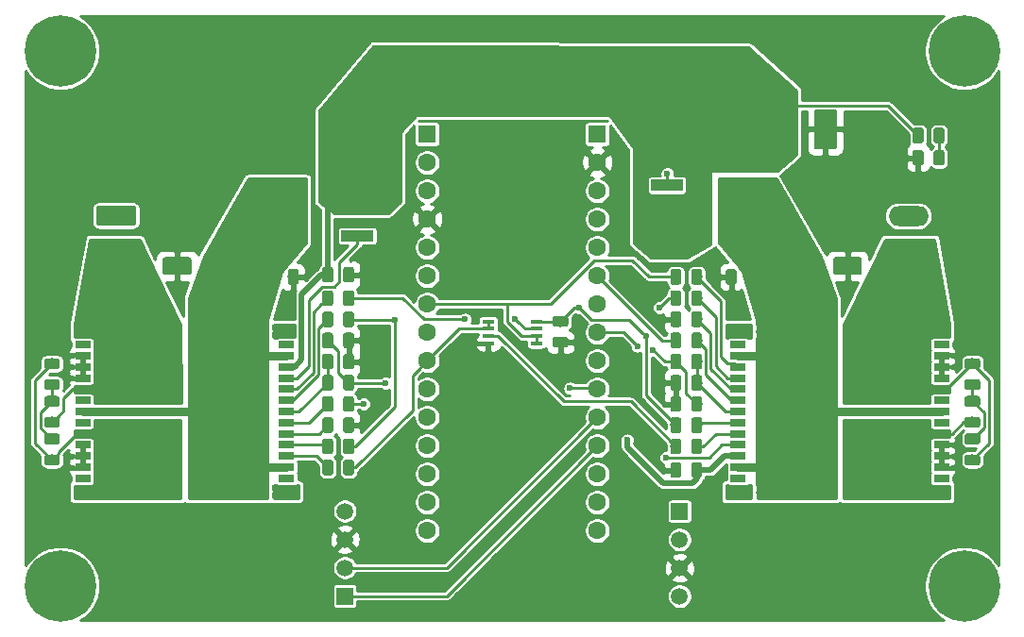
<source format=gbr>
G04 #@! TF.GenerationSoftware,KiCad,Pcbnew,(5.1.4)-1*
G04 #@! TF.CreationDate,2020-03-06T17:00:34+01:00*
G04 #@! TF.ProjectId,asserv_dc,61737365-7276-45f6-9463-2e6b69636164,rev?*
G04 #@! TF.SameCoordinates,Original*
G04 #@! TF.FileFunction,Copper,L1,Top*
G04 #@! TF.FilePolarity,Positive*
%FSLAX46Y46*%
G04 Gerber Fmt 4.6, Leading zero omitted, Abs format (unit mm)*
G04 Created by KiCad (PCBNEW (5.1.4)-1) date 2020-03-06 17:00:34*
%MOMM*%
%LPD*%
G04 APERTURE LIST*
%ADD10R,5.000000X5.550000*%
%ADD11R,2.850000X1.000000*%
%ADD12R,5.250000X6.230000*%
%ADD13R,5.250000X10.300000*%
%ADD14R,1.350000X0.660000*%
%ADD15C,0.100000*%
%ADD16C,0.975000*%
%ADD17O,3.600000X1.800000*%
%ADD18C,1.800000*%
%ADD19C,1.600000*%
%ADD20R,1.100000X0.400000*%
%ADD21C,1.508000*%
%ADD22R,1.508000X1.508000*%
%ADD23C,6.400000*%
%ADD24O,2.080000X3.600000*%
%ADD25C,2.080000*%
%ADD26R,1.600000X1.600000*%
%ADD27C,0.600000*%
%ADD28C,0.250000*%
%ADD29C,0.500000*%
%ADD30C,1.000000*%
%ADD31C,0.750000*%
%ADD32C,0.254000*%
G04 APERTURE END LIST*
D10*
X115075000Y-67825000D03*
D11*
X107875000Y-70105000D03*
X107875000Y-65545000D03*
D10*
X72925000Y-67825000D03*
D11*
X80125000Y-65545000D03*
X80125000Y-70105000D03*
D12*
X61600000Y-90015000D03*
D13*
X67700000Y-85850000D03*
D14*
X55525000Y-92850000D03*
X73775000Y-92850000D03*
X55525000Y-91850000D03*
X73775000Y-91850000D03*
X55525000Y-90850000D03*
X73775000Y-90850000D03*
X55525000Y-89850000D03*
X73775000Y-89850000D03*
X55525000Y-88850000D03*
X73775000Y-88850000D03*
X55525000Y-87850000D03*
X73775000Y-87850000D03*
X55525000Y-86850000D03*
X73775000Y-86850000D03*
X55525000Y-85850000D03*
X73775000Y-85850000D03*
X55525000Y-84850000D03*
X73775000Y-84850000D03*
X55525000Y-83850000D03*
X73775000Y-83850000D03*
X55525000Y-82850000D03*
X73775000Y-82850000D03*
X55525000Y-81850000D03*
X73775000Y-81850000D03*
X55525000Y-80850000D03*
X73775000Y-80850000D03*
X55525000Y-79850000D03*
X73775000Y-79850000D03*
X55525000Y-78850000D03*
X73775000Y-78850000D03*
D12*
X61600000Y-81685000D03*
D15*
G36*
X53230142Y-86326174D02*
G01*
X53253803Y-86329684D01*
X53277007Y-86335496D01*
X53299529Y-86343554D01*
X53321153Y-86353782D01*
X53341670Y-86366079D01*
X53360883Y-86380329D01*
X53378607Y-86396393D01*
X53394671Y-86414117D01*
X53408921Y-86433330D01*
X53421218Y-86453847D01*
X53431446Y-86475471D01*
X53439504Y-86497993D01*
X53445316Y-86521197D01*
X53448826Y-86544858D01*
X53450000Y-86568750D01*
X53450000Y-87056250D01*
X53448826Y-87080142D01*
X53445316Y-87103803D01*
X53439504Y-87127007D01*
X53431446Y-87149529D01*
X53421218Y-87171153D01*
X53408921Y-87191670D01*
X53394671Y-87210883D01*
X53378607Y-87228607D01*
X53360883Y-87244671D01*
X53341670Y-87258921D01*
X53321153Y-87271218D01*
X53299529Y-87281446D01*
X53277007Y-87289504D01*
X53253803Y-87295316D01*
X53230142Y-87298826D01*
X53206250Y-87300000D01*
X52293750Y-87300000D01*
X52269858Y-87298826D01*
X52246197Y-87295316D01*
X52222993Y-87289504D01*
X52200471Y-87281446D01*
X52178847Y-87271218D01*
X52158330Y-87258921D01*
X52139117Y-87244671D01*
X52121393Y-87228607D01*
X52105329Y-87210883D01*
X52091079Y-87191670D01*
X52078782Y-87171153D01*
X52068554Y-87149529D01*
X52060496Y-87127007D01*
X52054684Y-87103803D01*
X52051174Y-87080142D01*
X52050000Y-87056250D01*
X52050000Y-86568750D01*
X52051174Y-86544858D01*
X52054684Y-86521197D01*
X52060496Y-86497993D01*
X52068554Y-86475471D01*
X52078782Y-86453847D01*
X52091079Y-86433330D01*
X52105329Y-86414117D01*
X52121393Y-86396393D01*
X52139117Y-86380329D01*
X52158330Y-86366079D01*
X52178847Y-86353782D01*
X52200471Y-86343554D01*
X52222993Y-86335496D01*
X52246197Y-86329684D01*
X52269858Y-86326174D01*
X52293750Y-86325000D01*
X53206250Y-86325000D01*
X53230142Y-86326174D01*
X53230142Y-86326174D01*
G37*
D16*
X52750000Y-86812500D03*
D15*
G36*
X53230142Y-84451174D02*
G01*
X53253803Y-84454684D01*
X53277007Y-84460496D01*
X53299529Y-84468554D01*
X53321153Y-84478782D01*
X53341670Y-84491079D01*
X53360883Y-84505329D01*
X53378607Y-84521393D01*
X53394671Y-84539117D01*
X53408921Y-84558330D01*
X53421218Y-84578847D01*
X53431446Y-84600471D01*
X53439504Y-84622993D01*
X53445316Y-84646197D01*
X53448826Y-84669858D01*
X53450000Y-84693750D01*
X53450000Y-85181250D01*
X53448826Y-85205142D01*
X53445316Y-85228803D01*
X53439504Y-85252007D01*
X53431446Y-85274529D01*
X53421218Y-85296153D01*
X53408921Y-85316670D01*
X53394671Y-85335883D01*
X53378607Y-85353607D01*
X53360883Y-85369671D01*
X53341670Y-85383921D01*
X53321153Y-85396218D01*
X53299529Y-85406446D01*
X53277007Y-85414504D01*
X53253803Y-85420316D01*
X53230142Y-85423826D01*
X53206250Y-85425000D01*
X52293750Y-85425000D01*
X52269858Y-85423826D01*
X52246197Y-85420316D01*
X52222993Y-85414504D01*
X52200471Y-85406446D01*
X52178847Y-85396218D01*
X52158330Y-85383921D01*
X52139117Y-85369671D01*
X52121393Y-85353607D01*
X52105329Y-85335883D01*
X52091079Y-85316670D01*
X52078782Y-85296153D01*
X52068554Y-85274529D01*
X52060496Y-85252007D01*
X52054684Y-85228803D01*
X52051174Y-85205142D01*
X52050000Y-85181250D01*
X52050000Y-84693750D01*
X52051174Y-84669858D01*
X52054684Y-84646197D01*
X52060496Y-84622993D01*
X52068554Y-84600471D01*
X52078782Y-84578847D01*
X52091079Y-84558330D01*
X52105329Y-84539117D01*
X52121393Y-84521393D01*
X52139117Y-84505329D01*
X52158330Y-84491079D01*
X52178847Y-84478782D01*
X52200471Y-84468554D01*
X52222993Y-84460496D01*
X52246197Y-84454684D01*
X52269858Y-84451174D01*
X52293750Y-84450000D01*
X53206250Y-84450000D01*
X53230142Y-84451174D01*
X53230142Y-84451174D01*
G37*
D16*
X52750000Y-84937500D03*
D15*
G36*
X79605142Y-80676174D02*
G01*
X79628803Y-80679684D01*
X79652007Y-80685496D01*
X79674529Y-80693554D01*
X79696153Y-80703782D01*
X79716670Y-80716079D01*
X79735883Y-80730329D01*
X79753607Y-80746393D01*
X79769671Y-80764117D01*
X79783921Y-80783330D01*
X79796218Y-80803847D01*
X79806446Y-80825471D01*
X79814504Y-80847993D01*
X79820316Y-80871197D01*
X79823826Y-80894858D01*
X79825000Y-80918750D01*
X79825000Y-81831250D01*
X79823826Y-81855142D01*
X79820316Y-81878803D01*
X79814504Y-81902007D01*
X79806446Y-81924529D01*
X79796218Y-81946153D01*
X79783921Y-81966670D01*
X79769671Y-81985883D01*
X79753607Y-82003607D01*
X79735883Y-82019671D01*
X79716670Y-82033921D01*
X79696153Y-82046218D01*
X79674529Y-82056446D01*
X79652007Y-82064504D01*
X79628803Y-82070316D01*
X79605142Y-82073826D01*
X79581250Y-82075000D01*
X79093750Y-82075000D01*
X79069858Y-82073826D01*
X79046197Y-82070316D01*
X79022993Y-82064504D01*
X79000471Y-82056446D01*
X78978847Y-82046218D01*
X78958330Y-82033921D01*
X78939117Y-82019671D01*
X78921393Y-82003607D01*
X78905329Y-81985883D01*
X78891079Y-81966670D01*
X78878782Y-81946153D01*
X78868554Y-81924529D01*
X78860496Y-81902007D01*
X78854684Y-81878803D01*
X78851174Y-81855142D01*
X78850000Y-81831250D01*
X78850000Y-80918750D01*
X78851174Y-80894858D01*
X78854684Y-80871197D01*
X78860496Y-80847993D01*
X78868554Y-80825471D01*
X78878782Y-80803847D01*
X78891079Y-80783330D01*
X78905329Y-80764117D01*
X78921393Y-80746393D01*
X78939117Y-80730329D01*
X78958330Y-80716079D01*
X78978847Y-80703782D01*
X79000471Y-80693554D01*
X79022993Y-80685496D01*
X79046197Y-80679684D01*
X79069858Y-80676174D01*
X79093750Y-80675000D01*
X79581250Y-80675000D01*
X79605142Y-80676174D01*
X79605142Y-80676174D01*
G37*
D16*
X79337500Y-81375000D03*
D15*
G36*
X77730142Y-80676174D02*
G01*
X77753803Y-80679684D01*
X77777007Y-80685496D01*
X77799529Y-80693554D01*
X77821153Y-80703782D01*
X77841670Y-80716079D01*
X77860883Y-80730329D01*
X77878607Y-80746393D01*
X77894671Y-80764117D01*
X77908921Y-80783330D01*
X77921218Y-80803847D01*
X77931446Y-80825471D01*
X77939504Y-80847993D01*
X77945316Y-80871197D01*
X77948826Y-80894858D01*
X77950000Y-80918750D01*
X77950000Y-81831250D01*
X77948826Y-81855142D01*
X77945316Y-81878803D01*
X77939504Y-81902007D01*
X77931446Y-81924529D01*
X77921218Y-81946153D01*
X77908921Y-81966670D01*
X77894671Y-81985883D01*
X77878607Y-82003607D01*
X77860883Y-82019671D01*
X77841670Y-82033921D01*
X77821153Y-82046218D01*
X77799529Y-82056446D01*
X77777007Y-82064504D01*
X77753803Y-82070316D01*
X77730142Y-82073826D01*
X77706250Y-82075000D01*
X77218750Y-82075000D01*
X77194858Y-82073826D01*
X77171197Y-82070316D01*
X77147993Y-82064504D01*
X77125471Y-82056446D01*
X77103847Y-82046218D01*
X77083330Y-82033921D01*
X77064117Y-82019671D01*
X77046393Y-82003607D01*
X77030329Y-81985883D01*
X77016079Y-81966670D01*
X77003782Y-81946153D01*
X76993554Y-81924529D01*
X76985496Y-81902007D01*
X76979684Y-81878803D01*
X76976174Y-81855142D01*
X76975000Y-81831250D01*
X76975000Y-80918750D01*
X76976174Y-80894858D01*
X76979684Y-80871197D01*
X76985496Y-80847993D01*
X76993554Y-80825471D01*
X77003782Y-80803847D01*
X77016079Y-80783330D01*
X77030329Y-80764117D01*
X77046393Y-80746393D01*
X77064117Y-80730329D01*
X77083330Y-80716079D01*
X77103847Y-80703782D01*
X77125471Y-80693554D01*
X77147993Y-80685496D01*
X77171197Y-80679684D01*
X77194858Y-80676174D01*
X77218750Y-80675000D01*
X77706250Y-80675000D01*
X77730142Y-80676174D01*
X77730142Y-80676174D01*
G37*
D16*
X77462500Y-81375000D03*
D15*
G36*
X79605142Y-86376174D02*
G01*
X79628803Y-86379684D01*
X79652007Y-86385496D01*
X79674529Y-86393554D01*
X79696153Y-86403782D01*
X79716670Y-86416079D01*
X79735883Y-86430329D01*
X79753607Y-86446393D01*
X79769671Y-86464117D01*
X79783921Y-86483330D01*
X79796218Y-86503847D01*
X79806446Y-86525471D01*
X79814504Y-86547993D01*
X79820316Y-86571197D01*
X79823826Y-86594858D01*
X79825000Y-86618750D01*
X79825000Y-87531250D01*
X79823826Y-87555142D01*
X79820316Y-87578803D01*
X79814504Y-87602007D01*
X79806446Y-87624529D01*
X79796218Y-87646153D01*
X79783921Y-87666670D01*
X79769671Y-87685883D01*
X79753607Y-87703607D01*
X79735883Y-87719671D01*
X79716670Y-87733921D01*
X79696153Y-87746218D01*
X79674529Y-87756446D01*
X79652007Y-87764504D01*
X79628803Y-87770316D01*
X79605142Y-87773826D01*
X79581250Y-87775000D01*
X79093750Y-87775000D01*
X79069858Y-87773826D01*
X79046197Y-87770316D01*
X79022993Y-87764504D01*
X79000471Y-87756446D01*
X78978847Y-87746218D01*
X78958330Y-87733921D01*
X78939117Y-87719671D01*
X78921393Y-87703607D01*
X78905329Y-87685883D01*
X78891079Y-87666670D01*
X78878782Y-87646153D01*
X78868554Y-87624529D01*
X78860496Y-87602007D01*
X78854684Y-87578803D01*
X78851174Y-87555142D01*
X78850000Y-87531250D01*
X78850000Y-86618750D01*
X78851174Y-86594858D01*
X78854684Y-86571197D01*
X78860496Y-86547993D01*
X78868554Y-86525471D01*
X78878782Y-86503847D01*
X78891079Y-86483330D01*
X78905329Y-86464117D01*
X78921393Y-86446393D01*
X78939117Y-86430329D01*
X78958330Y-86416079D01*
X78978847Y-86403782D01*
X79000471Y-86393554D01*
X79022993Y-86385496D01*
X79046197Y-86379684D01*
X79069858Y-86376174D01*
X79093750Y-86375000D01*
X79581250Y-86375000D01*
X79605142Y-86376174D01*
X79605142Y-86376174D01*
G37*
D16*
X79337500Y-87075000D03*
D15*
G36*
X77730142Y-86376174D02*
G01*
X77753803Y-86379684D01*
X77777007Y-86385496D01*
X77799529Y-86393554D01*
X77821153Y-86403782D01*
X77841670Y-86416079D01*
X77860883Y-86430329D01*
X77878607Y-86446393D01*
X77894671Y-86464117D01*
X77908921Y-86483330D01*
X77921218Y-86503847D01*
X77931446Y-86525471D01*
X77939504Y-86547993D01*
X77945316Y-86571197D01*
X77948826Y-86594858D01*
X77950000Y-86618750D01*
X77950000Y-87531250D01*
X77948826Y-87555142D01*
X77945316Y-87578803D01*
X77939504Y-87602007D01*
X77931446Y-87624529D01*
X77921218Y-87646153D01*
X77908921Y-87666670D01*
X77894671Y-87685883D01*
X77878607Y-87703607D01*
X77860883Y-87719671D01*
X77841670Y-87733921D01*
X77821153Y-87746218D01*
X77799529Y-87756446D01*
X77777007Y-87764504D01*
X77753803Y-87770316D01*
X77730142Y-87773826D01*
X77706250Y-87775000D01*
X77218750Y-87775000D01*
X77194858Y-87773826D01*
X77171197Y-87770316D01*
X77147993Y-87764504D01*
X77125471Y-87756446D01*
X77103847Y-87746218D01*
X77083330Y-87733921D01*
X77064117Y-87719671D01*
X77046393Y-87703607D01*
X77030329Y-87685883D01*
X77016079Y-87666670D01*
X77003782Y-87646153D01*
X76993554Y-87624529D01*
X76985496Y-87602007D01*
X76979684Y-87578803D01*
X76976174Y-87555142D01*
X76975000Y-87531250D01*
X76975000Y-86618750D01*
X76976174Y-86594858D01*
X76979684Y-86571197D01*
X76985496Y-86547993D01*
X76993554Y-86525471D01*
X77003782Y-86503847D01*
X77016079Y-86483330D01*
X77030329Y-86464117D01*
X77046393Y-86446393D01*
X77064117Y-86430329D01*
X77083330Y-86416079D01*
X77103847Y-86403782D01*
X77125471Y-86393554D01*
X77147993Y-86385496D01*
X77171197Y-86379684D01*
X77194858Y-86376174D01*
X77218750Y-86375000D01*
X77706250Y-86375000D01*
X77730142Y-86376174D01*
X77730142Y-86376174D01*
G37*
D16*
X77462500Y-87075000D03*
D15*
G36*
X79605142Y-88276174D02*
G01*
X79628803Y-88279684D01*
X79652007Y-88285496D01*
X79674529Y-88293554D01*
X79696153Y-88303782D01*
X79716670Y-88316079D01*
X79735883Y-88330329D01*
X79753607Y-88346393D01*
X79769671Y-88364117D01*
X79783921Y-88383330D01*
X79796218Y-88403847D01*
X79806446Y-88425471D01*
X79814504Y-88447993D01*
X79820316Y-88471197D01*
X79823826Y-88494858D01*
X79825000Y-88518750D01*
X79825000Y-89431250D01*
X79823826Y-89455142D01*
X79820316Y-89478803D01*
X79814504Y-89502007D01*
X79806446Y-89524529D01*
X79796218Y-89546153D01*
X79783921Y-89566670D01*
X79769671Y-89585883D01*
X79753607Y-89603607D01*
X79735883Y-89619671D01*
X79716670Y-89633921D01*
X79696153Y-89646218D01*
X79674529Y-89656446D01*
X79652007Y-89664504D01*
X79628803Y-89670316D01*
X79605142Y-89673826D01*
X79581250Y-89675000D01*
X79093750Y-89675000D01*
X79069858Y-89673826D01*
X79046197Y-89670316D01*
X79022993Y-89664504D01*
X79000471Y-89656446D01*
X78978847Y-89646218D01*
X78958330Y-89633921D01*
X78939117Y-89619671D01*
X78921393Y-89603607D01*
X78905329Y-89585883D01*
X78891079Y-89566670D01*
X78878782Y-89546153D01*
X78868554Y-89524529D01*
X78860496Y-89502007D01*
X78854684Y-89478803D01*
X78851174Y-89455142D01*
X78850000Y-89431250D01*
X78850000Y-88518750D01*
X78851174Y-88494858D01*
X78854684Y-88471197D01*
X78860496Y-88447993D01*
X78868554Y-88425471D01*
X78878782Y-88403847D01*
X78891079Y-88383330D01*
X78905329Y-88364117D01*
X78921393Y-88346393D01*
X78939117Y-88330329D01*
X78958330Y-88316079D01*
X78978847Y-88303782D01*
X79000471Y-88293554D01*
X79022993Y-88285496D01*
X79046197Y-88279684D01*
X79069858Y-88276174D01*
X79093750Y-88275000D01*
X79581250Y-88275000D01*
X79605142Y-88276174D01*
X79605142Y-88276174D01*
G37*
D16*
X79337500Y-88975000D03*
D15*
G36*
X77730142Y-88276174D02*
G01*
X77753803Y-88279684D01*
X77777007Y-88285496D01*
X77799529Y-88293554D01*
X77821153Y-88303782D01*
X77841670Y-88316079D01*
X77860883Y-88330329D01*
X77878607Y-88346393D01*
X77894671Y-88364117D01*
X77908921Y-88383330D01*
X77921218Y-88403847D01*
X77931446Y-88425471D01*
X77939504Y-88447993D01*
X77945316Y-88471197D01*
X77948826Y-88494858D01*
X77950000Y-88518750D01*
X77950000Y-89431250D01*
X77948826Y-89455142D01*
X77945316Y-89478803D01*
X77939504Y-89502007D01*
X77931446Y-89524529D01*
X77921218Y-89546153D01*
X77908921Y-89566670D01*
X77894671Y-89585883D01*
X77878607Y-89603607D01*
X77860883Y-89619671D01*
X77841670Y-89633921D01*
X77821153Y-89646218D01*
X77799529Y-89656446D01*
X77777007Y-89664504D01*
X77753803Y-89670316D01*
X77730142Y-89673826D01*
X77706250Y-89675000D01*
X77218750Y-89675000D01*
X77194858Y-89673826D01*
X77171197Y-89670316D01*
X77147993Y-89664504D01*
X77125471Y-89656446D01*
X77103847Y-89646218D01*
X77083330Y-89633921D01*
X77064117Y-89619671D01*
X77046393Y-89603607D01*
X77030329Y-89585883D01*
X77016079Y-89566670D01*
X77003782Y-89546153D01*
X76993554Y-89524529D01*
X76985496Y-89502007D01*
X76979684Y-89478803D01*
X76976174Y-89455142D01*
X76975000Y-89431250D01*
X76975000Y-88518750D01*
X76976174Y-88494858D01*
X76979684Y-88471197D01*
X76985496Y-88447993D01*
X76993554Y-88425471D01*
X77003782Y-88403847D01*
X77016079Y-88383330D01*
X77030329Y-88364117D01*
X77046393Y-88346393D01*
X77064117Y-88330329D01*
X77083330Y-88316079D01*
X77103847Y-88303782D01*
X77125471Y-88293554D01*
X77147993Y-88285496D01*
X77171197Y-88279684D01*
X77194858Y-88276174D01*
X77218750Y-88275000D01*
X77706250Y-88275000D01*
X77730142Y-88276174D01*
X77730142Y-88276174D01*
G37*
D16*
X77462500Y-88975000D03*
D15*
G36*
X79605142Y-74976174D02*
G01*
X79628803Y-74979684D01*
X79652007Y-74985496D01*
X79674529Y-74993554D01*
X79696153Y-75003782D01*
X79716670Y-75016079D01*
X79735883Y-75030329D01*
X79753607Y-75046393D01*
X79769671Y-75064117D01*
X79783921Y-75083330D01*
X79796218Y-75103847D01*
X79806446Y-75125471D01*
X79814504Y-75147993D01*
X79820316Y-75171197D01*
X79823826Y-75194858D01*
X79825000Y-75218750D01*
X79825000Y-76131250D01*
X79823826Y-76155142D01*
X79820316Y-76178803D01*
X79814504Y-76202007D01*
X79806446Y-76224529D01*
X79796218Y-76246153D01*
X79783921Y-76266670D01*
X79769671Y-76285883D01*
X79753607Y-76303607D01*
X79735883Y-76319671D01*
X79716670Y-76333921D01*
X79696153Y-76346218D01*
X79674529Y-76356446D01*
X79652007Y-76364504D01*
X79628803Y-76370316D01*
X79605142Y-76373826D01*
X79581250Y-76375000D01*
X79093750Y-76375000D01*
X79069858Y-76373826D01*
X79046197Y-76370316D01*
X79022993Y-76364504D01*
X79000471Y-76356446D01*
X78978847Y-76346218D01*
X78958330Y-76333921D01*
X78939117Y-76319671D01*
X78921393Y-76303607D01*
X78905329Y-76285883D01*
X78891079Y-76266670D01*
X78878782Y-76246153D01*
X78868554Y-76224529D01*
X78860496Y-76202007D01*
X78854684Y-76178803D01*
X78851174Y-76155142D01*
X78850000Y-76131250D01*
X78850000Y-75218750D01*
X78851174Y-75194858D01*
X78854684Y-75171197D01*
X78860496Y-75147993D01*
X78868554Y-75125471D01*
X78878782Y-75103847D01*
X78891079Y-75083330D01*
X78905329Y-75064117D01*
X78921393Y-75046393D01*
X78939117Y-75030329D01*
X78958330Y-75016079D01*
X78978847Y-75003782D01*
X79000471Y-74993554D01*
X79022993Y-74985496D01*
X79046197Y-74979684D01*
X79069858Y-74976174D01*
X79093750Y-74975000D01*
X79581250Y-74975000D01*
X79605142Y-74976174D01*
X79605142Y-74976174D01*
G37*
D16*
X79337500Y-75675000D03*
D15*
G36*
X77730142Y-74976174D02*
G01*
X77753803Y-74979684D01*
X77777007Y-74985496D01*
X77799529Y-74993554D01*
X77821153Y-75003782D01*
X77841670Y-75016079D01*
X77860883Y-75030329D01*
X77878607Y-75046393D01*
X77894671Y-75064117D01*
X77908921Y-75083330D01*
X77921218Y-75103847D01*
X77931446Y-75125471D01*
X77939504Y-75147993D01*
X77945316Y-75171197D01*
X77948826Y-75194858D01*
X77950000Y-75218750D01*
X77950000Y-76131250D01*
X77948826Y-76155142D01*
X77945316Y-76178803D01*
X77939504Y-76202007D01*
X77931446Y-76224529D01*
X77921218Y-76246153D01*
X77908921Y-76266670D01*
X77894671Y-76285883D01*
X77878607Y-76303607D01*
X77860883Y-76319671D01*
X77841670Y-76333921D01*
X77821153Y-76346218D01*
X77799529Y-76356446D01*
X77777007Y-76364504D01*
X77753803Y-76370316D01*
X77730142Y-76373826D01*
X77706250Y-76375000D01*
X77218750Y-76375000D01*
X77194858Y-76373826D01*
X77171197Y-76370316D01*
X77147993Y-76364504D01*
X77125471Y-76356446D01*
X77103847Y-76346218D01*
X77083330Y-76333921D01*
X77064117Y-76319671D01*
X77046393Y-76303607D01*
X77030329Y-76285883D01*
X77016079Y-76266670D01*
X77003782Y-76246153D01*
X76993554Y-76224529D01*
X76985496Y-76202007D01*
X76979684Y-76178803D01*
X76976174Y-76155142D01*
X76975000Y-76131250D01*
X76975000Y-75218750D01*
X76976174Y-75194858D01*
X76979684Y-75171197D01*
X76985496Y-75147993D01*
X76993554Y-75125471D01*
X77003782Y-75103847D01*
X77016079Y-75083330D01*
X77030329Y-75064117D01*
X77046393Y-75046393D01*
X77064117Y-75030329D01*
X77083330Y-75016079D01*
X77103847Y-75003782D01*
X77125471Y-74993554D01*
X77147993Y-74985496D01*
X77171197Y-74979684D01*
X77194858Y-74976174D01*
X77218750Y-74975000D01*
X77706250Y-74975000D01*
X77730142Y-74976174D01*
X77730142Y-74976174D01*
G37*
D16*
X77462500Y-75675000D03*
D15*
G36*
X79605142Y-82576174D02*
G01*
X79628803Y-82579684D01*
X79652007Y-82585496D01*
X79674529Y-82593554D01*
X79696153Y-82603782D01*
X79716670Y-82616079D01*
X79735883Y-82630329D01*
X79753607Y-82646393D01*
X79769671Y-82664117D01*
X79783921Y-82683330D01*
X79796218Y-82703847D01*
X79806446Y-82725471D01*
X79814504Y-82747993D01*
X79820316Y-82771197D01*
X79823826Y-82794858D01*
X79825000Y-82818750D01*
X79825000Y-83731250D01*
X79823826Y-83755142D01*
X79820316Y-83778803D01*
X79814504Y-83802007D01*
X79806446Y-83824529D01*
X79796218Y-83846153D01*
X79783921Y-83866670D01*
X79769671Y-83885883D01*
X79753607Y-83903607D01*
X79735883Y-83919671D01*
X79716670Y-83933921D01*
X79696153Y-83946218D01*
X79674529Y-83956446D01*
X79652007Y-83964504D01*
X79628803Y-83970316D01*
X79605142Y-83973826D01*
X79581250Y-83975000D01*
X79093750Y-83975000D01*
X79069858Y-83973826D01*
X79046197Y-83970316D01*
X79022993Y-83964504D01*
X79000471Y-83956446D01*
X78978847Y-83946218D01*
X78958330Y-83933921D01*
X78939117Y-83919671D01*
X78921393Y-83903607D01*
X78905329Y-83885883D01*
X78891079Y-83866670D01*
X78878782Y-83846153D01*
X78868554Y-83824529D01*
X78860496Y-83802007D01*
X78854684Y-83778803D01*
X78851174Y-83755142D01*
X78850000Y-83731250D01*
X78850000Y-82818750D01*
X78851174Y-82794858D01*
X78854684Y-82771197D01*
X78860496Y-82747993D01*
X78868554Y-82725471D01*
X78878782Y-82703847D01*
X78891079Y-82683330D01*
X78905329Y-82664117D01*
X78921393Y-82646393D01*
X78939117Y-82630329D01*
X78958330Y-82616079D01*
X78978847Y-82603782D01*
X79000471Y-82593554D01*
X79022993Y-82585496D01*
X79046197Y-82579684D01*
X79069858Y-82576174D01*
X79093750Y-82575000D01*
X79581250Y-82575000D01*
X79605142Y-82576174D01*
X79605142Y-82576174D01*
G37*
D16*
X79337500Y-83275000D03*
D15*
G36*
X77730142Y-82576174D02*
G01*
X77753803Y-82579684D01*
X77777007Y-82585496D01*
X77799529Y-82593554D01*
X77821153Y-82603782D01*
X77841670Y-82616079D01*
X77860883Y-82630329D01*
X77878607Y-82646393D01*
X77894671Y-82664117D01*
X77908921Y-82683330D01*
X77921218Y-82703847D01*
X77931446Y-82725471D01*
X77939504Y-82747993D01*
X77945316Y-82771197D01*
X77948826Y-82794858D01*
X77950000Y-82818750D01*
X77950000Y-83731250D01*
X77948826Y-83755142D01*
X77945316Y-83778803D01*
X77939504Y-83802007D01*
X77931446Y-83824529D01*
X77921218Y-83846153D01*
X77908921Y-83866670D01*
X77894671Y-83885883D01*
X77878607Y-83903607D01*
X77860883Y-83919671D01*
X77841670Y-83933921D01*
X77821153Y-83946218D01*
X77799529Y-83956446D01*
X77777007Y-83964504D01*
X77753803Y-83970316D01*
X77730142Y-83973826D01*
X77706250Y-83975000D01*
X77218750Y-83975000D01*
X77194858Y-83973826D01*
X77171197Y-83970316D01*
X77147993Y-83964504D01*
X77125471Y-83956446D01*
X77103847Y-83946218D01*
X77083330Y-83933921D01*
X77064117Y-83919671D01*
X77046393Y-83903607D01*
X77030329Y-83885883D01*
X77016079Y-83866670D01*
X77003782Y-83846153D01*
X76993554Y-83824529D01*
X76985496Y-83802007D01*
X76979684Y-83778803D01*
X76976174Y-83755142D01*
X76975000Y-83731250D01*
X76975000Y-82818750D01*
X76976174Y-82794858D01*
X76979684Y-82771197D01*
X76985496Y-82747993D01*
X76993554Y-82725471D01*
X77003782Y-82703847D01*
X77016079Y-82683330D01*
X77030329Y-82664117D01*
X77046393Y-82646393D01*
X77064117Y-82630329D01*
X77083330Y-82616079D01*
X77103847Y-82603782D01*
X77125471Y-82593554D01*
X77147993Y-82585496D01*
X77171197Y-82579684D01*
X77194858Y-82576174D01*
X77218750Y-82575000D01*
X77706250Y-82575000D01*
X77730142Y-82576174D01*
X77730142Y-82576174D01*
G37*
D16*
X77462500Y-83275000D03*
D15*
G36*
X79605142Y-76876174D02*
G01*
X79628803Y-76879684D01*
X79652007Y-76885496D01*
X79674529Y-76893554D01*
X79696153Y-76903782D01*
X79716670Y-76916079D01*
X79735883Y-76930329D01*
X79753607Y-76946393D01*
X79769671Y-76964117D01*
X79783921Y-76983330D01*
X79796218Y-77003847D01*
X79806446Y-77025471D01*
X79814504Y-77047993D01*
X79820316Y-77071197D01*
X79823826Y-77094858D01*
X79825000Y-77118750D01*
X79825000Y-78031250D01*
X79823826Y-78055142D01*
X79820316Y-78078803D01*
X79814504Y-78102007D01*
X79806446Y-78124529D01*
X79796218Y-78146153D01*
X79783921Y-78166670D01*
X79769671Y-78185883D01*
X79753607Y-78203607D01*
X79735883Y-78219671D01*
X79716670Y-78233921D01*
X79696153Y-78246218D01*
X79674529Y-78256446D01*
X79652007Y-78264504D01*
X79628803Y-78270316D01*
X79605142Y-78273826D01*
X79581250Y-78275000D01*
X79093750Y-78275000D01*
X79069858Y-78273826D01*
X79046197Y-78270316D01*
X79022993Y-78264504D01*
X79000471Y-78256446D01*
X78978847Y-78246218D01*
X78958330Y-78233921D01*
X78939117Y-78219671D01*
X78921393Y-78203607D01*
X78905329Y-78185883D01*
X78891079Y-78166670D01*
X78878782Y-78146153D01*
X78868554Y-78124529D01*
X78860496Y-78102007D01*
X78854684Y-78078803D01*
X78851174Y-78055142D01*
X78850000Y-78031250D01*
X78850000Y-77118750D01*
X78851174Y-77094858D01*
X78854684Y-77071197D01*
X78860496Y-77047993D01*
X78868554Y-77025471D01*
X78878782Y-77003847D01*
X78891079Y-76983330D01*
X78905329Y-76964117D01*
X78921393Y-76946393D01*
X78939117Y-76930329D01*
X78958330Y-76916079D01*
X78978847Y-76903782D01*
X79000471Y-76893554D01*
X79022993Y-76885496D01*
X79046197Y-76879684D01*
X79069858Y-76876174D01*
X79093750Y-76875000D01*
X79581250Y-76875000D01*
X79605142Y-76876174D01*
X79605142Y-76876174D01*
G37*
D16*
X79337500Y-77575000D03*
D15*
G36*
X77730142Y-76876174D02*
G01*
X77753803Y-76879684D01*
X77777007Y-76885496D01*
X77799529Y-76893554D01*
X77821153Y-76903782D01*
X77841670Y-76916079D01*
X77860883Y-76930329D01*
X77878607Y-76946393D01*
X77894671Y-76964117D01*
X77908921Y-76983330D01*
X77921218Y-77003847D01*
X77931446Y-77025471D01*
X77939504Y-77047993D01*
X77945316Y-77071197D01*
X77948826Y-77094858D01*
X77950000Y-77118750D01*
X77950000Y-78031250D01*
X77948826Y-78055142D01*
X77945316Y-78078803D01*
X77939504Y-78102007D01*
X77931446Y-78124529D01*
X77921218Y-78146153D01*
X77908921Y-78166670D01*
X77894671Y-78185883D01*
X77878607Y-78203607D01*
X77860883Y-78219671D01*
X77841670Y-78233921D01*
X77821153Y-78246218D01*
X77799529Y-78256446D01*
X77777007Y-78264504D01*
X77753803Y-78270316D01*
X77730142Y-78273826D01*
X77706250Y-78275000D01*
X77218750Y-78275000D01*
X77194858Y-78273826D01*
X77171197Y-78270316D01*
X77147993Y-78264504D01*
X77125471Y-78256446D01*
X77103847Y-78246218D01*
X77083330Y-78233921D01*
X77064117Y-78219671D01*
X77046393Y-78203607D01*
X77030329Y-78185883D01*
X77016079Y-78166670D01*
X77003782Y-78146153D01*
X76993554Y-78124529D01*
X76985496Y-78102007D01*
X76979684Y-78078803D01*
X76976174Y-78055142D01*
X76975000Y-78031250D01*
X76975000Y-77118750D01*
X76976174Y-77094858D01*
X76979684Y-77071197D01*
X76985496Y-77047993D01*
X76993554Y-77025471D01*
X77003782Y-77003847D01*
X77016079Y-76983330D01*
X77030329Y-76964117D01*
X77046393Y-76946393D01*
X77064117Y-76930329D01*
X77083330Y-76916079D01*
X77103847Y-76903782D01*
X77125471Y-76893554D01*
X77147993Y-76885496D01*
X77171197Y-76879684D01*
X77194858Y-76876174D01*
X77218750Y-76875000D01*
X77706250Y-76875000D01*
X77730142Y-76876174D01*
X77730142Y-76876174D01*
G37*
D16*
X77462500Y-77575000D03*
D15*
G36*
X79605142Y-84476174D02*
G01*
X79628803Y-84479684D01*
X79652007Y-84485496D01*
X79674529Y-84493554D01*
X79696153Y-84503782D01*
X79716670Y-84516079D01*
X79735883Y-84530329D01*
X79753607Y-84546393D01*
X79769671Y-84564117D01*
X79783921Y-84583330D01*
X79796218Y-84603847D01*
X79806446Y-84625471D01*
X79814504Y-84647993D01*
X79820316Y-84671197D01*
X79823826Y-84694858D01*
X79825000Y-84718750D01*
X79825000Y-85631250D01*
X79823826Y-85655142D01*
X79820316Y-85678803D01*
X79814504Y-85702007D01*
X79806446Y-85724529D01*
X79796218Y-85746153D01*
X79783921Y-85766670D01*
X79769671Y-85785883D01*
X79753607Y-85803607D01*
X79735883Y-85819671D01*
X79716670Y-85833921D01*
X79696153Y-85846218D01*
X79674529Y-85856446D01*
X79652007Y-85864504D01*
X79628803Y-85870316D01*
X79605142Y-85873826D01*
X79581250Y-85875000D01*
X79093750Y-85875000D01*
X79069858Y-85873826D01*
X79046197Y-85870316D01*
X79022993Y-85864504D01*
X79000471Y-85856446D01*
X78978847Y-85846218D01*
X78958330Y-85833921D01*
X78939117Y-85819671D01*
X78921393Y-85803607D01*
X78905329Y-85785883D01*
X78891079Y-85766670D01*
X78878782Y-85746153D01*
X78868554Y-85724529D01*
X78860496Y-85702007D01*
X78854684Y-85678803D01*
X78851174Y-85655142D01*
X78850000Y-85631250D01*
X78850000Y-84718750D01*
X78851174Y-84694858D01*
X78854684Y-84671197D01*
X78860496Y-84647993D01*
X78868554Y-84625471D01*
X78878782Y-84603847D01*
X78891079Y-84583330D01*
X78905329Y-84564117D01*
X78921393Y-84546393D01*
X78939117Y-84530329D01*
X78958330Y-84516079D01*
X78978847Y-84503782D01*
X79000471Y-84493554D01*
X79022993Y-84485496D01*
X79046197Y-84479684D01*
X79069858Y-84476174D01*
X79093750Y-84475000D01*
X79581250Y-84475000D01*
X79605142Y-84476174D01*
X79605142Y-84476174D01*
G37*
D16*
X79337500Y-85175000D03*
D15*
G36*
X77730142Y-84476174D02*
G01*
X77753803Y-84479684D01*
X77777007Y-84485496D01*
X77799529Y-84493554D01*
X77821153Y-84503782D01*
X77841670Y-84516079D01*
X77860883Y-84530329D01*
X77878607Y-84546393D01*
X77894671Y-84564117D01*
X77908921Y-84583330D01*
X77921218Y-84603847D01*
X77931446Y-84625471D01*
X77939504Y-84647993D01*
X77945316Y-84671197D01*
X77948826Y-84694858D01*
X77950000Y-84718750D01*
X77950000Y-85631250D01*
X77948826Y-85655142D01*
X77945316Y-85678803D01*
X77939504Y-85702007D01*
X77931446Y-85724529D01*
X77921218Y-85746153D01*
X77908921Y-85766670D01*
X77894671Y-85785883D01*
X77878607Y-85803607D01*
X77860883Y-85819671D01*
X77841670Y-85833921D01*
X77821153Y-85846218D01*
X77799529Y-85856446D01*
X77777007Y-85864504D01*
X77753803Y-85870316D01*
X77730142Y-85873826D01*
X77706250Y-85875000D01*
X77218750Y-85875000D01*
X77194858Y-85873826D01*
X77171197Y-85870316D01*
X77147993Y-85864504D01*
X77125471Y-85856446D01*
X77103847Y-85846218D01*
X77083330Y-85833921D01*
X77064117Y-85819671D01*
X77046393Y-85803607D01*
X77030329Y-85785883D01*
X77016079Y-85766670D01*
X77003782Y-85746153D01*
X76993554Y-85724529D01*
X76985496Y-85702007D01*
X76979684Y-85678803D01*
X76976174Y-85655142D01*
X76975000Y-85631250D01*
X76975000Y-84718750D01*
X76976174Y-84694858D01*
X76979684Y-84671197D01*
X76985496Y-84647993D01*
X76993554Y-84625471D01*
X77003782Y-84603847D01*
X77016079Y-84583330D01*
X77030329Y-84564117D01*
X77046393Y-84546393D01*
X77064117Y-84530329D01*
X77083330Y-84516079D01*
X77103847Y-84503782D01*
X77125471Y-84493554D01*
X77147993Y-84485496D01*
X77171197Y-84479684D01*
X77194858Y-84476174D01*
X77218750Y-84475000D01*
X77706250Y-84475000D01*
X77730142Y-84476174D01*
X77730142Y-84476174D01*
G37*
D16*
X77462500Y-85175000D03*
D15*
G36*
X79605142Y-90176174D02*
G01*
X79628803Y-90179684D01*
X79652007Y-90185496D01*
X79674529Y-90193554D01*
X79696153Y-90203782D01*
X79716670Y-90216079D01*
X79735883Y-90230329D01*
X79753607Y-90246393D01*
X79769671Y-90264117D01*
X79783921Y-90283330D01*
X79796218Y-90303847D01*
X79806446Y-90325471D01*
X79814504Y-90347993D01*
X79820316Y-90371197D01*
X79823826Y-90394858D01*
X79825000Y-90418750D01*
X79825000Y-91331250D01*
X79823826Y-91355142D01*
X79820316Y-91378803D01*
X79814504Y-91402007D01*
X79806446Y-91424529D01*
X79796218Y-91446153D01*
X79783921Y-91466670D01*
X79769671Y-91485883D01*
X79753607Y-91503607D01*
X79735883Y-91519671D01*
X79716670Y-91533921D01*
X79696153Y-91546218D01*
X79674529Y-91556446D01*
X79652007Y-91564504D01*
X79628803Y-91570316D01*
X79605142Y-91573826D01*
X79581250Y-91575000D01*
X79093750Y-91575000D01*
X79069858Y-91573826D01*
X79046197Y-91570316D01*
X79022993Y-91564504D01*
X79000471Y-91556446D01*
X78978847Y-91546218D01*
X78958330Y-91533921D01*
X78939117Y-91519671D01*
X78921393Y-91503607D01*
X78905329Y-91485883D01*
X78891079Y-91466670D01*
X78878782Y-91446153D01*
X78868554Y-91424529D01*
X78860496Y-91402007D01*
X78854684Y-91378803D01*
X78851174Y-91355142D01*
X78850000Y-91331250D01*
X78850000Y-90418750D01*
X78851174Y-90394858D01*
X78854684Y-90371197D01*
X78860496Y-90347993D01*
X78868554Y-90325471D01*
X78878782Y-90303847D01*
X78891079Y-90283330D01*
X78905329Y-90264117D01*
X78921393Y-90246393D01*
X78939117Y-90230329D01*
X78958330Y-90216079D01*
X78978847Y-90203782D01*
X79000471Y-90193554D01*
X79022993Y-90185496D01*
X79046197Y-90179684D01*
X79069858Y-90176174D01*
X79093750Y-90175000D01*
X79581250Y-90175000D01*
X79605142Y-90176174D01*
X79605142Y-90176174D01*
G37*
D16*
X79337500Y-90875000D03*
D15*
G36*
X77730142Y-90176174D02*
G01*
X77753803Y-90179684D01*
X77777007Y-90185496D01*
X77799529Y-90193554D01*
X77821153Y-90203782D01*
X77841670Y-90216079D01*
X77860883Y-90230329D01*
X77878607Y-90246393D01*
X77894671Y-90264117D01*
X77908921Y-90283330D01*
X77921218Y-90303847D01*
X77931446Y-90325471D01*
X77939504Y-90347993D01*
X77945316Y-90371197D01*
X77948826Y-90394858D01*
X77950000Y-90418750D01*
X77950000Y-91331250D01*
X77948826Y-91355142D01*
X77945316Y-91378803D01*
X77939504Y-91402007D01*
X77931446Y-91424529D01*
X77921218Y-91446153D01*
X77908921Y-91466670D01*
X77894671Y-91485883D01*
X77878607Y-91503607D01*
X77860883Y-91519671D01*
X77841670Y-91533921D01*
X77821153Y-91546218D01*
X77799529Y-91556446D01*
X77777007Y-91564504D01*
X77753803Y-91570316D01*
X77730142Y-91573826D01*
X77706250Y-91575000D01*
X77218750Y-91575000D01*
X77194858Y-91573826D01*
X77171197Y-91570316D01*
X77147993Y-91564504D01*
X77125471Y-91556446D01*
X77103847Y-91546218D01*
X77083330Y-91533921D01*
X77064117Y-91519671D01*
X77046393Y-91503607D01*
X77030329Y-91485883D01*
X77016079Y-91466670D01*
X77003782Y-91446153D01*
X76993554Y-91424529D01*
X76985496Y-91402007D01*
X76979684Y-91378803D01*
X76976174Y-91355142D01*
X76975000Y-91331250D01*
X76975000Y-90418750D01*
X76976174Y-90394858D01*
X76979684Y-90371197D01*
X76985496Y-90347993D01*
X76993554Y-90325471D01*
X77003782Y-90303847D01*
X77016079Y-90283330D01*
X77030329Y-90264117D01*
X77046393Y-90246393D01*
X77064117Y-90230329D01*
X77083330Y-90216079D01*
X77103847Y-90203782D01*
X77125471Y-90193554D01*
X77147993Y-90185496D01*
X77171197Y-90179684D01*
X77194858Y-90176174D01*
X77218750Y-90175000D01*
X77706250Y-90175000D01*
X77730142Y-90176174D01*
X77730142Y-90176174D01*
G37*
D16*
X77462500Y-90875000D03*
D17*
X58500000Y-71775000D03*
D15*
G36*
X60074504Y-67376204D02*
G01*
X60098773Y-67379804D01*
X60122571Y-67385765D01*
X60145671Y-67394030D01*
X60167849Y-67404520D01*
X60188893Y-67417133D01*
X60208598Y-67431747D01*
X60226777Y-67448223D01*
X60243253Y-67466402D01*
X60257867Y-67486107D01*
X60270480Y-67507151D01*
X60280970Y-67529329D01*
X60289235Y-67552429D01*
X60295196Y-67576227D01*
X60298796Y-67600496D01*
X60300000Y-67625000D01*
X60300000Y-68925000D01*
X60298796Y-68949504D01*
X60295196Y-68973773D01*
X60289235Y-68997571D01*
X60280970Y-69020671D01*
X60270480Y-69042849D01*
X60257867Y-69063893D01*
X60243253Y-69083598D01*
X60226777Y-69101777D01*
X60208598Y-69118253D01*
X60188893Y-69132867D01*
X60167849Y-69145480D01*
X60145671Y-69155970D01*
X60122571Y-69164235D01*
X60098773Y-69170196D01*
X60074504Y-69173796D01*
X60050000Y-69175000D01*
X56950000Y-69175000D01*
X56925496Y-69173796D01*
X56901227Y-69170196D01*
X56877429Y-69164235D01*
X56854329Y-69155970D01*
X56832151Y-69145480D01*
X56811107Y-69132867D01*
X56791402Y-69118253D01*
X56773223Y-69101777D01*
X56756747Y-69083598D01*
X56742133Y-69063893D01*
X56729520Y-69042849D01*
X56719030Y-69020671D01*
X56710765Y-68997571D01*
X56704804Y-68973773D01*
X56701204Y-68949504D01*
X56700000Y-68925000D01*
X56700000Y-67625000D01*
X56701204Y-67600496D01*
X56704804Y-67576227D01*
X56710765Y-67552429D01*
X56719030Y-67529329D01*
X56729520Y-67507151D01*
X56742133Y-67486107D01*
X56756747Y-67466402D01*
X56773223Y-67448223D01*
X56791402Y-67431747D01*
X56811107Y-67417133D01*
X56832151Y-67404520D01*
X56854329Y-67394030D01*
X56877429Y-67385765D01*
X56901227Y-67379804D01*
X56925496Y-67376204D01*
X56950000Y-67375000D01*
X60050000Y-67375000D01*
X60074504Y-67376204D01*
X60074504Y-67376204D01*
G37*
D18*
X58500000Y-68275000D03*
D15*
G36*
X53230142Y-82951174D02*
G01*
X53253803Y-82954684D01*
X53277007Y-82960496D01*
X53299529Y-82968554D01*
X53321153Y-82978782D01*
X53341670Y-82991079D01*
X53360883Y-83005329D01*
X53378607Y-83021393D01*
X53394671Y-83039117D01*
X53408921Y-83058330D01*
X53421218Y-83078847D01*
X53431446Y-83100471D01*
X53439504Y-83122993D01*
X53445316Y-83146197D01*
X53448826Y-83169858D01*
X53450000Y-83193750D01*
X53450000Y-83681250D01*
X53448826Y-83705142D01*
X53445316Y-83728803D01*
X53439504Y-83752007D01*
X53431446Y-83774529D01*
X53421218Y-83796153D01*
X53408921Y-83816670D01*
X53394671Y-83835883D01*
X53378607Y-83853607D01*
X53360883Y-83869671D01*
X53341670Y-83883921D01*
X53321153Y-83896218D01*
X53299529Y-83906446D01*
X53277007Y-83914504D01*
X53253803Y-83920316D01*
X53230142Y-83923826D01*
X53206250Y-83925000D01*
X52293750Y-83925000D01*
X52269858Y-83923826D01*
X52246197Y-83920316D01*
X52222993Y-83914504D01*
X52200471Y-83906446D01*
X52178847Y-83896218D01*
X52158330Y-83883921D01*
X52139117Y-83869671D01*
X52121393Y-83853607D01*
X52105329Y-83835883D01*
X52091079Y-83816670D01*
X52078782Y-83796153D01*
X52068554Y-83774529D01*
X52060496Y-83752007D01*
X52054684Y-83728803D01*
X52051174Y-83705142D01*
X52050000Y-83681250D01*
X52050000Y-83193750D01*
X52051174Y-83169858D01*
X52054684Y-83146197D01*
X52060496Y-83122993D01*
X52068554Y-83100471D01*
X52078782Y-83078847D01*
X52091079Y-83058330D01*
X52105329Y-83039117D01*
X52121393Y-83021393D01*
X52139117Y-83005329D01*
X52158330Y-82991079D01*
X52178847Y-82978782D01*
X52200471Y-82968554D01*
X52222993Y-82960496D01*
X52246197Y-82954684D01*
X52269858Y-82951174D01*
X52293750Y-82950000D01*
X53206250Y-82950000D01*
X53230142Y-82951174D01*
X53230142Y-82951174D01*
G37*
D16*
X52750000Y-83437500D03*
D15*
G36*
X53230142Y-81076174D02*
G01*
X53253803Y-81079684D01*
X53277007Y-81085496D01*
X53299529Y-81093554D01*
X53321153Y-81103782D01*
X53341670Y-81116079D01*
X53360883Y-81130329D01*
X53378607Y-81146393D01*
X53394671Y-81164117D01*
X53408921Y-81183330D01*
X53421218Y-81203847D01*
X53431446Y-81225471D01*
X53439504Y-81247993D01*
X53445316Y-81271197D01*
X53448826Y-81294858D01*
X53450000Y-81318750D01*
X53450000Y-81806250D01*
X53448826Y-81830142D01*
X53445316Y-81853803D01*
X53439504Y-81877007D01*
X53431446Y-81899529D01*
X53421218Y-81921153D01*
X53408921Y-81941670D01*
X53394671Y-81960883D01*
X53378607Y-81978607D01*
X53360883Y-81994671D01*
X53341670Y-82008921D01*
X53321153Y-82021218D01*
X53299529Y-82031446D01*
X53277007Y-82039504D01*
X53253803Y-82045316D01*
X53230142Y-82048826D01*
X53206250Y-82050000D01*
X52293750Y-82050000D01*
X52269858Y-82048826D01*
X52246197Y-82045316D01*
X52222993Y-82039504D01*
X52200471Y-82031446D01*
X52178847Y-82021218D01*
X52158330Y-82008921D01*
X52139117Y-81994671D01*
X52121393Y-81978607D01*
X52105329Y-81960883D01*
X52091079Y-81941670D01*
X52078782Y-81921153D01*
X52068554Y-81899529D01*
X52060496Y-81877007D01*
X52054684Y-81853803D01*
X52051174Y-81830142D01*
X52050000Y-81806250D01*
X52050000Y-81318750D01*
X52051174Y-81294858D01*
X52054684Y-81271197D01*
X52060496Y-81247993D01*
X52068554Y-81225471D01*
X52078782Y-81203847D01*
X52091079Y-81183330D01*
X52105329Y-81164117D01*
X52121393Y-81146393D01*
X52139117Y-81130329D01*
X52158330Y-81116079D01*
X52178847Y-81103782D01*
X52200471Y-81093554D01*
X52222993Y-81085496D01*
X52246197Y-81079684D01*
X52269858Y-81076174D01*
X52293750Y-81075000D01*
X53206250Y-81075000D01*
X53230142Y-81076174D01*
X53230142Y-81076174D01*
G37*
D16*
X52750000Y-81562500D03*
D15*
G36*
X53230142Y-87826174D02*
G01*
X53253803Y-87829684D01*
X53277007Y-87835496D01*
X53299529Y-87843554D01*
X53321153Y-87853782D01*
X53341670Y-87866079D01*
X53360883Y-87880329D01*
X53378607Y-87896393D01*
X53394671Y-87914117D01*
X53408921Y-87933330D01*
X53421218Y-87953847D01*
X53431446Y-87975471D01*
X53439504Y-87997993D01*
X53445316Y-88021197D01*
X53448826Y-88044858D01*
X53450000Y-88068750D01*
X53450000Y-88556250D01*
X53448826Y-88580142D01*
X53445316Y-88603803D01*
X53439504Y-88627007D01*
X53431446Y-88649529D01*
X53421218Y-88671153D01*
X53408921Y-88691670D01*
X53394671Y-88710883D01*
X53378607Y-88728607D01*
X53360883Y-88744671D01*
X53341670Y-88758921D01*
X53321153Y-88771218D01*
X53299529Y-88781446D01*
X53277007Y-88789504D01*
X53253803Y-88795316D01*
X53230142Y-88798826D01*
X53206250Y-88800000D01*
X52293750Y-88800000D01*
X52269858Y-88798826D01*
X52246197Y-88795316D01*
X52222993Y-88789504D01*
X52200471Y-88781446D01*
X52178847Y-88771218D01*
X52158330Y-88758921D01*
X52139117Y-88744671D01*
X52121393Y-88728607D01*
X52105329Y-88710883D01*
X52091079Y-88691670D01*
X52078782Y-88671153D01*
X52068554Y-88649529D01*
X52060496Y-88627007D01*
X52054684Y-88603803D01*
X52051174Y-88580142D01*
X52050000Y-88556250D01*
X52050000Y-88068750D01*
X52051174Y-88044858D01*
X52054684Y-88021197D01*
X52060496Y-87997993D01*
X52068554Y-87975471D01*
X52078782Y-87953847D01*
X52091079Y-87933330D01*
X52105329Y-87914117D01*
X52121393Y-87896393D01*
X52139117Y-87880329D01*
X52158330Y-87866079D01*
X52178847Y-87853782D01*
X52200471Y-87843554D01*
X52222993Y-87835496D01*
X52246197Y-87829684D01*
X52269858Y-87826174D01*
X52293750Y-87825000D01*
X53206250Y-87825000D01*
X53230142Y-87826174D01*
X53230142Y-87826174D01*
G37*
D16*
X52750000Y-88312500D03*
D15*
G36*
X53230142Y-89701174D02*
G01*
X53253803Y-89704684D01*
X53277007Y-89710496D01*
X53299529Y-89718554D01*
X53321153Y-89728782D01*
X53341670Y-89741079D01*
X53360883Y-89755329D01*
X53378607Y-89771393D01*
X53394671Y-89789117D01*
X53408921Y-89808330D01*
X53421218Y-89828847D01*
X53431446Y-89850471D01*
X53439504Y-89872993D01*
X53445316Y-89896197D01*
X53448826Y-89919858D01*
X53450000Y-89943750D01*
X53450000Y-90431250D01*
X53448826Y-90455142D01*
X53445316Y-90478803D01*
X53439504Y-90502007D01*
X53431446Y-90524529D01*
X53421218Y-90546153D01*
X53408921Y-90566670D01*
X53394671Y-90585883D01*
X53378607Y-90603607D01*
X53360883Y-90619671D01*
X53341670Y-90633921D01*
X53321153Y-90646218D01*
X53299529Y-90656446D01*
X53277007Y-90664504D01*
X53253803Y-90670316D01*
X53230142Y-90673826D01*
X53206250Y-90675000D01*
X52293750Y-90675000D01*
X52269858Y-90673826D01*
X52246197Y-90670316D01*
X52222993Y-90664504D01*
X52200471Y-90656446D01*
X52178847Y-90646218D01*
X52158330Y-90633921D01*
X52139117Y-90619671D01*
X52121393Y-90603607D01*
X52105329Y-90585883D01*
X52091079Y-90566670D01*
X52078782Y-90546153D01*
X52068554Y-90524529D01*
X52060496Y-90502007D01*
X52054684Y-90478803D01*
X52051174Y-90455142D01*
X52050000Y-90431250D01*
X52050000Y-89943750D01*
X52051174Y-89919858D01*
X52054684Y-89896197D01*
X52060496Y-89872993D01*
X52068554Y-89850471D01*
X52078782Y-89828847D01*
X52091079Y-89808330D01*
X52105329Y-89789117D01*
X52121393Y-89771393D01*
X52139117Y-89755329D01*
X52158330Y-89741079D01*
X52178847Y-89728782D01*
X52200471Y-89718554D01*
X52222993Y-89710496D01*
X52246197Y-89704684D01*
X52269858Y-89701174D01*
X52293750Y-89700000D01*
X53206250Y-89700000D01*
X53230142Y-89701174D01*
X53230142Y-89701174D01*
G37*
D16*
X52750000Y-90187500D03*
D15*
G36*
X79605142Y-72876174D02*
G01*
X79628803Y-72879684D01*
X79652007Y-72885496D01*
X79674529Y-72893554D01*
X79696153Y-72903782D01*
X79716670Y-72916079D01*
X79735883Y-72930329D01*
X79753607Y-72946393D01*
X79769671Y-72964117D01*
X79783921Y-72983330D01*
X79796218Y-73003847D01*
X79806446Y-73025471D01*
X79814504Y-73047993D01*
X79820316Y-73071197D01*
X79823826Y-73094858D01*
X79825000Y-73118750D01*
X79825000Y-74031250D01*
X79823826Y-74055142D01*
X79820316Y-74078803D01*
X79814504Y-74102007D01*
X79806446Y-74124529D01*
X79796218Y-74146153D01*
X79783921Y-74166670D01*
X79769671Y-74185883D01*
X79753607Y-74203607D01*
X79735883Y-74219671D01*
X79716670Y-74233921D01*
X79696153Y-74246218D01*
X79674529Y-74256446D01*
X79652007Y-74264504D01*
X79628803Y-74270316D01*
X79605142Y-74273826D01*
X79581250Y-74275000D01*
X79093750Y-74275000D01*
X79069858Y-74273826D01*
X79046197Y-74270316D01*
X79022993Y-74264504D01*
X79000471Y-74256446D01*
X78978847Y-74246218D01*
X78958330Y-74233921D01*
X78939117Y-74219671D01*
X78921393Y-74203607D01*
X78905329Y-74185883D01*
X78891079Y-74166670D01*
X78878782Y-74146153D01*
X78868554Y-74124529D01*
X78860496Y-74102007D01*
X78854684Y-74078803D01*
X78851174Y-74055142D01*
X78850000Y-74031250D01*
X78850000Y-73118750D01*
X78851174Y-73094858D01*
X78854684Y-73071197D01*
X78860496Y-73047993D01*
X78868554Y-73025471D01*
X78878782Y-73003847D01*
X78891079Y-72983330D01*
X78905329Y-72964117D01*
X78921393Y-72946393D01*
X78939117Y-72930329D01*
X78958330Y-72916079D01*
X78978847Y-72903782D01*
X79000471Y-72893554D01*
X79022993Y-72885496D01*
X79046197Y-72879684D01*
X79069858Y-72876174D01*
X79093750Y-72875000D01*
X79581250Y-72875000D01*
X79605142Y-72876174D01*
X79605142Y-72876174D01*
G37*
D16*
X79337500Y-73575000D03*
D15*
G36*
X77730142Y-72876174D02*
G01*
X77753803Y-72879684D01*
X77777007Y-72885496D01*
X77799529Y-72893554D01*
X77821153Y-72903782D01*
X77841670Y-72916079D01*
X77860883Y-72930329D01*
X77878607Y-72946393D01*
X77894671Y-72964117D01*
X77908921Y-72983330D01*
X77921218Y-73003847D01*
X77931446Y-73025471D01*
X77939504Y-73047993D01*
X77945316Y-73071197D01*
X77948826Y-73094858D01*
X77950000Y-73118750D01*
X77950000Y-74031250D01*
X77948826Y-74055142D01*
X77945316Y-74078803D01*
X77939504Y-74102007D01*
X77931446Y-74124529D01*
X77921218Y-74146153D01*
X77908921Y-74166670D01*
X77894671Y-74185883D01*
X77878607Y-74203607D01*
X77860883Y-74219671D01*
X77841670Y-74233921D01*
X77821153Y-74246218D01*
X77799529Y-74256446D01*
X77777007Y-74264504D01*
X77753803Y-74270316D01*
X77730142Y-74273826D01*
X77706250Y-74275000D01*
X77218750Y-74275000D01*
X77194858Y-74273826D01*
X77171197Y-74270316D01*
X77147993Y-74264504D01*
X77125471Y-74256446D01*
X77103847Y-74246218D01*
X77083330Y-74233921D01*
X77064117Y-74219671D01*
X77046393Y-74203607D01*
X77030329Y-74185883D01*
X77016079Y-74166670D01*
X77003782Y-74146153D01*
X76993554Y-74124529D01*
X76985496Y-74102007D01*
X76979684Y-74078803D01*
X76976174Y-74055142D01*
X76975000Y-74031250D01*
X76975000Y-73118750D01*
X76976174Y-73094858D01*
X76979684Y-73071197D01*
X76985496Y-73047993D01*
X76993554Y-73025471D01*
X77003782Y-73003847D01*
X77016079Y-72983330D01*
X77030329Y-72964117D01*
X77046393Y-72946393D01*
X77064117Y-72930329D01*
X77083330Y-72916079D01*
X77103847Y-72903782D01*
X77125471Y-72893554D01*
X77147993Y-72885496D01*
X77171197Y-72879684D01*
X77194858Y-72876174D01*
X77218750Y-72875000D01*
X77706250Y-72875000D01*
X77730142Y-72876174D01*
X77730142Y-72876174D01*
G37*
D16*
X77462500Y-73575000D03*
D15*
G36*
X65024504Y-72001204D02*
G01*
X65048773Y-72004804D01*
X65072571Y-72010765D01*
X65095671Y-72019030D01*
X65117849Y-72029520D01*
X65138893Y-72042133D01*
X65158598Y-72056747D01*
X65176777Y-72073223D01*
X65193253Y-72091402D01*
X65207867Y-72111107D01*
X65220480Y-72132151D01*
X65230970Y-72154329D01*
X65239235Y-72177429D01*
X65245196Y-72201227D01*
X65248796Y-72225496D01*
X65250000Y-72250000D01*
X65250000Y-73350000D01*
X65248796Y-73374504D01*
X65245196Y-73398773D01*
X65239235Y-73422571D01*
X65230970Y-73445671D01*
X65220480Y-73467849D01*
X65207867Y-73488893D01*
X65193253Y-73508598D01*
X65176777Y-73526777D01*
X65158598Y-73543253D01*
X65138893Y-73557867D01*
X65117849Y-73570480D01*
X65095671Y-73580970D01*
X65072571Y-73589235D01*
X65048773Y-73595196D01*
X65024504Y-73598796D01*
X65000000Y-73600000D01*
X62900000Y-73600000D01*
X62875496Y-73598796D01*
X62851227Y-73595196D01*
X62827429Y-73589235D01*
X62804329Y-73580970D01*
X62782151Y-73570480D01*
X62761107Y-73557867D01*
X62741402Y-73543253D01*
X62723223Y-73526777D01*
X62706747Y-73508598D01*
X62692133Y-73488893D01*
X62679520Y-73467849D01*
X62669030Y-73445671D01*
X62660765Y-73422571D01*
X62654804Y-73398773D01*
X62651204Y-73374504D01*
X62650000Y-73350000D01*
X62650000Y-72250000D01*
X62651204Y-72225496D01*
X62654804Y-72201227D01*
X62660765Y-72177429D01*
X62669030Y-72154329D01*
X62679520Y-72132151D01*
X62692133Y-72111107D01*
X62706747Y-72091402D01*
X62723223Y-72073223D01*
X62741402Y-72056747D01*
X62761107Y-72042133D01*
X62782151Y-72029520D01*
X62804329Y-72019030D01*
X62827429Y-72010765D01*
X62851227Y-72004804D01*
X62875496Y-72001204D01*
X62900000Y-72000000D01*
X65000000Y-72000000D01*
X65024504Y-72001204D01*
X65024504Y-72001204D01*
G37*
D19*
X63950000Y-72800000D03*
D15*
G36*
X68624504Y-72001204D02*
G01*
X68648773Y-72004804D01*
X68672571Y-72010765D01*
X68695671Y-72019030D01*
X68717849Y-72029520D01*
X68738893Y-72042133D01*
X68758598Y-72056747D01*
X68776777Y-72073223D01*
X68793253Y-72091402D01*
X68807867Y-72111107D01*
X68820480Y-72132151D01*
X68830970Y-72154329D01*
X68839235Y-72177429D01*
X68845196Y-72201227D01*
X68848796Y-72225496D01*
X68850000Y-72250000D01*
X68850000Y-73350000D01*
X68848796Y-73374504D01*
X68845196Y-73398773D01*
X68839235Y-73422571D01*
X68830970Y-73445671D01*
X68820480Y-73467849D01*
X68807867Y-73488893D01*
X68793253Y-73508598D01*
X68776777Y-73526777D01*
X68758598Y-73543253D01*
X68738893Y-73557867D01*
X68717849Y-73570480D01*
X68695671Y-73580970D01*
X68672571Y-73589235D01*
X68648773Y-73595196D01*
X68624504Y-73598796D01*
X68600000Y-73600000D01*
X66500000Y-73600000D01*
X66475496Y-73598796D01*
X66451227Y-73595196D01*
X66427429Y-73589235D01*
X66404329Y-73580970D01*
X66382151Y-73570480D01*
X66361107Y-73557867D01*
X66341402Y-73543253D01*
X66323223Y-73526777D01*
X66306747Y-73508598D01*
X66292133Y-73488893D01*
X66279520Y-73467849D01*
X66269030Y-73445671D01*
X66260765Y-73422571D01*
X66254804Y-73398773D01*
X66251204Y-73374504D01*
X66250000Y-73350000D01*
X66250000Y-72250000D01*
X66251204Y-72225496D01*
X66254804Y-72201227D01*
X66260765Y-72177429D01*
X66269030Y-72154329D01*
X66279520Y-72132151D01*
X66292133Y-72111107D01*
X66306747Y-72091402D01*
X66323223Y-72073223D01*
X66341402Y-72056747D01*
X66361107Y-72042133D01*
X66382151Y-72029520D01*
X66404329Y-72019030D01*
X66427429Y-72010765D01*
X66451227Y-72004804D01*
X66475496Y-72001204D01*
X66500000Y-72000000D01*
X68600000Y-72000000D01*
X68624504Y-72001204D01*
X68624504Y-72001204D01*
G37*
D19*
X67550000Y-72800000D03*
D15*
G36*
X74630142Y-73076174D02*
G01*
X74653803Y-73079684D01*
X74677007Y-73085496D01*
X74699529Y-73093554D01*
X74721153Y-73103782D01*
X74741670Y-73116079D01*
X74760883Y-73130329D01*
X74778607Y-73146393D01*
X74794671Y-73164117D01*
X74808921Y-73183330D01*
X74821218Y-73203847D01*
X74831446Y-73225471D01*
X74839504Y-73247993D01*
X74845316Y-73271197D01*
X74848826Y-73294858D01*
X74850000Y-73318750D01*
X74850000Y-74231250D01*
X74848826Y-74255142D01*
X74845316Y-74278803D01*
X74839504Y-74302007D01*
X74831446Y-74324529D01*
X74821218Y-74346153D01*
X74808921Y-74366670D01*
X74794671Y-74385883D01*
X74778607Y-74403607D01*
X74760883Y-74419671D01*
X74741670Y-74433921D01*
X74721153Y-74446218D01*
X74699529Y-74456446D01*
X74677007Y-74464504D01*
X74653803Y-74470316D01*
X74630142Y-74473826D01*
X74606250Y-74475000D01*
X74118750Y-74475000D01*
X74094858Y-74473826D01*
X74071197Y-74470316D01*
X74047993Y-74464504D01*
X74025471Y-74456446D01*
X74003847Y-74446218D01*
X73983330Y-74433921D01*
X73964117Y-74419671D01*
X73946393Y-74403607D01*
X73930329Y-74385883D01*
X73916079Y-74366670D01*
X73903782Y-74346153D01*
X73893554Y-74324529D01*
X73885496Y-74302007D01*
X73879684Y-74278803D01*
X73876174Y-74255142D01*
X73875000Y-74231250D01*
X73875000Y-73318750D01*
X73876174Y-73294858D01*
X73879684Y-73271197D01*
X73885496Y-73247993D01*
X73893554Y-73225471D01*
X73903782Y-73203847D01*
X73916079Y-73183330D01*
X73930329Y-73164117D01*
X73946393Y-73146393D01*
X73964117Y-73130329D01*
X73983330Y-73116079D01*
X74003847Y-73103782D01*
X74025471Y-73093554D01*
X74047993Y-73085496D01*
X74071197Y-73079684D01*
X74094858Y-73076174D01*
X74118750Y-73075000D01*
X74606250Y-73075000D01*
X74630142Y-73076174D01*
X74630142Y-73076174D01*
G37*
D16*
X74362500Y-73775000D03*
D15*
G36*
X72755142Y-73076174D02*
G01*
X72778803Y-73079684D01*
X72802007Y-73085496D01*
X72824529Y-73093554D01*
X72846153Y-73103782D01*
X72866670Y-73116079D01*
X72885883Y-73130329D01*
X72903607Y-73146393D01*
X72919671Y-73164117D01*
X72933921Y-73183330D01*
X72946218Y-73203847D01*
X72956446Y-73225471D01*
X72964504Y-73247993D01*
X72970316Y-73271197D01*
X72973826Y-73294858D01*
X72975000Y-73318750D01*
X72975000Y-74231250D01*
X72973826Y-74255142D01*
X72970316Y-74278803D01*
X72964504Y-74302007D01*
X72956446Y-74324529D01*
X72946218Y-74346153D01*
X72933921Y-74366670D01*
X72919671Y-74385883D01*
X72903607Y-74403607D01*
X72885883Y-74419671D01*
X72866670Y-74433921D01*
X72846153Y-74446218D01*
X72824529Y-74456446D01*
X72802007Y-74464504D01*
X72778803Y-74470316D01*
X72755142Y-74473826D01*
X72731250Y-74475000D01*
X72243750Y-74475000D01*
X72219858Y-74473826D01*
X72196197Y-74470316D01*
X72172993Y-74464504D01*
X72150471Y-74456446D01*
X72128847Y-74446218D01*
X72108330Y-74433921D01*
X72089117Y-74419671D01*
X72071393Y-74403607D01*
X72055329Y-74385883D01*
X72041079Y-74366670D01*
X72028782Y-74346153D01*
X72018554Y-74324529D01*
X72010496Y-74302007D01*
X72004684Y-74278803D01*
X72001174Y-74255142D01*
X72000000Y-74231250D01*
X72000000Y-73318750D01*
X72001174Y-73294858D01*
X72004684Y-73271197D01*
X72010496Y-73247993D01*
X72018554Y-73225471D01*
X72028782Y-73203847D01*
X72041079Y-73183330D01*
X72055329Y-73164117D01*
X72071393Y-73146393D01*
X72089117Y-73130329D01*
X72108330Y-73116079D01*
X72128847Y-73103782D01*
X72150471Y-73093554D01*
X72172993Y-73085496D01*
X72196197Y-73079684D01*
X72219858Y-73076174D01*
X72243750Y-73075000D01*
X72731250Y-73075000D01*
X72755142Y-73076174D01*
X72755142Y-73076174D01*
G37*
D16*
X72487500Y-73775000D03*
D15*
G36*
X79605142Y-78776174D02*
G01*
X79628803Y-78779684D01*
X79652007Y-78785496D01*
X79674529Y-78793554D01*
X79696153Y-78803782D01*
X79716670Y-78816079D01*
X79735883Y-78830329D01*
X79753607Y-78846393D01*
X79769671Y-78864117D01*
X79783921Y-78883330D01*
X79796218Y-78903847D01*
X79806446Y-78925471D01*
X79814504Y-78947993D01*
X79820316Y-78971197D01*
X79823826Y-78994858D01*
X79825000Y-79018750D01*
X79825000Y-79931250D01*
X79823826Y-79955142D01*
X79820316Y-79978803D01*
X79814504Y-80002007D01*
X79806446Y-80024529D01*
X79796218Y-80046153D01*
X79783921Y-80066670D01*
X79769671Y-80085883D01*
X79753607Y-80103607D01*
X79735883Y-80119671D01*
X79716670Y-80133921D01*
X79696153Y-80146218D01*
X79674529Y-80156446D01*
X79652007Y-80164504D01*
X79628803Y-80170316D01*
X79605142Y-80173826D01*
X79581250Y-80175000D01*
X79093750Y-80175000D01*
X79069858Y-80173826D01*
X79046197Y-80170316D01*
X79022993Y-80164504D01*
X79000471Y-80156446D01*
X78978847Y-80146218D01*
X78958330Y-80133921D01*
X78939117Y-80119671D01*
X78921393Y-80103607D01*
X78905329Y-80085883D01*
X78891079Y-80066670D01*
X78878782Y-80046153D01*
X78868554Y-80024529D01*
X78860496Y-80002007D01*
X78854684Y-79978803D01*
X78851174Y-79955142D01*
X78850000Y-79931250D01*
X78850000Y-79018750D01*
X78851174Y-78994858D01*
X78854684Y-78971197D01*
X78860496Y-78947993D01*
X78868554Y-78925471D01*
X78878782Y-78903847D01*
X78891079Y-78883330D01*
X78905329Y-78864117D01*
X78921393Y-78846393D01*
X78939117Y-78830329D01*
X78958330Y-78816079D01*
X78978847Y-78803782D01*
X79000471Y-78793554D01*
X79022993Y-78785496D01*
X79046197Y-78779684D01*
X79069858Y-78776174D01*
X79093750Y-78775000D01*
X79581250Y-78775000D01*
X79605142Y-78776174D01*
X79605142Y-78776174D01*
G37*
D16*
X79337500Y-79475000D03*
D15*
G36*
X77730142Y-78776174D02*
G01*
X77753803Y-78779684D01*
X77777007Y-78785496D01*
X77799529Y-78793554D01*
X77821153Y-78803782D01*
X77841670Y-78816079D01*
X77860883Y-78830329D01*
X77878607Y-78846393D01*
X77894671Y-78864117D01*
X77908921Y-78883330D01*
X77921218Y-78903847D01*
X77931446Y-78925471D01*
X77939504Y-78947993D01*
X77945316Y-78971197D01*
X77948826Y-78994858D01*
X77950000Y-79018750D01*
X77950000Y-79931250D01*
X77948826Y-79955142D01*
X77945316Y-79978803D01*
X77939504Y-80002007D01*
X77931446Y-80024529D01*
X77921218Y-80046153D01*
X77908921Y-80066670D01*
X77894671Y-80085883D01*
X77878607Y-80103607D01*
X77860883Y-80119671D01*
X77841670Y-80133921D01*
X77821153Y-80146218D01*
X77799529Y-80156446D01*
X77777007Y-80164504D01*
X77753803Y-80170316D01*
X77730142Y-80173826D01*
X77706250Y-80175000D01*
X77218750Y-80175000D01*
X77194858Y-80173826D01*
X77171197Y-80170316D01*
X77147993Y-80164504D01*
X77125471Y-80156446D01*
X77103847Y-80146218D01*
X77083330Y-80133921D01*
X77064117Y-80119671D01*
X77046393Y-80103607D01*
X77030329Y-80085883D01*
X77016079Y-80066670D01*
X77003782Y-80046153D01*
X76993554Y-80024529D01*
X76985496Y-80002007D01*
X76979684Y-79978803D01*
X76976174Y-79955142D01*
X76975000Y-79931250D01*
X76975000Y-79018750D01*
X76976174Y-78994858D01*
X76979684Y-78971197D01*
X76985496Y-78947993D01*
X76993554Y-78925471D01*
X77003782Y-78903847D01*
X77016079Y-78883330D01*
X77030329Y-78864117D01*
X77046393Y-78846393D01*
X77064117Y-78830329D01*
X77083330Y-78816079D01*
X77103847Y-78803782D01*
X77125471Y-78793554D01*
X77147993Y-78785496D01*
X77171197Y-78779684D01*
X77194858Y-78776174D01*
X77218750Y-78775000D01*
X77706250Y-78775000D01*
X77730142Y-78776174D01*
X77730142Y-78776174D01*
G37*
D16*
X77462500Y-79475000D03*
D15*
G36*
X98805142Y-79151174D02*
G01*
X98828803Y-79154684D01*
X98852007Y-79160496D01*
X98874529Y-79168554D01*
X98896153Y-79178782D01*
X98916670Y-79191079D01*
X98935883Y-79205329D01*
X98953607Y-79221393D01*
X98969671Y-79239117D01*
X98983921Y-79258330D01*
X98996218Y-79278847D01*
X99006446Y-79300471D01*
X99014504Y-79322993D01*
X99020316Y-79346197D01*
X99023826Y-79369858D01*
X99025000Y-79393750D01*
X99025000Y-79881250D01*
X99023826Y-79905142D01*
X99020316Y-79928803D01*
X99014504Y-79952007D01*
X99006446Y-79974529D01*
X98996218Y-79996153D01*
X98983921Y-80016670D01*
X98969671Y-80035883D01*
X98953607Y-80053607D01*
X98935883Y-80069671D01*
X98916670Y-80083921D01*
X98896153Y-80096218D01*
X98874529Y-80106446D01*
X98852007Y-80114504D01*
X98828803Y-80120316D01*
X98805142Y-80123826D01*
X98781250Y-80125000D01*
X97868750Y-80125000D01*
X97844858Y-80123826D01*
X97821197Y-80120316D01*
X97797993Y-80114504D01*
X97775471Y-80106446D01*
X97753847Y-80096218D01*
X97733330Y-80083921D01*
X97714117Y-80069671D01*
X97696393Y-80053607D01*
X97680329Y-80035883D01*
X97666079Y-80016670D01*
X97653782Y-79996153D01*
X97643554Y-79974529D01*
X97635496Y-79952007D01*
X97629684Y-79928803D01*
X97626174Y-79905142D01*
X97625000Y-79881250D01*
X97625000Y-79393750D01*
X97626174Y-79369858D01*
X97629684Y-79346197D01*
X97635496Y-79322993D01*
X97643554Y-79300471D01*
X97653782Y-79278847D01*
X97666079Y-79258330D01*
X97680329Y-79239117D01*
X97696393Y-79221393D01*
X97714117Y-79205329D01*
X97733330Y-79191079D01*
X97753847Y-79178782D01*
X97775471Y-79168554D01*
X97797993Y-79160496D01*
X97821197Y-79154684D01*
X97844858Y-79151174D01*
X97868750Y-79150000D01*
X98781250Y-79150000D01*
X98805142Y-79151174D01*
X98805142Y-79151174D01*
G37*
D16*
X98325000Y-79637500D03*
D15*
G36*
X98805142Y-77276174D02*
G01*
X98828803Y-77279684D01*
X98852007Y-77285496D01*
X98874529Y-77293554D01*
X98896153Y-77303782D01*
X98916670Y-77316079D01*
X98935883Y-77330329D01*
X98953607Y-77346393D01*
X98969671Y-77364117D01*
X98983921Y-77383330D01*
X98996218Y-77403847D01*
X99006446Y-77425471D01*
X99014504Y-77447993D01*
X99020316Y-77471197D01*
X99023826Y-77494858D01*
X99025000Y-77518750D01*
X99025000Y-78006250D01*
X99023826Y-78030142D01*
X99020316Y-78053803D01*
X99014504Y-78077007D01*
X99006446Y-78099529D01*
X98996218Y-78121153D01*
X98983921Y-78141670D01*
X98969671Y-78160883D01*
X98953607Y-78178607D01*
X98935883Y-78194671D01*
X98916670Y-78208921D01*
X98896153Y-78221218D01*
X98874529Y-78231446D01*
X98852007Y-78239504D01*
X98828803Y-78245316D01*
X98805142Y-78248826D01*
X98781250Y-78250000D01*
X97868750Y-78250000D01*
X97844858Y-78248826D01*
X97821197Y-78245316D01*
X97797993Y-78239504D01*
X97775471Y-78231446D01*
X97753847Y-78221218D01*
X97733330Y-78208921D01*
X97714117Y-78194671D01*
X97696393Y-78178607D01*
X97680329Y-78160883D01*
X97666079Y-78141670D01*
X97653782Y-78121153D01*
X97643554Y-78099529D01*
X97635496Y-78077007D01*
X97629684Y-78053803D01*
X97626174Y-78030142D01*
X97625000Y-78006250D01*
X97625000Y-77518750D01*
X97626174Y-77494858D01*
X97629684Y-77471197D01*
X97635496Y-77447993D01*
X97643554Y-77425471D01*
X97653782Y-77403847D01*
X97666079Y-77383330D01*
X97680329Y-77364117D01*
X97696393Y-77346393D01*
X97714117Y-77330329D01*
X97733330Y-77316079D01*
X97753847Y-77303782D01*
X97775471Y-77293554D01*
X97797993Y-77285496D01*
X97821197Y-77279684D01*
X97844858Y-77276174D01*
X97868750Y-77275000D01*
X98781250Y-77275000D01*
X98805142Y-77276174D01*
X98805142Y-77276174D01*
G37*
D16*
X98325000Y-77762500D03*
D12*
X126400000Y-81685000D03*
D13*
X120300000Y-85850000D03*
D14*
X132475000Y-78850000D03*
X114225000Y-78850000D03*
X132475000Y-79850000D03*
X114225000Y-79850000D03*
X132475000Y-80850000D03*
X114225000Y-80850000D03*
X132475000Y-81850000D03*
X114225000Y-81850000D03*
X132475000Y-82850000D03*
X114225000Y-82850000D03*
X132475000Y-83850000D03*
X114225000Y-83850000D03*
X132475000Y-84850000D03*
X114225000Y-84850000D03*
X132475000Y-85850000D03*
X114225000Y-85850000D03*
X132475000Y-86850000D03*
X114225000Y-86850000D03*
X132475000Y-87850000D03*
X114225000Y-87850000D03*
X132475000Y-88850000D03*
X114225000Y-88850000D03*
X132475000Y-89850000D03*
X114225000Y-89850000D03*
X132475000Y-90850000D03*
X114225000Y-90850000D03*
X132475000Y-91850000D03*
X114225000Y-91850000D03*
X132475000Y-92850000D03*
X114225000Y-92850000D03*
D12*
X126400000Y-90015000D03*
D20*
X96150000Y-77775000D03*
X96150000Y-78425000D03*
X96150000Y-79075000D03*
X96150000Y-79725000D03*
X91850000Y-79725000D03*
X91850000Y-79075000D03*
X91850000Y-78425000D03*
X91850000Y-77775000D03*
D15*
G36*
X135730142Y-86326174D02*
G01*
X135753803Y-86329684D01*
X135777007Y-86335496D01*
X135799529Y-86343554D01*
X135821153Y-86353782D01*
X135841670Y-86366079D01*
X135860883Y-86380329D01*
X135878607Y-86396393D01*
X135894671Y-86414117D01*
X135908921Y-86433330D01*
X135921218Y-86453847D01*
X135931446Y-86475471D01*
X135939504Y-86497993D01*
X135945316Y-86521197D01*
X135948826Y-86544858D01*
X135950000Y-86568750D01*
X135950000Y-87056250D01*
X135948826Y-87080142D01*
X135945316Y-87103803D01*
X135939504Y-87127007D01*
X135931446Y-87149529D01*
X135921218Y-87171153D01*
X135908921Y-87191670D01*
X135894671Y-87210883D01*
X135878607Y-87228607D01*
X135860883Y-87244671D01*
X135841670Y-87258921D01*
X135821153Y-87271218D01*
X135799529Y-87281446D01*
X135777007Y-87289504D01*
X135753803Y-87295316D01*
X135730142Y-87298826D01*
X135706250Y-87300000D01*
X134793750Y-87300000D01*
X134769858Y-87298826D01*
X134746197Y-87295316D01*
X134722993Y-87289504D01*
X134700471Y-87281446D01*
X134678847Y-87271218D01*
X134658330Y-87258921D01*
X134639117Y-87244671D01*
X134621393Y-87228607D01*
X134605329Y-87210883D01*
X134591079Y-87191670D01*
X134578782Y-87171153D01*
X134568554Y-87149529D01*
X134560496Y-87127007D01*
X134554684Y-87103803D01*
X134551174Y-87080142D01*
X134550000Y-87056250D01*
X134550000Y-86568750D01*
X134551174Y-86544858D01*
X134554684Y-86521197D01*
X134560496Y-86497993D01*
X134568554Y-86475471D01*
X134578782Y-86453847D01*
X134591079Y-86433330D01*
X134605329Y-86414117D01*
X134621393Y-86396393D01*
X134639117Y-86380329D01*
X134658330Y-86366079D01*
X134678847Y-86353782D01*
X134700471Y-86343554D01*
X134722993Y-86335496D01*
X134746197Y-86329684D01*
X134769858Y-86326174D01*
X134793750Y-86325000D01*
X135706250Y-86325000D01*
X135730142Y-86326174D01*
X135730142Y-86326174D01*
G37*
D16*
X135250000Y-86812500D03*
D15*
G36*
X135730142Y-84451174D02*
G01*
X135753803Y-84454684D01*
X135777007Y-84460496D01*
X135799529Y-84468554D01*
X135821153Y-84478782D01*
X135841670Y-84491079D01*
X135860883Y-84505329D01*
X135878607Y-84521393D01*
X135894671Y-84539117D01*
X135908921Y-84558330D01*
X135921218Y-84578847D01*
X135931446Y-84600471D01*
X135939504Y-84622993D01*
X135945316Y-84646197D01*
X135948826Y-84669858D01*
X135950000Y-84693750D01*
X135950000Y-85181250D01*
X135948826Y-85205142D01*
X135945316Y-85228803D01*
X135939504Y-85252007D01*
X135931446Y-85274529D01*
X135921218Y-85296153D01*
X135908921Y-85316670D01*
X135894671Y-85335883D01*
X135878607Y-85353607D01*
X135860883Y-85369671D01*
X135841670Y-85383921D01*
X135821153Y-85396218D01*
X135799529Y-85406446D01*
X135777007Y-85414504D01*
X135753803Y-85420316D01*
X135730142Y-85423826D01*
X135706250Y-85425000D01*
X134793750Y-85425000D01*
X134769858Y-85423826D01*
X134746197Y-85420316D01*
X134722993Y-85414504D01*
X134700471Y-85406446D01*
X134678847Y-85396218D01*
X134658330Y-85383921D01*
X134639117Y-85369671D01*
X134621393Y-85353607D01*
X134605329Y-85335883D01*
X134591079Y-85316670D01*
X134578782Y-85296153D01*
X134568554Y-85274529D01*
X134560496Y-85252007D01*
X134554684Y-85228803D01*
X134551174Y-85205142D01*
X134550000Y-85181250D01*
X134550000Y-84693750D01*
X134551174Y-84669858D01*
X134554684Y-84646197D01*
X134560496Y-84622993D01*
X134568554Y-84600471D01*
X134578782Y-84578847D01*
X134591079Y-84558330D01*
X134605329Y-84539117D01*
X134621393Y-84521393D01*
X134639117Y-84505329D01*
X134658330Y-84491079D01*
X134678847Y-84478782D01*
X134700471Y-84468554D01*
X134722993Y-84460496D01*
X134746197Y-84454684D01*
X134769858Y-84451174D01*
X134793750Y-84450000D01*
X135706250Y-84450000D01*
X135730142Y-84451174D01*
X135730142Y-84451174D01*
G37*
D16*
X135250000Y-84937500D03*
D15*
G36*
X108930142Y-82576174D02*
G01*
X108953803Y-82579684D01*
X108977007Y-82585496D01*
X108999529Y-82593554D01*
X109021153Y-82603782D01*
X109041670Y-82616079D01*
X109060883Y-82630329D01*
X109078607Y-82646393D01*
X109094671Y-82664117D01*
X109108921Y-82683330D01*
X109121218Y-82703847D01*
X109131446Y-82725471D01*
X109139504Y-82747993D01*
X109145316Y-82771197D01*
X109148826Y-82794858D01*
X109150000Y-82818750D01*
X109150000Y-83731250D01*
X109148826Y-83755142D01*
X109145316Y-83778803D01*
X109139504Y-83802007D01*
X109131446Y-83824529D01*
X109121218Y-83846153D01*
X109108921Y-83866670D01*
X109094671Y-83885883D01*
X109078607Y-83903607D01*
X109060883Y-83919671D01*
X109041670Y-83933921D01*
X109021153Y-83946218D01*
X108999529Y-83956446D01*
X108977007Y-83964504D01*
X108953803Y-83970316D01*
X108930142Y-83973826D01*
X108906250Y-83975000D01*
X108418750Y-83975000D01*
X108394858Y-83973826D01*
X108371197Y-83970316D01*
X108347993Y-83964504D01*
X108325471Y-83956446D01*
X108303847Y-83946218D01*
X108283330Y-83933921D01*
X108264117Y-83919671D01*
X108246393Y-83903607D01*
X108230329Y-83885883D01*
X108216079Y-83866670D01*
X108203782Y-83846153D01*
X108193554Y-83824529D01*
X108185496Y-83802007D01*
X108179684Y-83778803D01*
X108176174Y-83755142D01*
X108175000Y-83731250D01*
X108175000Y-82818750D01*
X108176174Y-82794858D01*
X108179684Y-82771197D01*
X108185496Y-82747993D01*
X108193554Y-82725471D01*
X108203782Y-82703847D01*
X108216079Y-82683330D01*
X108230329Y-82664117D01*
X108246393Y-82646393D01*
X108264117Y-82630329D01*
X108283330Y-82616079D01*
X108303847Y-82603782D01*
X108325471Y-82593554D01*
X108347993Y-82585496D01*
X108371197Y-82579684D01*
X108394858Y-82576174D01*
X108418750Y-82575000D01*
X108906250Y-82575000D01*
X108930142Y-82576174D01*
X108930142Y-82576174D01*
G37*
D16*
X108662500Y-83275000D03*
D15*
G36*
X110805142Y-82576174D02*
G01*
X110828803Y-82579684D01*
X110852007Y-82585496D01*
X110874529Y-82593554D01*
X110896153Y-82603782D01*
X110916670Y-82616079D01*
X110935883Y-82630329D01*
X110953607Y-82646393D01*
X110969671Y-82664117D01*
X110983921Y-82683330D01*
X110996218Y-82703847D01*
X111006446Y-82725471D01*
X111014504Y-82747993D01*
X111020316Y-82771197D01*
X111023826Y-82794858D01*
X111025000Y-82818750D01*
X111025000Y-83731250D01*
X111023826Y-83755142D01*
X111020316Y-83778803D01*
X111014504Y-83802007D01*
X111006446Y-83824529D01*
X110996218Y-83846153D01*
X110983921Y-83866670D01*
X110969671Y-83885883D01*
X110953607Y-83903607D01*
X110935883Y-83919671D01*
X110916670Y-83933921D01*
X110896153Y-83946218D01*
X110874529Y-83956446D01*
X110852007Y-83964504D01*
X110828803Y-83970316D01*
X110805142Y-83973826D01*
X110781250Y-83975000D01*
X110293750Y-83975000D01*
X110269858Y-83973826D01*
X110246197Y-83970316D01*
X110222993Y-83964504D01*
X110200471Y-83956446D01*
X110178847Y-83946218D01*
X110158330Y-83933921D01*
X110139117Y-83919671D01*
X110121393Y-83903607D01*
X110105329Y-83885883D01*
X110091079Y-83866670D01*
X110078782Y-83846153D01*
X110068554Y-83824529D01*
X110060496Y-83802007D01*
X110054684Y-83778803D01*
X110051174Y-83755142D01*
X110050000Y-83731250D01*
X110050000Y-82818750D01*
X110051174Y-82794858D01*
X110054684Y-82771197D01*
X110060496Y-82747993D01*
X110068554Y-82725471D01*
X110078782Y-82703847D01*
X110091079Y-82683330D01*
X110105329Y-82664117D01*
X110121393Y-82646393D01*
X110139117Y-82630329D01*
X110158330Y-82616079D01*
X110178847Y-82603782D01*
X110200471Y-82593554D01*
X110222993Y-82585496D01*
X110246197Y-82579684D01*
X110269858Y-82576174D01*
X110293750Y-82575000D01*
X110781250Y-82575000D01*
X110805142Y-82576174D01*
X110805142Y-82576174D01*
G37*
D16*
X110537500Y-83275000D03*
D15*
G36*
X108930142Y-76876174D02*
G01*
X108953803Y-76879684D01*
X108977007Y-76885496D01*
X108999529Y-76893554D01*
X109021153Y-76903782D01*
X109041670Y-76916079D01*
X109060883Y-76930329D01*
X109078607Y-76946393D01*
X109094671Y-76964117D01*
X109108921Y-76983330D01*
X109121218Y-77003847D01*
X109131446Y-77025471D01*
X109139504Y-77047993D01*
X109145316Y-77071197D01*
X109148826Y-77094858D01*
X109150000Y-77118750D01*
X109150000Y-78031250D01*
X109148826Y-78055142D01*
X109145316Y-78078803D01*
X109139504Y-78102007D01*
X109131446Y-78124529D01*
X109121218Y-78146153D01*
X109108921Y-78166670D01*
X109094671Y-78185883D01*
X109078607Y-78203607D01*
X109060883Y-78219671D01*
X109041670Y-78233921D01*
X109021153Y-78246218D01*
X108999529Y-78256446D01*
X108977007Y-78264504D01*
X108953803Y-78270316D01*
X108930142Y-78273826D01*
X108906250Y-78275000D01*
X108418750Y-78275000D01*
X108394858Y-78273826D01*
X108371197Y-78270316D01*
X108347993Y-78264504D01*
X108325471Y-78256446D01*
X108303847Y-78246218D01*
X108283330Y-78233921D01*
X108264117Y-78219671D01*
X108246393Y-78203607D01*
X108230329Y-78185883D01*
X108216079Y-78166670D01*
X108203782Y-78146153D01*
X108193554Y-78124529D01*
X108185496Y-78102007D01*
X108179684Y-78078803D01*
X108176174Y-78055142D01*
X108175000Y-78031250D01*
X108175000Y-77118750D01*
X108176174Y-77094858D01*
X108179684Y-77071197D01*
X108185496Y-77047993D01*
X108193554Y-77025471D01*
X108203782Y-77003847D01*
X108216079Y-76983330D01*
X108230329Y-76964117D01*
X108246393Y-76946393D01*
X108264117Y-76930329D01*
X108283330Y-76916079D01*
X108303847Y-76903782D01*
X108325471Y-76893554D01*
X108347993Y-76885496D01*
X108371197Y-76879684D01*
X108394858Y-76876174D01*
X108418750Y-76875000D01*
X108906250Y-76875000D01*
X108930142Y-76876174D01*
X108930142Y-76876174D01*
G37*
D16*
X108662500Y-77575000D03*
D15*
G36*
X110805142Y-76876174D02*
G01*
X110828803Y-76879684D01*
X110852007Y-76885496D01*
X110874529Y-76893554D01*
X110896153Y-76903782D01*
X110916670Y-76916079D01*
X110935883Y-76930329D01*
X110953607Y-76946393D01*
X110969671Y-76964117D01*
X110983921Y-76983330D01*
X110996218Y-77003847D01*
X111006446Y-77025471D01*
X111014504Y-77047993D01*
X111020316Y-77071197D01*
X111023826Y-77094858D01*
X111025000Y-77118750D01*
X111025000Y-78031250D01*
X111023826Y-78055142D01*
X111020316Y-78078803D01*
X111014504Y-78102007D01*
X111006446Y-78124529D01*
X110996218Y-78146153D01*
X110983921Y-78166670D01*
X110969671Y-78185883D01*
X110953607Y-78203607D01*
X110935883Y-78219671D01*
X110916670Y-78233921D01*
X110896153Y-78246218D01*
X110874529Y-78256446D01*
X110852007Y-78264504D01*
X110828803Y-78270316D01*
X110805142Y-78273826D01*
X110781250Y-78275000D01*
X110293750Y-78275000D01*
X110269858Y-78273826D01*
X110246197Y-78270316D01*
X110222993Y-78264504D01*
X110200471Y-78256446D01*
X110178847Y-78246218D01*
X110158330Y-78233921D01*
X110139117Y-78219671D01*
X110121393Y-78203607D01*
X110105329Y-78185883D01*
X110091079Y-78166670D01*
X110078782Y-78146153D01*
X110068554Y-78124529D01*
X110060496Y-78102007D01*
X110054684Y-78078803D01*
X110051174Y-78055142D01*
X110050000Y-78031250D01*
X110050000Y-77118750D01*
X110051174Y-77094858D01*
X110054684Y-77071197D01*
X110060496Y-77047993D01*
X110068554Y-77025471D01*
X110078782Y-77003847D01*
X110091079Y-76983330D01*
X110105329Y-76964117D01*
X110121393Y-76946393D01*
X110139117Y-76930329D01*
X110158330Y-76916079D01*
X110178847Y-76903782D01*
X110200471Y-76893554D01*
X110222993Y-76885496D01*
X110246197Y-76879684D01*
X110269858Y-76876174D01*
X110293750Y-76875000D01*
X110781250Y-76875000D01*
X110805142Y-76876174D01*
X110805142Y-76876174D01*
G37*
D16*
X110537500Y-77575000D03*
D15*
G36*
X108930142Y-74976174D02*
G01*
X108953803Y-74979684D01*
X108977007Y-74985496D01*
X108999529Y-74993554D01*
X109021153Y-75003782D01*
X109041670Y-75016079D01*
X109060883Y-75030329D01*
X109078607Y-75046393D01*
X109094671Y-75064117D01*
X109108921Y-75083330D01*
X109121218Y-75103847D01*
X109131446Y-75125471D01*
X109139504Y-75147993D01*
X109145316Y-75171197D01*
X109148826Y-75194858D01*
X109150000Y-75218750D01*
X109150000Y-76131250D01*
X109148826Y-76155142D01*
X109145316Y-76178803D01*
X109139504Y-76202007D01*
X109131446Y-76224529D01*
X109121218Y-76246153D01*
X109108921Y-76266670D01*
X109094671Y-76285883D01*
X109078607Y-76303607D01*
X109060883Y-76319671D01*
X109041670Y-76333921D01*
X109021153Y-76346218D01*
X108999529Y-76356446D01*
X108977007Y-76364504D01*
X108953803Y-76370316D01*
X108930142Y-76373826D01*
X108906250Y-76375000D01*
X108418750Y-76375000D01*
X108394858Y-76373826D01*
X108371197Y-76370316D01*
X108347993Y-76364504D01*
X108325471Y-76356446D01*
X108303847Y-76346218D01*
X108283330Y-76333921D01*
X108264117Y-76319671D01*
X108246393Y-76303607D01*
X108230329Y-76285883D01*
X108216079Y-76266670D01*
X108203782Y-76246153D01*
X108193554Y-76224529D01*
X108185496Y-76202007D01*
X108179684Y-76178803D01*
X108176174Y-76155142D01*
X108175000Y-76131250D01*
X108175000Y-75218750D01*
X108176174Y-75194858D01*
X108179684Y-75171197D01*
X108185496Y-75147993D01*
X108193554Y-75125471D01*
X108203782Y-75103847D01*
X108216079Y-75083330D01*
X108230329Y-75064117D01*
X108246393Y-75046393D01*
X108264117Y-75030329D01*
X108283330Y-75016079D01*
X108303847Y-75003782D01*
X108325471Y-74993554D01*
X108347993Y-74985496D01*
X108371197Y-74979684D01*
X108394858Y-74976174D01*
X108418750Y-74975000D01*
X108906250Y-74975000D01*
X108930142Y-74976174D01*
X108930142Y-74976174D01*
G37*
D16*
X108662500Y-75675000D03*
D15*
G36*
X110805142Y-74976174D02*
G01*
X110828803Y-74979684D01*
X110852007Y-74985496D01*
X110874529Y-74993554D01*
X110896153Y-75003782D01*
X110916670Y-75016079D01*
X110935883Y-75030329D01*
X110953607Y-75046393D01*
X110969671Y-75064117D01*
X110983921Y-75083330D01*
X110996218Y-75103847D01*
X111006446Y-75125471D01*
X111014504Y-75147993D01*
X111020316Y-75171197D01*
X111023826Y-75194858D01*
X111025000Y-75218750D01*
X111025000Y-76131250D01*
X111023826Y-76155142D01*
X111020316Y-76178803D01*
X111014504Y-76202007D01*
X111006446Y-76224529D01*
X110996218Y-76246153D01*
X110983921Y-76266670D01*
X110969671Y-76285883D01*
X110953607Y-76303607D01*
X110935883Y-76319671D01*
X110916670Y-76333921D01*
X110896153Y-76346218D01*
X110874529Y-76356446D01*
X110852007Y-76364504D01*
X110828803Y-76370316D01*
X110805142Y-76373826D01*
X110781250Y-76375000D01*
X110293750Y-76375000D01*
X110269858Y-76373826D01*
X110246197Y-76370316D01*
X110222993Y-76364504D01*
X110200471Y-76356446D01*
X110178847Y-76346218D01*
X110158330Y-76333921D01*
X110139117Y-76319671D01*
X110121393Y-76303607D01*
X110105329Y-76285883D01*
X110091079Y-76266670D01*
X110078782Y-76246153D01*
X110068554Y-76224529D01*
X110060496Y-76202007D01*
X110054684Y-76178803D01*
X110051174Y-76155142D01*
X110050000Y-76131250D01*
X110050000Y-75218750D01*
X110051174Y-75194858D01*
X110054684Y-75171197D01*
X110060496Y-75147993D01*
X110068554Y-75125471D01*
X110078782Y-75103847D01*
X110091079Y-75083330D01*
X110105329Y-75064117D01*
X110121393Y-75046393D01*
X110139117Y-75030329D01*
X110158330Y-75016079D01*
X110178847Y-75003782D01*
X110200471Y-74993554D01*
X110222993Y-74985496D01*
X110246197Y-74979684D01*
X110269858Y-74976174D01*
X110293750Y-74975000D01*
X110781250Y-74975000D01*
X110805142Y-74976174D01*
X110805142Y-74976174D01*
G37*
D16*
X110537500Y-75675000D03*
D15*
G36*
X108930142Y-88276174D02*
G01*
X108953803Y-88279684D01*
X108977007Y-88285496D01*
X108999529Y-88293554D01*
X109021153Y-88303782D01*
X109041670Y-88316079D01*
X109060883Y-88330329D01*
X109078607Y-88346393D01*
X109094671Y-88364117D01*
X109108921Y-88383330D01*
X109121218Y-88403847D01*
X109131446Y-88425471D01*
X109139504Y-88447993D01*
X109145316Y-88471197D01*
X109148826Y-88494858D01*
X109150000Y-88518750D01*
X109150000Y-89431250D01*
X109148826Y-89455142D01*
X109145316Y-89478803D01*
X109139504Y-89502007D01*
X109131446Y-89524529D01*
X109121218Y-89546153D01*
X109108921Y-89566670D01*
X109094671Y-89585883D01*
X109078607Y-89603607D01*
X109060883Y-89619671D01*
X109041670Y-89633921D01*
X109021153Y-89646218D01*
X108999529Y-89656446D01*
X108977007Y-89664504D01*
X108953803Y-89670316D01*
X108930142Y-89673826D01*
X108906250Y-89675000D01*
X108418750Y-89675000D01*
X108394858Y-89673826D01*
X108371197Y-89670316D01*
X108347993Y-89664504D01*
X108325471Y-89656446D01*
X108303847Y-89646218D01*
X108283330Y-89633921D01*
X108264117Y-89619671D01*
X108246393Y-89603607D01*
X108230329Y-89585883D01*
X108216079Y-89566670D01*
X108203782Y-89546153D01*
X108193554Y-89524529D01*
X108185496Y-89502007D01*
X108179684Y-89478803D01*
X108176174Y-89455142D01*
X108175000Y-89431250D01*
X108175000Y-88518750D01*
X108176174Y-88494858D01*
X108179684Y-88471197D01*
X108185496Y-88447993D01*
X108193554Y-88425471D01*
X108203782Y-88403847D01*
X108216079Y-88383330D01*
X108230329Y-88364117D01*
X108246393Y-88346393D01*
X108264117Y-88330329D01*
X108283330Y-88316079D01*
X108303847Y-88303782D01*
X108325471Y-88293554D01*
X108347993Y-88285496D01*
X108371197Y-88279684D01*
X108394858Y-88276174D01*
X108418750Y-88275000D01*
X108906250Y-88275000D01*
X108930142Y-88276174D01*
X108930142Y-88276174D01*
G37*
D16*
X108662500Y-88975000D03*
D15*
G36*
X110805142Y-88276174D02*
G01*
X110828803Y-88279684D01*
X110852007Y-88285496D01*
X110874529Y-88293554D01*
X110896153Y-88303782D01*
X110916670Y-88316079D01*
X110935883Y-88330329D01*
X110953607Y-88346393D01*
X110969671Y-88364117D01*
X110983921Y-88383330D01*
X110996218Y-88403847D01*
X111006446Y-88425471D01*
X111014504Y-88447993D01*
X111020316Y-88471197D01*
X111023826Y-88494858D01*
X111025000Y-88518750D01*
X111025000Y-89431250D01*
X111023826Y-89455142D01*
X111020316Y-89478803D01*
X111014504Y-89502007D01*
X111006446Y-89524529D01*
X110996218Y-89546153D01*
X110983921Y-89566670D01*
X110969671Y-89585883D01*
X110953607Y-89603607D01*
X110935883Y-89619671D01*
X110916670Y-89633921D01*
X110896153Y-89646218D01*
X110874529Y-89656446D01*
X110852007Y-89664504D01*
X110828803Y-89670316D01*
X110805142Y-89673826D01*
X110781250Y-89675000D01*
X110293750Y-89675000D01*
X110269858Y-89673826D01*
X110246197Y-89670316D01*
X110222993Y-89664504D01*
X110200471Y-89656446D01*
X110178847Y-89646218D01*
X110158330Y-89633921D01*
X110139117Y-89619671D01*
X110121393Y-89603607D01*
X110105329Y-89585883D01*
X110091079Y-89566670D01*
X110078782Y-89546153D01*
X110068554Y-89524529D01*
X110060496Y-89502007D01*
X110054684Y-89478803D01*
X110051174Y-89455142D01*
X110050000Y-89431250D01*
X110050000Y-88518750D01*
X110051174Y-88494858D01*
X110054684Y-88471197D01*
X110060496Y-88447993D01*
X110068554Y-88425471D01*
X110078782Y-88403847D01*
X110091079Y-88383330D01*
X110105329Y-88364117D01*
X110121393Y-88346393D01*
X110139117Y-88330329D01*
X110158330Y-88316079D01*
X110178847Y-88303782D01*
X110200471Y-88293554D01*
X110222993Y-88285496D01*
X110246197Y-88279684D01*
X110269858Y-88276174D01*
X110293750Y-88275000D01*
X110781250Y-88275000D01*
X110805142Y-88276174D01*
X110805142Y-88276174D01*
G37*
D16*
X110537500Y-88975000D03*
D15*
G36*
X108930142Y-80676174D02*
G01*
X108953803Y-80679684D01*
X108977007Y-80685496D01*
X108999529Y-80693554D01*
X109021153Y-80703782D01*
X109041670Y-80716079D01*
X109060883Y-80730329D01*
X109078607Y-80746393D01*
X109094671Y-80764117D01*
X109108921Y-80783330D01*
X109121218Y-80803847D01*
X109131446Y-80825471D01*
X109139504Y-80847993D01*
X109145316Y-80871197D01*
X109148826Y-80894858D01*
X109150000Y-80918750D01*
X109150000Y-81831250D01*
X109148826Y-81855142D01*
X109145316Y-81878803D01*
X109139504Y-81902007D01*
X109131446Y-81924529D01*
X109121218Y-81946153D01*
X109108921Y-81966670D01*
X109094671Y-81985883D01*
X109078607Y-82003607D01*
X109060883Y-82019671D01*
X109041670Y-82033921D01*
X109021153Y-82046218D01*
X108999529Y-82056446D01*
X108977007Y-82064504D01*
X108953803Y-82070316D01*
X108930142Y-82073826D01*
X108906250Y-82075000D01*
X108418750Y-82075000D01*
X108394858Y-82073826D01*
X108371197Y-82070316D01*
X108347993Y-82064504D01*
X108325471Y-82056446D01*
X108303847Y-82046218D01*
X108283330Y-82033921D01*
X108264117Y-82019671D01*
X108246393Y-82003607D01*
X108230329Y-81985883D01*
X108216079Y-81966670D01*
X108203782Y-81946153D01*
X108193554Y-81924529D01*
X108185496Y-81902007D01*
X108179684Y-81878803D01*
X108176174Y-81855142D01*
X108175000Y-81831250D01*
X108175000Y-80918750D01*
X108176174Y-80894858D01*
X108179684Y-80871197D01*
X108185496Y-80847993D01*
X108193554Y-80825471D01*
X108203782Y-80803847D01*
X108216079Y-80783330D01*
X108230329Y-80764117D01*
X108246393Y-80746393D01*
X108264117Y-80730329D01*
X108283330Y-80716079D01*
X108303847Y-80703782D01*
X108325471Y-80693554D01*
X108347993Y-80685496D01*
X108371197Y-80679684D01*
X108394858Y-80676174D01*
X108418750Y-80675000D01*
X108906250Y-80675000D01*
X108930142Y-80676174D01*
X108930142Y-80676174D01*
G37*
D16*
X108662500Y-81375000D03*
D15*
G36*
X110805142Y-80676174D02*
G01*
X110828803Y-80679684D01*
X110852007Y-80685496D01*
X110874529Y-80693554D01*
X110896153Y-80703782D01*
X110916670Y-80716079D01*
X110935883Y-80730329D01*
X110953607Y-80746393D01*
X110969671Y-80764117D01*
X110983921Y-80783330D01*
X110996218Y-80803847D01*
X111006446Y-80825471D01*
X111014504Y-80847993D01*
X111020316Y-80871197D01*
X111023826Y-80894858D01*
X111025000Y-80918750D01*
X111025000Y-81831250D01*
X111023826Y-81855142D01*
X111020316Y-81878803D01*
X111014504Y-81902007D01*
X111006446Y-81924529D01*
X110996218Y-81946153D01*
X110983921Y-81966670D01*
X110969671Y-81985883D01*
X110953607Y-82003607D01*
X110935883Y-82019671D01*
X110916670Y-82033921D01*
X110896153Y-82046218D01*
X110874529Y-82056446D01*
X110852007Y-82064504D01*
X110828803Y-82070316D01*
X110805142Y-82073826D01*
X110781250Y-82075000D01*
X110293750Y-82075000D01*
X110269858Y-82073826D01*
X110246197Y-82070316D01*
X110222993Y-82064504D01*
X110200471Y-82056446D01*
X110178847Y-82046218D01*
X110158330Y-82033921D01*
X110139117Y-82019671D01*
X110121393Y-82003607D01*
X110105329Y-81985883D01*
X110091079Y-81966670D01*
X110078782Y-81946153D01*
X110068554Y-81924529D01*
X110060496Y-81902007D01*
X110054684Y-81878803D01*
X110051174Y-81855142D01*
X110050000Y-81831250D01*
X110050000Y-80918750D01*
X110051174Y-80894858D01*
X110054684Y-80871197D01*
X110060496Y-80847993D01*
X110068554Y-80825471D01*
X110078782Y-80803847D01*
X110091079Y-80783330D01*
X110105329Y-80764117D01*
X110121393Y-80746393D01*
X110139117Y-80730329D01*
X110158330Y-80716079D01*
X110178847Y-80703782D01*
X110200471Y-80693554D01*
X110222993Y-80685496D01*
X110246197Y-80679684D01*
X110269858Y-80676174D01*
X110293750Y-80675000D01*
X110781250Y-80675000D01*
X110805142Y-80676174D01*
X110805142Y-80676174D01*
G37*
D16*
X110537500Y-81375000D03*
D15*
G36*
X108930142Y-86376174D02*
G01*
X108953803Y-86379684D01*
X108977007Y-86385496D01*
X108999529Y-86393554D01*
X109021153Y-86403782D01*
X109041670Y-86416079D01*
X109060883Y-86430329D01*
X109078607Y-86446393D01*
X109094671Y-86464117D01*
X109108921Y-86483330D01*
X109121218Y-86503847D01*
X109131446Y-86525471D01*
X109139504Y-86547993D01*
X109145316Y-86571197D01*
X109148826Y-86594858D01*
X109150000Y-86618750D01*
X109150000Y-87531250D01*
X109148826Y-87555142D01*
X109145316Y-87578803D01*
X109139504Y-87602007D01*
X109131446Y-87624529D01*
X109121218Y-87646153D01*
X109108921Y-87666670D01*
X109094671Y-87685883D01*
X109078607Y-87703607D01*
X109060883Y-87719671D01*
X109041670Y-87733921D01*
X109021153Y-87746218D01*
X108999529Y-87756446D01*
X108977007Y-87764504D01*
X108953803Y-87770316D01*
X108930142Y-87773826D01*
X108906250Y-87775000D01*
X108418750Y-87775000D01*
X108394858Y-87773826D01*
X108371197Y-87770316D01*
X108347993Y-87764504D01*
X108325471Y-87756446D01*
X108303847Y-87746218D01*
X108283330Y-87733921D01*
X108264117Y-87719671D01*
X108246393Y-87703607D01*
X108230329Y-87685883D01*
X108216079Y-87666670D01*
X108203782Y-87646153D01*
X108193554Y-87624529D01*
X108185496Y-87602007D01*
X108179684Y-87578803D01*
X108176174Y-87555142D01*
X108175000Y-87531250D01*
X108175000Y-86618750D01*
X108176174Y-86594858D01*
X108179684Y-86571197D01*
X108185496Y-86547993D01*
X108193554Y-86525471D01*
X108203782Y-86503847D01*
X108216079Y-86483330D01*
X108230329Y-86464117D01*
X108246393Y-86446393D01*
X108264117Y-86430329D01*
X108283330Y-86416079D01*
X108303847Y-86403782D01*
X108325471Y-86393554D01*
X108347993Y-86385496D01*
X108371197Y-86379684D01*
X108394858Y-86376174D01*
X108418750Y-86375000D01*
X108906250Y-86375000D01*
X108930142Y-86376174D01*
X108930142Y-86376174D01*
G37*
D16*
X108662500Y-87075000D03*
D15*
G36*
X110805142Y-86376174D02*
G01*
X110828803Y-86379684D01*
X110852007Y-86385496D01*
X110874529Y-86393554D01*
X110896153Y-86403782D01*
X110916670Y-86416079D01*
X110935883Y-86430329D01*
X110953607Y-86446393D01*
X110969671Y-86464117D01*
X110983921Y-86483330D01*
X110996218Y-86503847D01*
X111006446Y-86525471D01*
X111014504Y-86547993D01*
X111020316Y-86571197D01*
X111023826Y-86594858D01*
X111025000Y-86618750D01*
X111025000Y-87531250D01*
X111023826Y-87555142D01*
X111020316Y-87578803D01*
X111014504Y-87602007D01*
X111006446Y-87624529D01*
X110996218Y-87646153D01*
X110983921Y-87666670D01*
X110969671Y-87685883D01*
X110953607Y-87703607D01*
X110935883Y-87719671D01*
X110916670Y-87733921D01*
X110896153Y-87746218D01*
X110874529Y-87756446D01*
X110852007Y-87764504D01*
X110828803Y-87770316D01*
X110805142Y-87773826D01*
X110781250Y-87775000D01*
X110293750Y-87775000D01*
X110269858Y-87773826D01*
X110246197Y-87770316D01*
X110222993Y-87764504D01*
X110200471Y-87756446D01*
X110178847Y-87746218D01*
X110158330Y-87733921D01*
X110139117Y-87719671D01*
X110121393Y-87703607D01*
X110105329Y-87685883D01*
X110091079Y-87666670D01*
X110078782Y-87646153D01*
X110068554Y-87624529D01*
X110060496Y-87602007D01*
X110054684Y-87578803D01*
X110051174Y-87555142D01*
X110050000Y-87531250D01*
X110050000Y-86618750D01*
X110051174Y-86594858D01*
X110054684Y-86571197D01*
X110060496Y-86547993D01*
X110068554Y-86525471D01*
X110078782Y-86503847D01*
X110091079Y-86483330D01*
X110105329Y-86464117D01*
X110121393Y-86446393D01*
X110139117Y-86430329D01*
X110158330Y-86416079D01*
X110178847Y-86403782D01*
X110200471Y-86393554D01*
X110222993Y-86385496D01*
X110246197Y-86379684D01*
X110269858Y-86376174D01*
X110293750Y-86375000D01*
X110781250Y-86375000D01*
X110805142Y-86376174D01*
X110805142Y-86376174D01*
G37*
D16*
X110537500Y-87075000D03*
D15*
G36*
X108930142Y-78776174D02*
G01*
X108953803Y-78779684D01*
X108977007Y-78785496D01*
X108999529Y-78793554D01*
X109021153Y-78803782D01*
X109041670Y-78816079D01*
X109060883Y-78830329D01*
X109078607Y-78846393D01*
X109094671Y-78864117D01*
X109108921Y-78883330D01*
X109121218Y-78903847D01*
X109131446Y-78925471D01*
X109139504Y-78947993D01*
X109145316Y-78971197D01*
X109148826Y-78994858D01*
X109150000Y-79018750D01*
X109150000Y-79931250D01*
X109148826Y-79955142D01*
X109145316Y-79978803D01*
X109139504Y-80002007D01*
X109131446Y-80024529D01*
X109121218Y-80046153D01*
X109108921Y-80066670D01*
X109094671Y-80085883D01*
X109078607Y-80103607D01*
X109060883Y-80119671D01*
X109041670Y-80133921D01*
X109021153Y-80146218D01*
X108999529Y-80156446D01*
X108977007Y-80164504D01*
X108953803Y-80170316D01*
X108930142Y-80173826D01*
X108906250Y-80175000D01*
X108418750Y-80175000D01*
X108394858Y-80173826D01*
X108371197Y-80170316D01*
X108347993Y-80164504D01*
X108325471Y-80156446D01*
X108303847Y-80146218D01*
X108283330Y-80133921D01*
X108264117Y-80119671D01*
X108246393Y-80103607D01*
X108230329Y-80085883D01*
X108216079Y-80066670D01*
X108203782Y-80046153D01*
X108193554Y-80024529D01*
X108185496Y-80002007D01*
X108179684Y-79978803D01*
X108176174Y-79955142D01*
X108175000Y-79931250D01*
X108175000Y-79018750D01*
X108176174Y-78994858D01*
X108179684Y-78971197D01*
X108185496Y-78947993D01*
X108193554Y-78925471D01*
X108203782Y-78903847D01*
X108216079Y-78883330D01*
X108230329Y-78864117D01*
X108246393Y-78846393D01*
X108264117Y-78830329D01*
X108283330Y-78816079D01*
X108303847Y-78803782D01*
X108325471Y-78793554D01*
X108347993Y-78785496D01*
X108371197Y-78779684D01*
X108394858Y-78776174D01*
X108418750Y-78775000D01*
X108906250Y-78775000D01*
X108930142Y-78776174D01*
X108930142Y-78776174D01*
G37*
D16*
X108662500Y-79475000D03*
D15*
G36*
X110805142Y-78776174D02*
G01*
X110828803Y-78779684D01*
X110852007Y-78785496D01*
X110874529Y-78793554D01*
X110896153Y-78803782D01*
X110916670Y-78816079D01*
X110935883Y-78830329D01*
X110953607Y-78846393D01*
X110969671Y-78864117D01*
X110983921Y-78883330D01*
X110996218Y-78903847D01*
X111006446Y-78925471D01*
X111014504Y-78947993D01*
X111020316Y-78971197D01*
X111023826Y-78994858D01*
X111025000Y-79018750D01*
X111025000Y-79931250D01*
X111023826Y-79955142D01*
X111020316Y-79978803D01*
X111014504Y-80002007D01*
X111006446Y-80024529D01*
X110996218Y-80046153D01*
X110983921Y-80066670D01*
X110969671Y-80085883D01*
X110953607Y-80103607D01*
X110935883Y-80119671D01*
X110916670Y-80133921D01*
X110896153Y-80146218D01*
X110874529Y-80156446D01*
X110852007Y-80164504D01*
X110828803Y-80170316D01*
X110805142Y-80173826D01*
X110781250Y-80175000D01*
X110293750Y-80175000D01*
X110269858Y-80173826D01*
X110246197Y-80170316D01*
X110222993Y-80164504D01*
X110200471Y-80156446D01*
X110178847Y-80146218D01*
X110158330Y-80133921D01*
X110139117Y-80119671D01*
X110121393Y-80103607D01*
X110105329Y-80085883D01*
X110091079Y-80066670D01*
X110078782Y-80046153D01*
X110068554Y-80024529D01*
X110060496Y-80002007D01*
X110054684Y-79978803D01*
X110051174Y-79955142D01*
X110050000Y-79931250D01*
X110050000Y-79018750D01*
X110051174Y-78994858D01*
X110054684Y-78971197D01*
X110060496Y-78947993D01*
X110068554Y-78925471D01*
X110078782Y-78903847D01*
X110091079Y-78883330D01*
X110105329Y-78864117D01*
X110121393Y-78846393D01*
X110139117Y-78830329D01*
X110158330Y-78816079D01*
X110178847Y-78803782D01*
X110200471Y-78793554D01*
X110222993Y-78785496D01*
X110246197Y-78779684D01*
X110269858Y-78776174D01*
X110293750Y-78775000D01*
X110781250Y-78775000D01*
X110805142Y-78776174D01*
X110805142Y-78776174D01*
G37*
D16*
X110537500Y-79475000D03*
D15*
G36*
X108930142Y-73076174D02*
G01*
X108953803Y-73079684D01*
X108977007Y-73085496D01*
X108999529Y-73093554D01*
X109021153Y-73103782D01*
X109041670Y-73116079D01*
X109060883Y-73130329D01*
X109078607Y-73146393D01*
X109094671Y-73164117D01*
X109108921Y-73183330D01*
X109121218Y-73203847D01*
X109131446Y-73225471D01*
X109139504Y-73247993D01*
X109145316Y-73271197D01*
X109148826Y-73294858D01*
X109150000Y-73318750D01*
X109150000Y-74231250D01*
X109148826Y-74255142D01*
X109145316Y-74278803D01*
X109139504Y-74302007D01*
X109131446Y-74324529D01*
X109121218Y-74346153D01*
X109108921Y-74366670D01*
X109094671Y-74385883D01*
X109078607Y-74403607D01*
X109060883Y-74419671D01*
X109041670Y-74433921D01*
X109021153Y-74446218D01*
X108999529Y-74456446D01*
X108977007Y-74464504D01*
X108953803Y-74470316D01*
X108930142Y-74473826D01*
X108906250Y-74475000D01*
X108418750Y-74475000D01*
X108394858Y-74473826D01*
X108371197Y-74470316D01*
X108347993Y-74464504D01*
X108325471Y-74456446D01*
X108303847Y-74446218D01*
X108283330Y-74433921D01*
X108264117Y-74419671D01*
X108246393Y-74403607D01*
X108230329Y-74385883D01*
X108216079Y-74366670D01*
X108203782Y-74346153D01*
X108193554Y-74324529D01*
X108185496Y-74302007D01*
X108179684Y-74278803D01*
X108176174Y-74255142D01*
X108175000Y-74231250D01*
X108175000Y-73318750D01*
X108176174Y-73294858D01*
X108179684Y-73271197D01*
X108185496Y-73247993D01*
X108193554Y-73225471D01*
X108203782Y-73203847D01*
X108216079Y-73183330D01*
X108230329Y-73164117D01*
X108246393Y-73146393D01*
X108264117Y-73130329D01*
X108283330Y-73116079D01*
X108303847Y-73103782D01*
X108325471Y-73093554D01*
X108347993Y-73085496D01*
X108371197Y-73079684D01*
X108394858Y-73076174D01*
X108418750Y-73075000D01*
X108906250Y-73075000D01*
X108930142Y-73076174D01*
X108930142Y-73076174D01*
G37*
D16*
X108662500Y-73775000D03*
D15*
G36*
X110805142Y-73076174D02*
G01*
X110828803Y-73079684D01*
X110852007Y-73085496D01*
X110874529Y-73093554D01*
X110896153Y-73103782D01*
X110916670Y-73116079D01*
X110935883Y-73130329D01*
X110953607Y-73146393D01*
X110969671Y-73164117D01*
X110983921Y-73183330D01*
X110996218Y-73203847D01*
X111006446Y-73225471D01*
X111014504Y-73247993D01*
X111020316Y-73271197D01*
X111023826Y-73294858D01*
X111025000Y-73318750D01*
X111025000Y-74231250D01*
X111023826Y-74255142D01*
X111020316Y-74278803D01*
X111014504Y-74302007D01*
X111006446Y-74324529D01*
X110996218Y-74346153D01*
X110983921Y-74366670D01*
X110969671Y-74385883D01*
X110953607Y-74403607D01*
X110935883Y-74419671D01*
X110916670Y-74433921D01*
X110896153Y-74446218D01*
X110874529Y-74456446D01*
X110852007Y-74464504D01*
X110828803Y-74470316D01*
X110805142Y-74473826D01*
X110781250Y-74475000D01*
X110293750Y-74475000D01*
X110269858Y-74473826D01*
X110246197Y-74470316D01*
X110222993Y-74464504D01*
X110200471Y-74456446D01*
X110178847Y-74446218D01*
X110158330Y-74433921D01*
X110139117Y-74419671D01*
X110121393Y-74403607D01*
X110105329Y-74385883D01*
X110091079Y-74366670D01*
X110078782Y-74346153D01*
X110068554Y-74324529D01*
X110060496Y-74302007D01*
X110054684Y-74278803D01*
X110051174Y-74255142D01*
X110050000Y-74231250D01*
X110050000Y-73318750D01*
X110051174Y-73294858D01*
X110054684Y-73271197D01*
X110060496Y-73247993D01*
X110068554Y-73225471D01*
X110078782Y-73203847D01*
X110091079Y-73183330D01*
X110105329Y-73164117D01*
X110121393Y-73146393D01*
X110139117Y-73130329D01*
X110158330Y-73116079D01*
X110178847Y-73103782D01*
X110200471Y-73093554D01*
X110222993Y-73085496D01*
X110246197Y-73079684D01*
X110269858Y-73076174D01*
X110293750Y-73075000D01*
X110781250Y-73075000D01*
X110805142Y-73076174D01*
X110805142Y-73076174D01*
G37*
D16*
X110537500Y-73775000D03*
D17*
X129500000Y-68300000D03*
D15*
G36*
X131074504Y-70901204D02*
G01*
X131098773Y-70904804D01*
X131122571Y-70910765D01*
X131145671Y-70919030D01*
X131167849Y-70929520D01*
X131188893Y-70942133D01*
X131208598Y-70956747D01*
X131226777Y-70973223D01*
X131243253Y-70991402D01*
X131257867Y-71011107D01*
X131270480Y-71032151D01*
X131280970Y-71054329D01*
X131289235Y-71077429D01*
X131295196Y-71101227D01*
X131298796Y-71125496D01*
X131300000Y-71150000D01*
X131300000Y-72450000D01*
X131298796Y-72474504D01*
X131295196Y-72498773D01*
X131289235Y-72522571D01*
X131280970Y-72545671D01*
X131270480Y-72567849D01*
X131257867Y-72588893D01*
X131243253Y-72608598D01*
X131226777Y-72626777D01*
X131208598Y-72643253D01*
X131188893Y-72657867D01*
X131167849Y-72670480D01*
X131145671Y-72680970D01*
X131122571Y-72689235D01*
X131098773Y-72695196D01*
X131074504Y-72698796D01*
X131050000Y-72700000D01*
X127950000Y-72700000D01*
X127925496Y-72698796D01*
X127901227Y-72695196D01*
X127877429Y-72689235D01*
X127854329Y-72680970D01*
X127832151Y-72670480D01*
X127811107Y-72657867D01*
X127791402Y-72643253D01*
X127773223Y-72626777D01*
X127756747Y-72608598D01*
X127742133Y-72588893D01*
X127729520Y-72567849D01*
X127719030Y-72545671D01*
X127710765Y-72522571D01*
X127704804Y-72498773D01*
X127701204Y-72474504D01*
X127700000Y-72450000D01*
X127700000Y-71150000D01*
X127701204Y-71125496D01*
X127704804Y-71101227D01*
X127710765Y-71077429D01*
X127719030Y-71054329D01*
X127729520Y-71032151D01*
X127742133Y-71011107D01*
X127756747Y-70991402D01*
X127773223Y-70973223D01*
X127791402Y-70956747D01*
X127811107Y-70942133D01*
X127832151Y-70929520D01*
X127854329Y-70919030D01*
X127877429Y-70910765D01*
X127901227Y-70904804D01*
X127925496Y-70901204D01*
X127950000Y-70900000D01*
X131050000Y-70900000D01*
X131074504Y-70901204D01*
X131074504Y-70901204D01*
G37*
D18*
X129500000Y-71800000D03*
D15*
G36*
X135730142Y-89701174D02*
G01*
X135753803Y-89704684D01*
X135777007Y-89710496D01*
X135799529Y-89718554D01*
X135821153Y-89728782D01*
X135841670Y-89741079D01*
X135860883Y-89755329D01*
X135878607Y-89771393D01*
X135894671Y-89789117D01*
X135908921Y-89808330D01*
X135921218Y-89828847D01*
X135931446Y-89850471D01*
X135939504Y-89872993D01*
X135945316Y-89896197D01*
X135948826Y-89919858D01*
X135950000Y-89943750D01*
X135950000Y-90431250D01*
X135948826Y-90455142D01*
X135945316Y-90478803D01*
X135939504Y-90502007D01*
X135931446Y-90524529D01*
X135921218Y-90546153D01*
X135908921Y-90566670D01*
X135894671Y-90585883D01*
X135878607Y-90603607D01*
X135860883Y-90619671D01*
X135841670Y-90633921D01*
X135821153Y-90646218D01*
X135799529Y-90656446D01*
X135777007Y-90664504D01*
X135753803Y-90670316D01*
X135730142Y-90673826D01*
X135706250Y-90675000D01*
X134793750Y-90675000D01*
X134769858Y-90673826D01*
X134746197Y-90670316D01*
X134722993Y-90664504D01*
X134700471Y-90656446D01*
X134678847Y-90646218D01*
X134658330Y-90633921D01*
X134639117Y-90619671D01*
X134621393Y-90603607D01*
X134605329Y-90585883D01*
X134591079Y-90566670D01*
X134578782Y-90546153D01*
X134568554Y-90524529D01*
X134560496Y-90502007D01*
X134554684Y-90478803D01*
X134551174Y-90455142D01*
X134550000Y-90431250D01*
X134550000Y-89943750D01*
X134551174Y-89919858D01*
X134554684Y-89896197D01*
X134560496Y-89872993D01*
X134568554Y-89850471D01*
X134578782Y-89828847D01*
X134591079Y-89808330D01*
X134605329Y-89789117D01*
X134621393Y-89771393D01*
X134639117Y-89755329D01*
X134658330Y-89741079D01*
X134678847Y-89728782D01*
X134700471Y-89718554D01*
X134722993Y-89710496D01*
X134746197Y-89704684D01*
X134769858Y-89701174D01*
X134793750Y-89700000D01*
X135706250Y-89700000D01*
X135730142Y-89701174D01*
X135730142Y-89701174D01*
G37*
D16*
X135250000Y-90187500D03*
D15*
G36*
X135730142Y-87826174D02*
G01*
X135753803Y-87829684D01*
X135777007Y-87835496D01*
X135799529Y-87843554D01*
X135821153Y-87853782D01*
X135841670Y-87866079D01*
X135860883Y-87880329D01*
X135878607Y-87896393D01*
X135894671Y-87914117D01*
X135908921Y-87933330D01*
X135921218Y-87953847D01*
X135931446Y-87975471D01*
X135939504Y-87997993D01*
X135945316Y-88021197D01*
X135948826Y-88044858D01*
X135950000Y-88068750D01*
X135950000Y-88556250D01*
X135948826Y-88580142D01*
X135945316Y-88603803D01*
X135939504Y-88627007D01*
X135931446Y-88649529D01*
X135921218Y-88671153D01*
X135908921Y-88691670D01*
X135894671Y-88710883D01*
X135878607Y-88728607D01*
X135860883Y-88744671D01*
X135841670Y-88758921D01*
X135821153Y-88771218D01*
X135799529Y-88781446D01*
X135777007Y-88789504D01*
X135753803Y-88795316D01*
X135730142Y-88798826D01*
X135706250Y-88800000D01*
X134793750Y-88800000D01*
X134769858Y-88798826D01*
X134746197Y-88795316D01*
X134722993Y-88789504D01*
X134700471Y-88781446D01*
X134678847Y-88771218D01*
X134658330Y-88758921D01*
X134639117Y-88744671D01*
X134621393Y-88728607D01*
X134605329Y-88710883D01*
X134591079Y-88691670D01*
X134578782Y-88671153D01*
X134568554Y-88649529D01*
X134560496Y-88627007D01*
X134554684Y-88603803D01*
X134551174Y-88580142D01*
X134550000Y-88556250D01*
X134550000Y-88068750D01*
X134551174Y-88044858D01*
X134554684Y-88021197D01*
X134560496Y-87997993D01*
X134568554Y-87975471D01*
X134578782Y-87953847D01*
X134591079Y-87933330D01*
X134605329Y-87914117D01*
X134621393Y-87896393D01*
X134639117Y-87880329D01*
X134658330Y-87866079D01*
X134678847Y-87853782D01*
X134700471Y-87843554D01*
X134722993Y-87835496D01*
X134746197Y-87829684D01*
X134769858Y-87826174D01*
X134793750Y-87825000D01*
X135706250Y-87825000D01*
X135730142Y-87826174D01*
X135730142Y-87826174D01*
G37*
D16*
X135250000Y-88312500D03*
D15*
G36*
X135730142Y-82951174D02*
G01*
X135753803Y-82954684D01*
X135777007Y-82960496D01*
X135799529Y-82968554D01*
X135821153Y-82978782D01*
X135841670Y-82991079D01*
X135860883Y-83005329D01*
X135878607Y-83021393D01*
X135894671Y-83039117D01*
X135908921Y-83058330D01*
X135921218Y-83078847D01*
X135931446Y-83100471D01*
X135939504Y-83122993D01*
X135945316Y-83146197D01*
X135948826Y-83169858D01*
X135950000Y-83193750D01*
X135950000Y-83681250D01*
X135948826Y-83705142D01*
X135945316Y-83728803D01*
X135939504Y-83752007D01*
X135931446Y-83774529D01*
X135921218Y-83796153D01*
X135908921Y-83816670D01*
X135894671Y-83835883D01*
X135878607Y-83853607D01*
X135860883Y-83869671D01*
X135841670Y-83883921D01*
X135821153Y-83896218D01*
X135799529Y-83906446D01*
X135777007Y-83914504D01*
X135753803Y-83920316D01*
X135730142Y-83923826D01*
X135706250Y-83925000D01*
X134793750Y-83925000D01*
X134769858Y-83923826D01*
X134746197Y-83920316D01*
X134722993Y-83914504D01*
X134700471Y-83906446D01*
X134678847Y-83896218D01*
X134658330Y-83883921D01*
X134639117Y-83869671D01*
X134621393Y-83853607D01*
X134605329Y-83835883D01*
X134591079Y-83816670D01*
X134578782Y-83796153D01*
X134568554Y-83774529D01*
X134560496Y-83752007D01*
X134554684Y-83728803D01*
X134551174Y-83705142D01*
X134550000Y-83681250D01*
X134550000Y-83193750D01*
X134551174Y-83169858D01*
X134554684Y-83146197D01*
X134560496Y-83122993D01*
X134568554Y-83100471D01*
X134578782Y-83078847D01*
X134591079Y-83058330D01*
X134605329Y-83039117D01*
X134621393Y-83021393D01*
X134639117Y-83005329D01*
X134658330Y-82991079D01*
X134678847Y-82978782D01*
X134700471Y-82968554D01*
X134722993Y-82960496D01*
X134746197Y-82954684D01*
X134769858Y-82951174D01*
X134793750Y-82950000D01*
X135706250Y-82950000D01*
X135730142Y-82951174D01*
X135730142Y-82951174D01*
G37*
D16*
X135250000Y-83437500D03*
D15*
G36*
X135730142Y-81076174D02*
G01*
X135753803Y-81079684D01*
X135777007Y-81085496D01*
X135799529Y-81093554D01*
X135821153Y-81103782D01*
X135841670Y-81116079D01*
X135860883Y-81130329D01*
X135878607Y-81146393D01*
X135894671Y-81164117D01*
X135908921Y-81183330D01*
X135921218Y-81203847D01*
X135931446Y-81225471D01*
X135939504Y-81247993D01*
X135945316Y-81271197D01*
X135948826Y-81294858D01*
X135950000Y-81318750D01*
X135950000Y-81806250D01*
X135948826Y-81830142D01*
X135945316Y-81853803D01*
X135939504Y-81877007D01*
X135931446Y-81899529D01*
X135921218Y-81921153D01*
X135908921Y-81941670D01*
X135894671Y-81960883D01*
X135878607Y-81978607D01*
X135860883Y-81994671D01*
X135841670Y-82008921D01*
X135821153Y-82021218D01*
X135799529Y-82031446D01*
X135777007Y-82039504D01*
X135753803Y-82045316D01*
X135730142Y-82048826D01*
X135706250Y-82050000D01*
X134793750Y-82050000D01*
X134769858Y-82048826D01*
X134746197Y-82045316D01*
X134722993Y-82039504D01*
X134700471Y-82031446D01*
X134678847Y-82021218D01*
X134658330Y-82008921D01*
X134639117Y-81994671D01*
X134621393Y-81978607D01*
X134605329Y-81960883D01*
X134591079Y-81941670D01*
X134578782Y-81921153D01*
X134568554Y-81899529D01*
X134560496Y-81877007D01*
X134554684Y-81853803D01*
X134551174Y-81830142D01*
X134550000Y-81806250D01*
X134550000Y-81318750D01*
X134551174Y-81294858D01*
X134554684Y-81271197D01*
X134560496Y-81247993D01*
X134568554Y-81225471D01*
X134578782Y-81203847D01*
X134591079Y-81183330D01*
X134605329Y-81164117D01*
X134621393Y-81146393D01*
X134639117Y-81130329D01*
X134658330Y-81116079D01*
X134678847Y-81103782D01*
X134700471Y-81093554D01*
X134722993Y-81085496D01*
X134746197Y-81079684D01*
X134769858Y-81076174D01*
X134793750Y-81075000D01*
X135706250Y-81075000D01*
X135730142Y-81076174D01*
X135730142Y-81076174D01*
G37*
D16*
X135250000Y-81562500D03*
D15*
G36*
X108930142Y-90401174D02*
G01*
X108953803Y-90404684D01*
X108977007Y-90410496D01*
X108999529Y-90418554D01*
X109021153Y-90428782D01*
X109041670Y-90441079D01*
X109060883Y-90455329D01*
X109078607Y-90471393D01*
X109094671Y-90489117D01*
X109108921Y-90508330D01*
X109121218Y-90528847D01*
X109131446Y-90550471D01*
X109139504Y-90572993D01*
X109145316Y-90596197D01*
X109148826Y-90619858D01*
X109150000Y-90643750D01*
X109150000Y-91556250D01*
X109148826Y-91580142D01*
X109145316Y-91603803D01*
X109139504Y-91627007D01*
X109131446Y-91649529D01*
X109121218Y-91671153D01*
X109108921Y-91691670D01*
X109094671Y-91710883D01*
X109078607Y-91728607D01*
X109060883Y-91744671D01*
X109041670Y-91758921D01*
X109021153Y-91771218D01*
X108999529Y-91781446D01*
X108977007Y-91789504D01*
X108953803Y-91795316D01*
X108930142Y-91798826D01*
X108906250Y-91800000D01*
X108418750Y-91800000D01*
X108394858Y-91798826D01*
X108371197Y-91795316D01*
X108347993Y-91789504D01*
X108325471Y-91781446D01*
X108303847Y-91771218D01*
X108283330Y-91758921D01*
X108264117Y-91744671D01*
X108246393Y-91728607D01*
X108230329Y-91710883D01*
X108216079Y-91691670D01*
X108203782Y-91671153D01*
X108193554Y-91649529D01*
X108185496Y-91627007D01*
X108179684Y-91603803D01*
X108176174Y-91580142D01*
X108175000Y-91556250D01*
X108175000Y-90643750D01*
X108176174Y-90619858D01*
X108179684Y-90596197D01*
X108185496Y-90572993D01*
X108193554Y-90550471D01*
X108203782Y-90528847D01*
X108216079Y-90508330D01*
X108230329Y-90489117D01*
X108246393Y-90471393D01*
X108264117Y-90455329D01*
X108283330Y-90441079D01*
X108303847Y-90428782D01*
X108325471Y-90418554D01*
X108347993Y-90410496D01*
X108371197Y-90404684D01*
X108394858Y-90401174D01*
X108418750Y-90400000D01*
X108906250Y-90400000D01*
X108930142Y-90401174D01*
X108930142Y-90401174D01*
G37*
D16*
X108662500Y-91100000D03*
D15*
G36*
X110805142Y-90401174D02*
G01*
X110828803Y-90404684D01*
X110852007Y-90410496D01*
X110874529Y-90418554D01*
X110896153Y-90428782D01*
X110916670Y-90441079D01*
X110935883Y-90455329D01*
X110953607Y-90471393D01*
X110969671Y-90489117D01*
X110983921Y-90508330D01*
X110996218Y-90528847D01*
X111006446Y-90550471D01*
X111014504Y-90572993D01*
X111020316Y-90596197D01*
X111023826Y-90619858D01*
X111025000Y-90643750D01*
X111025000Y-91556250D01*
X111023826Y-91580142D01*
X111020316Y-91603803D01*
X111014504Y-91627007D01*
X111006446Y-91649529D01*
X110996218Y-91671153D01*
X110983921Y-91691670D01*
X110969671Y-91710883D01*
X110953607Y-91728607D01*
X110935883Y-91744671D01*
X110916670Y-91758921D01*
X110896153Y-91771218D01*
X110874529Y-91781446D01*
X110852007Y-91789504D01*
X110828803Y-91795316D01*
X110805142Y-91798826D01*
X110781250Y-91800000D01*
X110293750Y-91800000D01*
X110269858Y-91798826D01*
X110246197Y-91795316D01*
X110222993Y-91789504D01*
X110200471Y-91781446D01*
X110178847Y-91771218D01*
X110158330Y-91758921D01*
X110139117Y-91744671D01*
X110121393Y-91728607D01*
X110105329Y-91710883D01*
X110091079Y-91691670D01*
X110078782Y-91671153D01*
X110068554Y-91649529D01*
X110060496Y-91627007D01*
X110054684Y-91603803D01*
X110051174Y-91580142D01*
X110050000Y-91556250D01*
X110050000Y-90643750D01*
X110051174Y-90619858D01*
X110054684Y-90596197D01*
X110060496Y-90572993D01*
X110068554Y-90550471D01*
X110078782Y-90528847D01*
X110091079Y-90508330D01*
X110105329Y-90489117D01*
X110121393Y-90471393D01*
X110139117Y-90455329D01*
X110158330Y-90441079D01*
X110178847Y-90428782D01*
X110200471Y-90418554D01*
X110222993Y-90410496D01*
X110246197Y-90404684D01*
X110269858Y-90401174D01*
X110293750Y-90400000D01*
X110781250Y-90400000D01*
X110805142Y-90401174D01*
X110805142Y-90401174D01*
G37*
D16*
X110537500Y-91100000D03*
D15*
G36*
X125124504Y-72001204D02*
G01*
X125148773Y-72004804D01*
X125172571Y-72010765D01*
X125195671Y-72019030D01*
X125217849Y-72029520D01*
X125238893Y-72042133D01*
X125258598Y-72056747D01*
X125276777Y-72073223D01*
X125293253Y-72091402D01*
X125307867Y-72111107D01*
X125320480Y-72132151D01*
X125330970Y-72154329D01*
X125339235Y-72177429D01*
X125345196Y-72201227D01*
X125348796Y-72225496D01*
X125350000Y-72250000D01*
X125350000Y-73350000D01*
X125348796Y-73374504D01*
X125345196Y-73398773D01*
X125339235Y-73422571D01*
X125330970Y-73445671D01*
X125320480Y-73467849D01*
X125307867Y-73488893D01*
X125293253Y-73508598D01*
X125276777Y-73526777D01*
X125258598Y-73543253D01*
X125238893Y-73557867D01*
X125217849Y-73570480D01*
X125195671Y-73580970D01*
X125172571Y-73589235D01*
X125148773Y-73595196D01*
X125124504Y-73598796D01*
X125100000Y-73600000D01*
X123000000Y-73600000D01*
X122975496Y-73598796D01*
X122951227Y-73595196D01*
X122927429Y-73589235D01*
X122904329Y-73580970D01*
X122882151Y-73570480D01*
X122861107Y-73557867D01*
X122841402Y-73543253D01*
X122823223Y-73526777D01*
X122806747Y-73508598D01*
X122792133Y-73488893D01*
X122779520Y-73467849D01*
X122769030Y-73445671D01*
X122760765Y-73422571D01*
X122754804Y-73398773D01*
X122751204Y-73374504D01*
X122750000Y-73350000D01*
X122750000Y-72250000D01*
X122751204Y-72225496D01*
X122754804Y-72201227D01*
X122760765Y-72177429D01*
X122769030Y-72154329D01*
X122779520Y-72132151D01*
X122792133Y-72111107D01*
X122806747Y-72091402D01*
X122823223Y-72073223D01*
X122841402Y-72056747D01*
X122861107Y-72042133D01*
X122882151Y-72029520D01*
X122904329Y-72019030D01*
X122927429Y-72010765D01*
X122951227Y-72004804D01*
X122975496Y-72001204D01*
X123000000Y-72000000D01*
X125100000Y-72000000D01*
X125124504Y-72001204D01*
X125124504Y-72001204D01*
G37*
D19*
X124050000Y-72800000D03*
D15*
G36*
X121524504Y-72001204D02*
G01*
X121548773Y-72004804D01*
X121572571Y-72010765D01*
X121595671Y-72019030D01*
X121617849Y-72029520D01*
X121638893Y-72042133D01*
X121658598Y-72056747D01*
X121676777Y-72073223D01*
X121693253Y-72091402D01*
X121707867Y-72111107D01*
X121720480Y-72132151D01*
X121730970Y-72154329D01*
X121739235Y-72177429D01*
X121745196Y-72201227D01*
X121748796Y-72225496D01*
X121750000Y-72250000D01*
X121750000Y-73350000D01*
X121748796Y-73374504D01*
X121745196Y-73398773D01*
X121739235Y-73422571D01*
X121730970Y-73445671D01*
X121720480Y-73467849D01*
X121707867Y-73488893D01*
X121693253Y-73508598D01*
X121676777Y-73526777D01*
X121658598Y-73543253D01*
X121638893Y-73557867D01*
X121617849Y-73570480D01*
X121595671Y-73580970D01*
X121572571Y-73589235D01*
X121548773Y-73595196D01*
X121524504Y-73598796D01*
X121500000Y-73600000D01*
X119400000Y-73600000D01*
X119375496Y-73598796D01*
X119351227Y-73595196D01*
X119327429Y-73589235D01*
X119304329Y-73580970D01*
X119282151Y-73570480D01*
X119261107Y-73557867D01*
X119241402Y-73543253D01*
X119223223Y-73526777D01*
X119206747Y-73508598D01*
X119192133Y-73488893D01*
X119179520Y-73467849D01*
X119169030Y-73445671D01*
X119160765Y-73422571D01*
X119154804Y-73398773D01*
X119151204Y-73374504D01*
X119150000Y-73350000D01*
X119150000Y-72250000D01*
X119151204Y-72225496D01*
X119154804Y-72201227D01*
X119160765Y-72177429D01*
X119169030Y-72154329D01*
X119179520Y-72132151D01*
X119192133Y-72111107D01*
X119206747Y-72091402D01*
X119223223Y-72073223D01*
X119241402Y-72056747D01*
X119261107Y-72042133D01*
X119282151Y-72029520D01*
X119304329Y-72019030D01*
X119327429Y-72010765D01*
X119351227Y-72004804D01*
X119375496Y-72001204D01*
X119400000Y-72000000D01*
X121500000Y-72000000D01*
X121524504Y-72001204D01*
X121524504Y-72001204D01*
G37*
D19*
X120450000Y-72800000D03*
D15*
G36*
X113905142Y-73076174D02*
G01*
X113928803Y-73079684D01*
X113952007Y-73085496D01*
X113974529Y-73093554D01*
X113996153Y-73103782D01*
X114016670Y-73116079D01*
X114035883Y-73130329D01*
X114053607Y-73146393D01*
X114069671Y-73164117D01*
X114083921Y-73183330D01*
X114096218Y-73203847D01*
X114106446Y-73225471D01*
X114114504Y-73247993D01*
X114120316Y-73271197D01*
X114123826Y-73294858D01*
X114125000Y-73318750D01*
X114125000Y-74231250D01*
X114123826Y-74255142D01*
X114120316Y-74278803D01*
X114114504Y-74302007D01*
X114106446Y-74324529D01*
X114096218Y-74346153D01*
X114083921Y-74366670D01*
X114069671Y-74385883D01*
X114053607Y-74403607D01*
X114035883Y-74419671D01*
X114016670Y-74433921D01*
X113996153Y-74446218D01*
X113974529Y-74456446D01*
X113952007Y-74464504D01*
X113928803Y-74470316D01*
X113905142Y-74473826D01*
X113881250Y-74475000D01*
X113393750Y-74475000D01*
X113369858Y-74473826D01*
X113346197Y-74470316D01*
X113322993Y-74464504D01*
X113300471Y-74456446D01*
X113278847Y-74446218D01*
X113258330Y-74433921D01*
X113239117Y-74419671D01*
X113221393Y-74403607D01*
X113205329Y-74385883D01*
X113191079Y-74366670D01*
X113178782Y-74346153D01*
X113168554Y-74324529D01*
X113160496Y-74302007D01*
X113154684Y-74278803D01*
X113151174Y-74255142D01*
X113150000Y-74231250D01*
X113150000Y-73318750D01*
X113151174Y-73294858D01*
X113154684Y-73271197D01*
X113160496Y-73247993D01*
X113168554Y-73225471D01*
X113178782Y-73203847D01*
X113191079Y-73183330D01*
X113205329Y-73164117D01*
X113221393Y-73146393D01*
X113239117Y-73130329D01*
X113258330Y-73116079D01*
X113278847Y-73103782D01*
X113300471Y-73093554D01*
X113322993Y-73085496D01*
X113346197Y-73079684D01*
X113369858Y-73076174D01*
X113393750Y-73075000D01*
X113881250Y-73075000D01*
X113905142Y-73076174D01*
X113905142Y-73076174D01*
G37*
D16*
X113637500Y-73775000D03*
D15*
G36*
X115780142Y-73076174D02*
G01*
X115803803Y-73079684D01*
X115827007Y-73085496D01*
X115849529Y-73093554D01*
X115871153Y-73103782D01*
X115891670Y-73116079D01*
X115910883Y-73130329D01*
X115928607Y-73146393D01*
X115944671Y-73164117D01*
X115958921Y-73183330D01*
X115971218Y-73203847D01*
X115981446Y-73225471D01*
X115989504Y-73247993D01*
X115995316Y-73271197D01*
X115998826Y-73294858D01*
X116000000Y-73318750D01*
X116000000Y-74231250D01*
X115998826Y-74255142D01*
X115995316Y-74278803D01*
X115989504Y-74302007D01*
X115981446Y-74324529D01*
X115971218Y-74346153D01*
X115958921Y-74366670D01*
X115944671Y-74385883D01*
X115928607Y-74403607D01*
X115910883Y-74419671D01*
X115891670Y-74433921D01*
X115871153Y-74446218D01*
X115849529Y-74456446D01*
X115827007Y-74464504D01*
X115803803Y-74470316D01*
X115780142Y-74473826D01*
X115756250Y-74475000D01*
X115268750Y-74475000D01*
X115244858Y-74473826D01*
X115221197Y-74470316D01*
X115197993Y-74464504D01*
X115175471Y-74456446D01*
X115153847Y-74446218D01*
X115133330Y-74433921D01*
X115114117Y-74419671D01*
X115096393Y-74403607D01*
X115080329Y-74385883D01*
X115066079Y-74366670D01*
X115053782Y-74346153D01*
X115043554Y-74324529D01*
X115035496Y-74302007D01*
X115029684Y-74278803D01*
X115026174Y-74255142D01*
X115025000Y-74231250D01*
X115025000Y-73318750D01*
X115026174Y-73294858D01*
X115029684Y-73271197D01*
X115035496Y-73247993D01*
X115043554Y-73225471D01*
X115053782Y-73203847D01*
X115066079Y-73183330D01*
X115080329Y-73164117D01*
X115096393Y-73146393D01*
X115114117Y-73130329D01*
X115133330Y-73116079D01*
X115153847Y-73103782D01*
X115175471Y-73093554D01*
X115197993Y-73085496D01*
X115221197Y-73079684D01*
X115244858Y-73076174D01*
X115268750Y-73075000D01*
X115756250Y-73075000D01*
X115780142Y-73076174D01*
X115780142Y-73076174D01*
G37*
D16*
X115512500Y-73775000D03*
D15*
G36*
X108930142Y-84476174D02*
G01*
X108953803Y-84479684D01*
X108977007Y-84485496D01*
X108999529Y-84493554D01*
X109021153Y-84503782D01*
X109041670Y-84516079D01*
X109060883Y-84530329D01*
X109078607Y-84546393D01*
X109094671Y-84564117D01*
X109108921Y-84583330D01*
X109121218Y-84603847D01*
X109131446Y-84625471D01*
X109139504Y-84647993D01*
X109145316Y-84671197D01*
X109148826Y-84694858D01*
X109150000Y-84718750D01*
X109150000Y-85631250D01*
X109148826Y-85655142D01*
X109145316Y-85678803D01*
X109139504Y-85702007D01*
X109131446Y-85724529D01*
X109121218Y-85746153D01*
X109108921Y-85766670D01*
X109094671Y-85785883D01*
X109078607Y-85803607D01*
X109060883Y-85819671D01*
X109041670Y-85833921D01*
X109021153Y-85846218D01*
X108999529Y-85856446D01*
X108977007Y-85864504D01*
X108953803Y-85870316D01*
X108930142Y-85873826D01*
X108906250Y-85875000D01*
X108418750Y-85875000D01*
X108394858Y-85873826D01*
X108371197Y-85870316D01*
X108347993Y-85864504D01*
X108325471Y-85856446D01*
X108303847Y-85846218D01*
X108283330Y-85833921D01*
X108264117Y-85819671D01*
X108246393Y-85803607D01*
X108230329Y-85785883D01*
X108216079Y-85766670D01*
X108203782Y-85746153D01*
X108193554Y-85724529D01*
X108185496Y-85702007D01*
X108179684Y-85678803D01*
X108176174Y-85655142D01*
X108175000Y-85631250D01*
X108175000Y-84718750D01*
X108176174Y-84694858D01*
X108179684Y-84671197D01*
X108185496Y-84647993D01*
X108193554Y-84625471D01*
X108203782Y-84603847D01*
X108216079Y-84583330D01*
X108230329Y-84564117D01*
X108246393Y-84546393D01*
X108264117Y-84530329D01*
X108283330Y-84516079D01*
X108303847Y-84503782D01*
X108325471Y-84493554D01*
X108347993Y-84485496D01*
X108371197Y-84479684D01*
X108394858Y-84476174D01*
X108418750Y-84475000D01*
X108906250Y-84475000D01*
X108930142Y-84476174D01*
X108930142Y-84476174D01*
G37*
D16*
X108662500Y-85175000D03*
D15*
G36*
X110805142Y-84476174D02*
G01*
X110828803Y-84479684D01*
X110852007Y-84485496D01*
X110874529Y-84493554D01*
X110896153Y-84503782D01*
X110916670Y-84516079D01*
X110935883Y-84530329D01*
X110953607Y-84546393D01*
X110969671Y-84564117D01*
X110983921Y-84583330D01*
X110996218Y-84603847D01*
X111006446Y-84625471D01*
X111014504Y-84647993D01*
X111020316Y-84671197D01*
X111023826Y-84694858D01*
X111025000Y-84718750D01*
X111025000Y-85631250D01*
X111023826Y-85655142D01*
X111020316Y-85678803D01*
X111014504Y-85702007D01*
X111006446Y-85724529D01*
X110996218Y-85746153D01*
X110983921Y-85766670D01*
X110969671Y-85785883D01*
X110953607Y-85803607D01*
X110935883Y-85819671D01*
X110916670Y-85833921D01*
X110896153Y-85846218D01*
X110874529Y-85856446D01*
X110852007Y-85864504D01*
X110828803Y-85870316D01*
X110805142Y-85873826D01*
X110781250Y-85875000D01*
X110293750Y-85875000D01*
X110269858Y-85873826D01*
X110246197Y-85870316D01*
X110222993Y-85864504D01*
X110200471Y-85856446D01*
X110178847Y-85846218D01*
X110158330Y-85833921D01*
X110139117Y-85819671D01*
X110121393Y-85803607D01*
X110105329Y-85785883D01*
X110091079Y-85766670D01*
X110078782Y-85746153D01*
X110068554Y-85724529D01*
X110060496Y-85702007D01*
X110054684Y-85678803D01*
X110051174Y-85655142D01*
X110050000Y-85631250D01*
X110050000Y-84718750D01*
X110051174Y-84694858D01*
X110054684Y-84671197D01*
X110060496Y-84647993D01*
X110068554Y-84625471D01*
X110078782Y-84603847D01*
X110091079Y-84583330D01*
X110105329Y-84564117D01*
X110121393Y-84546393D01*
X110139117Y-84530329D01*
X110158330Y-84516079D01*
X110178847Y-84503782D01*
X110200471Y-84493554D01*
X110222993Y-84485496D01*
X110246197Y-84479684D01*
X110269858Y-84476174D01*
X110293750Y-84475000D01*
X110781250Y-84475000D01*
X110805142Y-84476174D01*
X110805142Y-84476174D01*
G37*
D16*
X110537500Y-85175000D03*
D21*
X109000000Y-102420000D03*
X109000000Y-99880000D03*
X109000000Y-97340000D03*
D22*
X109000000Y-94800000D03*
D21*
X79000000Y-94780000D03*
X79000000Y-97320000D03*
X79000000Y-99860000D03*
D22*
X79000000Y-102400000D03*
D23*
X53500000Y-53500000D03*
X134500000Y-53500000D03*
X134500000Y-101500000D03*
X53500000Y-101500000D03*
D24*
X116995000Y-60525000D03*
D15*
G36*
X122889505Y-58726204D02*
G01*
X122913773Y-58729804D01*
X122937572Y-58735765D01*
X122960671Y-58744030D01*
X122982850Y-58754520D01*
X123003893Y-58767132D01*
X123023599Y-58781747D01*
X123041777Y-58798223D01*
X123058253Y-58816401D01*
X123072868Y-58836107D01*
X123085480Y-58857150D01*
X123095970Y-58879329D01*
X123104235Y-58902428D01*
X123110196Y-58926227D01*
X123113796Y-58950495D01*
X123115000Y-58974999D01*
X123115000Y-62075001D01*
X123113796Y-62099505D01*
X123110196Y-62123773D01*
X123104235Y-62147572D01*
X123095970Y-62170671D01*
X123085480Y-62192850D01*
X123072868Y-62213893D01*
X123058253Y-62233599D01*
X123041777Y-62251777D01*
X123023599Y-62268253D01*
X123003893Y-62282868D01*
X122982850Y-62295480D01*
X122960671Y-62305970D01*
X122937572Y-62314235D01*
X122913773Y-62320196D01*
X122889505Y-62323796D01*
X122865001Y-62325000D01*
X121284999Y-62325000D01*
X121260495Y-62323796D01*
X121236227Y-62320196D01*
X121212428Y-62314235D01*
X121189329Y-62305970D01*
X121167150Y-62295480D01*
X121146107Y-62282868D01*
X121126401Y-62268253D01*
X121108223Y-62251777D01*
X121091747Y-62233599D01*
X121077132Y-62213893D01*
X121064520Y-62192850D01*
X121054030Y-62170671D01*
X121045765Y-62147572D01*
X121039804Y-62123773D01*
X121036204Y-62099505D01*
X121035000Y-62075001D01*
X121035000Y-58974999D01*
X121036204Y-58950495D01*
X121039804Y-58926227D01*
X121045765Y-58902428D01*
X121054030Y-58879329D01*
X121064520Y-58857150D01*
X121077132Y-58836107D01*
X121091747Y-58816401D01*
X121108223Y-58798223D01*
X121126401Y-58781747D01*
X121146107Y-58767132D01*
X121167150Y-58754520D01*
X121189329Y-58744030D01*
X121212428Y-58735765D01*
X121236227Y-58729804D01*
X121260495Y-58726204D01*
X121284999Y-58725000D01*
X122865001Y-58725000D01*
X122889505Y-58726204D01*
X122889505Y-58726204D01*
G37*
D25*
X122075000Y-60525000D03*
D15*
G36*
X130646742Y-60389774D02*
G01*
X130670403Y-60393284D01*
X130693607Y-60399096D01*
X130716129Y-60407154D01*
X130737753Y-60417382D01*
X130758270Y-60429679D01*
X130777483Y-60443929D01*
X130795207Y-60459993D01*
X130811271Y-60477717D01*
X130825521Y-60496930D01*
X130837818Y-60517447D01*
X130848046Y-60539071D01*
X130856104Y-60561593D01*
X130861916Y-60584797D01*
X130865426Y-60608458D01*
X130866600Y-60632350D01*
X130866600Y-61544850D01*
X130865426Y-61568742D01*
X130861916Y-61592403D01*
X130856104Y-61615607D01*
X130848046Y-61638129D01*
X130837818Y-61659753D01*
X130825521Y-61680270D01*
X130811271Y-61699483D01*
X130795207Y-61717207D01*
X130777483Y-61733271D01*
X130758270Y-61747521D01*
X130737753Y-61759818D01*
X130716129Y-61770046D01*
X130693607Y-61778104D01*
X130670403Y-61783916D01*
X130646742Y-61787426D01*
X130622850Y-61788600D01*
X130135350Y-61788600D01*
X130111458Y-61787426D01*
X130087797Y-61783916D01*
X130064593Y-61778104D01*
X130042071Y-61770046D01*
X130020447Y-61759818D01*
X129999930Y-61747521D01*
X129980717Y-61733271D01*
X129962993Y-61717207D01*
X129946929Y-61699483D01*
X129932679Y-61680270D01*
X129920382Y-61659753D01*
X129910154Y-61638129D01*
X129902096Y-61615607D01*
X129896284Y-61592403D01*
X129892774Y-61568742D01*
X129891600Y-61544850D01*
X129891600Y-60632350D01*
X129892774Y-60608458D01*
X129896284Y-60584797D01*
X129902096Y-60561593D01*
X129910154Y-60539071D01*
X129920382Y-60517447D01*
X129932679Y-60496930D01*
X129946929Y-60477717D01*
X129962993Y-60459993D01*
X129980717Y-60443929D01*
X129999930Y-60429679D01*
X130020447Y-60417382D01*
X130042071Y-60407154D01*
X130064593Y-60399096D01*
X130087797Y-60393284D01*
X130111458Y-60389774D01*
X130135350Y-60388600D01*
X130622850Y-60388600D01*
X130646742Y-60389774D01*
X130646742Y-60389774D01*
G37*
D16*
X130379100Y-61088600D03*
D15*
G36*
X132521742Y-60389774D02*
G01*
X132545403Y-60393284D01*
X132568607Y-60399096D01*
X132591129Y-60407154D01*
X132612753Y-60417382D01*
X132633270Y-60429679D01*
X132652483Y-60443929D01*
X132670207Y-60459993D01*
X132686271Y-60477717D01*
X132700521Y-60496930D01*
X132712818Y-60517447D01*
X132723046Y-60539071D01*
X132731104Y-60561593D01*
X132736916Y-60584797D01*
X132740426Y-60608458D01*
X132741600Y-60632350D01*
X132741600Y-61544850D01*
X132740426Y-61568742D01*
X132736916Y-61592403D01*
X132731104Y-61615607D01*
X132723046Y-61638129D01*
X132712818Y-61659753D01*
X132700521Y-61680270D01*
X132686271Y-61699483D01*
X132670207Y-61717207D01*
X132652483Y-61733271D01*
X132633270Y-61747521D01*
X132612753Y-61759818D01*
X132591129Y-61770046D01*
X132568607Y-61778104D01*
X132545403Y-61783916D01*
X132521742Y-61787426D01*
X132497850Y-61788600D01*
X132010350Y-61788600D01*
X131986458Y-61787426D01*
X131962797Y-61783916D01*
X131939593Y-61778104D01*
X131917071Y-61770046D01*
X131895447Y-61759818D01*
X131874930Y-61747521D01*
X131855717Y-61733271D01*
X131837993Y-61717207D01*
X131821929Y-61699483D01*
X131807679Y-61680270D01*
X131795382Y-61659753D01*
X131785154Y-61638129D01*
X131777096Y-61615607D01*
X131771284Y-61592403D01*
X131767774Y-61568742D01*
X131766600Y-61544850D01*
X131766600Y-60632350D01*
X131767774Y-60608458D01*
X131771284Y-60584797D01*
X131777096Y-60561593D01*
X131785154Y-60539071D01*
X131795382Y-60517447D01*
X131807679Y-60496930D01*
X131821929Y-60477717D01*
X131837993Y-60459993D01*
X131855717Y-60443929D01*
X131874930Y-60429679D01*
X131895447Y-60417382D01*
X131917071Y-60407154D01*
X131939593Y-60399096D01*
X131962797Y-60393284D01*
X131986458Y-60389774D01*
X132010350Y-60388600D01*
X132497850Y-60388600D01*
X132521742Y-60389774D01*
X132521742Y-60389774D01*
G37*
D16*
X132254100Y-61088600D03*
D15*
G36*
X130646742Y-62389774D02*
G01*
X130670403Y-62393284D01*
X130693607Y-62399096D01*
X130716129Y-62407154D01*
X130737753Y-62417382D01*
X130758270Y-62429679D01*
X130777483Y-62443929D01*
X130795207Y-62459993D01*
X130811271Y-62477717D01*
X130825521Y-62496930D01*
X130837818Y-62517447D01*
X130848046Y-62539071D01*
X130856104Y-62561593D01*
X130861916Y-62584797D01*
X130865426Y-62608458D01*
X130866600Y-62632350D01*
X130866600Y-63544850D01*
X130865426Y-63568742D01*
X130861916Y-63592403D01*
X130856104Y-63615607D01*
X130848046Y-63638129D01*
X130837818Y-63659753D01*
X130825521Y-63680270D01*
X130811271Y-63699483D01*
X130795207Y-63717207D01*
X130777483Y-63733271D01*
X130758270Y-63747521D01*
X130737753Y-63759818D01*
X130716129Y-63770046D01*
X130693607Y-63778104D01*
X130670403Y-63783916D01*
X130646742Y-63787426D01*
X130622850Y-63788600D01*
X130135350Y-63788600D01*
X130111458Y-63787426D01*
X130087797Y-63783916D01*
X130064593Y-63778104D01*
X130042071Y-63770046D01*
X130020447Y-63759818D01*
X129999930Y-63747521D01*
X129980717Y-63733271D01*
X129962993Y-63717207D01*
X129946929Y-63699483D01*
X129932679Y-63680270D01*
X129920382Y-63659753D01*
X129910154Y-63638129D01*
X129902096Y-63615607D01*
X129896284Y-63592403D01*
X129892774Y-63568742D01*
X129891600Y-63544850D01*
X129891600Y-62632350D01*
X129892774Y-62608458D01*
X129896284Y-62584797D01*
X129902096Y-62561593D01*
X129910154Y-62539071D01*
X129920382Y-62517447D01*
X129932679Y-62496930D01*
X129946929Y-62477717D01*
X129962993Y-62459993D01*
X129980717Y-62443929D01*
X129999930Y-62429679D01*
X130020447Y-62417382D01*
X130042071Y-62407154D01*
X130064593Y-62399096D01*
X130087797Y-62393284D01*
X130111458Y-62389774D01*
X130135350Y-62388600D01*
X130622850Y-62388600D01*
X130646742Y-62389774D01*
X130646742Y-62389774D01*
G37*
D16*
X130379100Y-63088600D03*
D15*
G36*
X132521742Y-62389774D02*
G01*
X132545403Y-62393284D01*
X132568607Y-62399096D01*
X132591129Y-62407154D01*
X132612753Y-62417382D01*
X132633270Y-62429679D01*
X132652483Y-62443929D01*
X132670207Y-62459993D01*
X132686271Y-62477717D01*
X132700521Y-62496930D01*
X132712818Y-62517447D01*
X132723046Y-62539071D01*
X132731104Y-62561593D01*
X132736916Y-62584797D01*
X132740426Y-62608458D01*
X132741600Y-62632350D01*
X132741600Y-63544850D01*
X132740426Y-63568742D01*
X132736916Y-63592403D01*
X132731104Y-63615607D01*
X132723046Y-63638129D01*
X132712818Y-63659753D01*
X132700521Y-63680270D01*
X132686271Y-63699483D01*
X132670207Y-63717207D01*
X132652483Y-63733271D01*
X132633270Y-63747521D01*
X132612753Y-63759818D01*
X132591129Y-63770046D01*
X132568607Y-63778104D01*
X132545403Y-63783916D01*
X132521742Y-63787426D01*
X132497850Y-63788600D01*
X132010350Y-63788600D01*
X131986458Y-63787426D01*
X131962797Y-63783916D01*
X131939593Y-63778104D01*
X131917071Y-63770046D01*
X131895447Y-63759818D01*
X131874930Y-63747521D01*
X131855717Y-63733271D01*
X131837993Y-63717207D01*
X131821929Y-63699483D01*
X131807679Y-63680270D01*
X131795382Y-63659753D01*
X131785154Y-63638129D01*
X131777096Y-63615607D01*
X131771284Y-63592403D01*
X131767774Y-63568742D01*
X131766600Y-63544850D01*
X131766600Y-62632350D01*
X131767774Y-62608458D01*
X131771284Y-62584797D01*
X131777096Y-62561593D01*
X131785154Y-62539071D01*
X131795382Y-62517447D01*
X131807679Y-62496930D01*
X131821929Y-62477717D01*
X131837993Y-62459993D01*
X131855717Y-62443929D01*
X131874930Y-62429679D01*
X131895447Y-62417382D01*
X131917071Y-62407154D01*
X131939593Y-62399096D01*
X131962797Y-62393284D01*
X131986458Y-62389774D01*
X132010350Y-62388600D01*
X132497850Y-62388600D01*
X132521742Y-62389774D01*
X132521742Y-62389774D01*
G37*
D16*
X132254100Y-63088600D03*
D19*
X101620000Y-96530000D03*
X86380000Y-96530000D03*
X101620000Y-93990000D03*
X86380000Y-93990000D03*
X101620000Y-91450000D03*
X86380000Y-91450000D03*
X101620000Y-88910000D03*
X86380000Y-88910000D03*
X101620000Y-86370000D03*
X86380000Y-86370000D03*
X101620000Y-83830000D03*
X86380000Y-83830000D03*
X101620000Y-81290000D03*
X86380000Y-81290000D03*
X101620000Y-78750000D03*
X86380000Y-78750000D03*
X101620000Y-76210000D03*
X86380000Y-76210000D03*
X101620000Y-73670000D03*
X86380000Y-73670000D03*
X101620000Y-71130000D03*
X86380000Y-71130000D03*
X101620000Y-68590000D03*
X86380000Y-68590000D03*
X101620000Y-66050000D03*
X86380000Y-66050000D03*
X101620000Y-63510000D03*
X86380000Y-63510000D03*
D26*
X101620000Y-60970000D03*
X86380000Y-60970000D03*
D27*
X107200000Y-76550000D03*
X99975000Y-76525000D03*
X83475000Y-77600000D03*
X105968800Y-79095600D03*
X104300000Y-88418626D03*
X105675000Y-70525000D03*
X97275000Y-81000000D03*
X97275000Y-82000000D03*
X98275000Y-82000000D03*
X98275000Y-81000000D03*
X112125000Y-95350000D03*
X113125000Y-95350000D03*
X111125000Y-95350000D03*
X111125000Y-97350000D03*
X113125000Y-97350000D03*
X113125000Y-96350000D03*
X112125000Y-96350000D03*
X111125000Y-96350000D03*
X112125000Y-97350000D03*
X76875000Y-97350000D03*
X74875000Y-97350000D03*
X76875000Y-96350000D03*
X75875000Y-96350000D03*
X76875000Y-95350000D03*
X74875000Y-95350000D03*
X75875000Y-95350000D03*
X74875000Y-96350000D03*
X75875000Y-97350000D03*
X67000000Y-67425000D03*
X66000000Y-68425000D03*
X67000000Y-69425000D03*
X66000000Y-69425000D03*
X67000000Y-68425000D03*
X66000000Y-67425000D03*
X63000000Y-68425000D03*
X64000000Y-69425000D03*
X65000000Y-68425000D03*
X63000000Y-67425000D03*
X63000000Y-69425000D03*
X65000000Y-67425000D03*
X64000000Y-68425000D03*
X64000000Y-67425000D03*
X65000000Y-69425000D03*
X80725000Y-79425000D03*
X81475000Y-86125000D03*
X106850000Y-83250000D03*
X107375000Y-78350000D03*
X106800000Y-90150000D03*
X128400000Y-90500000D03*
X124400000Y-90500000D03*
X127400000Y-90500000D03*
X128400000Y-87500000D03*
X124400000Y-89500000D03*
X128400000Y-91500000D03*
X127400000Y-89500000D03*
X126400000Y-90500000D03*
X124400000Y-88500000D03*
X125400000Y-92500000D03*
X127400000Y-88500000D03*
X124400000Y-91500000D03*
X128400000Y-92500000D03*
X127400000Y-92500000D03*
X124400000Y-87500000D03*
X128400000Y-89500000D03*
X125400000Y-91500000D03*
X126400000Y-89500000D03*
X131200000Y-87800000D03*
X125400000Y-89500000D03*
X128400000Y-88500000D03*
X125400000Y-88500000D03*
X126400000Y-92500000D03*
X126400000Y-91500000D03*
X130900000Y-92800000D03*
X127400000Y-87500000D03*
X125400000Y-87500000D03*
X127400000Y-91500000D03*
X124400000Y-92500000D03*
X125400000Y-90500000D03*
X126400000Y-87500000D03*
X126400000Y-88500000D03*
X115325000Y-92725000D03*
X115325000Y-93400000D03*
X106603800Y-80314800D03*
X105206800Y-79984600D03*
X118300000Y-85300000D03*
X118300000Y-90300000D03*
X120300000Y-87300000D03*
X120300000Y-83300000D03*
X121300000Y-81300000D03*
X118300000Y-86300000D03*
X121300000Y-89300000D03*
X119300000Y-88300000D03*
X122300000Y-88300000D03*
X120300000Y-86300000D03*
X120300000Y-88300000D03*
X120300000Y-90300000D03*
X122300000Y-89300000D03*
X119300000Y-89300000D03*
X119300000Y-86300000D03*
X118300000Y-87300000D03*
X122300000Y-90300000D03*
X122300000Y-87300000D03*
X121300000Y-88300000D03*
X121300000Y-87300000D03*
X122300000Y-86300000D03*
X118300000Y-89300000D03*
X119300000Y-90300000D03*
X121300000Y-86300000D03*
X121300000Y-90300000D03*
X120300000Y-89300000D03*
X119300000Y-87300000D03*
X118300000Y-88300000D03*
X122300000Y-82300000D03*
X121300000Y-84300000D03*
X118300000Y-81300000D03*
X121300000Y-83300000D03*
X119300000Y-85300000D03*
X118300000Y-84300000D03*
X120300000Y-82300000D03*
X119300000Y-81300000D03*
X119300000Y-83300000D03*
X121300000Y-85300000D03*
X119300000Y-82300000D03*
X120300000Y-84300000D03*
X120300000Y-85300000D03*
X122300000Y-85300000D03*
X119300000Y-84300000D03*
X122300000Y-81300000D03*
X122300000Y-83300000D03*
X118300000Y-83300000D03*
X118300000Y-82300000D03*
X122300000Y-84300000D03*
X121300000Y-82300000D03*
X120300000Y-81300000D03*
X128400000Y-84200000D03*
X125400000Y-82200000D03*
X126400000Y-82200000D03*
X124400000Y-80200000D03*
X125400000Y-83200000D03*
X126400000Y-80200000D03*
X127400000Y-84200000D03*
X126400000Y-84200000D03*
X124400000Y-79200000D03*
X128400000Y-83200000D03*
X127400000Y-80200000D03*
X127400000Y-83200000D03*
X125400000Y-80200000D03*
X126400000Y-79200000D03*
X124400000Y-81200000D03*
X128400000Y-80200000D03*
X126400000Y-83200000D03*
X125400000Y-81200000D03*
X125400000Y-79200000D03*
X128400000Y-81200000D03*
X128400000Y-79200000D03*
X127400000Y-82200000D03*
X126400000Y-81200000D03*
X127400000Y-81200000D03*
X125400000Y-84200000D03*
X124400000Y-83200000D03*
X127400000Y-79200000D03*
X124400000Y-84200000D03*
X124400000Y-82200000D03*
X128400000Y-82200000D03*
X115300000Y-78300000D03*
X115300000Y-78975000D03*
X89775000Y-77575000D03*
X94274994Y-77575000D03*
X107900000Y-64500000D03*
X107800010Y-90000010D03*
X82616200Y-83312000D03*
X99187000Y-83769200D03*
X67700000Y-87300000D03*
X66700000Y-87300000D03*
X67700000Y-88300000D03*
X67700000Y-89300000D03*
X68700000Y-87300000D03*
X68700000Y-90300000D03*
X68700000Y-89300000D03*
X65700000Y-89300000D03*
X65700000Y-87300000D03*
X66700000Y-88300000D03*
X69700000Y-88300000D03*
X69700000Y-89300000D03*
X65700000Y-90300000D03*
X69700000Y-90300000D03*
X65700000Y-88300000D03*
X66700000Y-90300000D03*
X69700000Y-87300000D03*
X66700000Y-89300000D03*
X67700000Y-90300000D03*
X68700000Y-88300000D03*
X67700000Y-81300000D03*
X66700000Y-81300000D03*
X67700000Y-82300000D03*
X67700000Y-83300000D03*
X68700000Y-81300000D03*
X68700000Y-84300000D03*
X68700000Y-83300000D03*
X65700000Y-83300000D03*
X65700000Y-81300000D03*
X66700000Y-82300000D03*
X69700000Y-82300000D03*
X69700000Y-83300000D03*
X65700000Y-84300000D03*
X69700000Y-84300000D03*
X65700000Y-82300000D03*
X66700000Y-84300000D03*
X69700000Y-81300000D03*
X65700000Y-85300000D03*
X66700000Y-83300000D03*
X66700000Y-85300000D03*
X67700000Y-84300000D03*
X68700000Y-82300000D03*
X67700000Y-85300000D03*
X68700000Y-85300000D03*
X68700000Y-86300000D03*
X69700000Y-85300000D03*
X67700000Y-86300000D03*
X65700000Y-86300000D03*
X69700000Y-86300000D03*
X66700000Y-86300000D03*
X59600000Y-92500000D03*
X60600000Y-92500000D03*
X61600000Y-92500000D03*
X62600000Y-92500000D03*
X63600000Y-92500000D03*
X63600000Y-91500000D03*
X62600000Y-91500000D03*
X61600000Y-91500000D03*
X60600000Y-91500000D03*
X59600000Y-91500000D03*
X59600000Y-90500000D03*
X60600000Y-90500000D03*
X61600000Y-90500000D03*
X62600000Y-90500000D03*
X63600000Y-90500000D03*
X63600000Y-89500000D03*
X62600000Y-89500000D03*
X61600000Y-89500000D03*
X60600000Y-89500000D03*
X59600000Y-89500000D03*
X63600000Y-88500000D03*
X62600000Y-88500000D03*
X61600000Y-88500000D03*
X60600000Y-88500000D03*
X59600000Y-88500000D03*
X63600000Y-87500000D03*
X62600000Y-87500000D03*
X61600000Y-87500000D03*
X60600000Y-87500000D03*
X59600000Y-87500000D03*
X72725000Y-92700000D03*
X72725000Y-93350000D03*
X57100000Y-92800000D03*
X56800000Y-87800000D03*
X72700000Y-79000000D03*
X72700000Y-78350000D03*
X61600000Y-79200000D03*
X60600000Y-79200000D03*
X61600000Y-80200000D03*
X61600000Y-81200000D03*
X62600000Y-79200000D03*
X62600000Y-82200000D03*
X62600000Y-81200000D03*
X59600000Y-81200000D03*
X59600000Y-79200000D03*
X60600000Y-80200000D03*
X63600000Y-80200000D03*
X63600000Y-81200000D03*
X59600000Y-82200000D03*
X63600000Y-82200000D03*
X59600000Y-80200000D03*
X60600000Y-82200000D03*
X63600000Y-79200000D03*
X59600000Y-83200000D03*
X60600000Y-81200000D03*
X60600000Y-83200000D03*
X61600000Y-82200000D03*
X62600000Y-80200000D03*
X61600000Y-83200000D03*
X62600000Y-83200000D03*
X62600000Y-84200000D03*
X63600000Y-83200000D03*
X61600000Y-84200000D03*
X59600000Y-84200000D03*
X63600000Y-84200000D03*
X60600000Y-84200000D03*
X80700000Y-85175000D03*
D28*
X108075000Y-75675000D02*
X107200000Y-76550000D01*
X108662500Y-75675000D02*
X108075000Y-75675000D01*
X107200000Y-76550000D02*
X107200000Y-76550000D01*
X99562500Y-76525000D02*
X98325000Y-77762500D01*
X99975000Y-76525000D02*
X99562500Y-76525000D01*
X79925000Y-88975000D02*
X83475000Y-85425000D01*
X79337500Y-88975000D02*
X79925000Y-88975000D01*
X83475000Y-85425000D02*
X83475000Y-77600000D01*
X83475000Y-77600000D02*
X83475000Y-77600000D01*
X79362500Y-77600000D02*
X79337500Y-77575000D01*
X83475000Y-77600000D02*
X79362500Y-77600000D01*
X96162500Y-77762500D02*
X96150000Y-77775000D01*
X108662500Y-87075000D02*
X105968800Y-84381300D01*
X104498199Y-77624999D02*
X105668801Y-78795601D01*
X105668801Y-78795601D02*
X105968800Y-79095600D01*
X101099999Y-77624999D02*
X104498199Y-77624999D01*
X100000000Y-76525000D02*
X101099999Y-77624999D01*
X105968800Y-79519864D02*
X105968800Y-79095600D01*
X105968800Y-84381300D02*
X105968800Y-79519864D01*
X98325000Y-77762500D02*
X96162500Y-77762500D01*
X132254100Y-61088600D02*
X132254100Y-63088600D01*
D29*
X116995000Y-60525000D02*
X116995000Y-61285000D01*
D30*
X116925000Y-60525000D02*
X116995000Y-60525000D01*
X116995000Y-60525000D02*
X116995000Y-60520000D01*
D28*
X129822863Y-60532363D02*
X130379100Y-61088600D01*
X127690490Y-58399990D02*
X129822863Y-60532363D01*
X119100010Y-58399990D02*
X127690490Y-58399990D01*
X116995000Y-60525000D02*
X116995000Y-60505000D01*
X116995000Y-60505000D02*
X119100010Y-58399990D01*
D29*
X111125000Y-91100000D02*
X110537500Y-91100000D01*
X111800000Y-91100000D02*
X111125000Y-91100000D01*
X113050000Y-89850000D02*
X111800000Y-91100000D01*
X114225000Y-89850000D02*
X113050000Y-89850000D01*
X76875000Y-73575000D02*
X77462500Y-73575000D01*
X75125000Y-75325000D02*
X76875000Y-73575000D01*
X75125000Y-81225000D02*
X75125000Y-75325000D01*
X74500000Y-81850000D02*
X75125000Y-81225000D01*
X73775000Y-81850000D02*
X74500000Y-81850000D01*
X79200000Y-65545000D02*
X80125000Y-65545000D01*
X77462500Y-67282500D02*
X79200000Y-65545000D01*
X77462500Y-73575000D02*
X77462500Y-67282500D01*
X104300000Y-88418626D02*
X104300000Y-88418626D01*
X106950000Y-70105000D02*
X107875000Y-70105000D01*
X104300000Y-89025000D02*
X104300000Y-88418626D01*
X107525010Y-92250010D02*
X104300000Y-89025000D01*
X110187490Y-92250010D02*
X107525010Y-92250010D01*
X110537500Y-91100000D02*
X110537500Y-91900000D01*
X110537500Y-91900000D02*
X110187490Y-92250010D01*
D28*
X88130000Y-99860000D02*
X101620000Y-86370000D01*
X79000000Y-99860000D02*
X88130000Y-99860000D01*
X88130000Y-102400000D02*
X101620000Y-88910000D01*
X79000000Y-102400000D02*
X88130000Y-102400000D01*
X134450000Y-86812500D02*
X135250000Y-86812500D01*
X134437500Y-86812500D02*
X134450000Y-86812500D01*
X133400000Y-87850000D02*
X134437500Y-86812500D01*
X132475000Y-87850000D02*
X133400000Y-87850000D01*
X109218737Y-81931237D02*
X108662500Y-81375000D01*
X109600000Y-82312500D02*
X109218737Y-81931237D01*
X110537500Y-85175000D02*
X109600000Y-84237500D01*
X109600000Y-84237500D02*
X109600000Y-82312500D01*
X108662500Y-81375000D02*
X107664000Y-81375000D01*
X107664000Y-81375000D02*
X106603800Y-80314800D01*
X103972200Y-78750000D02*
X101620000Y-78750000D01*
X105206800Y-79984600D02*
X103972200Y-78750000D01*
D31*
X132475000Y-85850000D02*
X120300000Y-85850000D01*
X120300000Y-85850000D02*
X120300000Y-85850000D01*
X120300000Y-86850000D02*
X120300000Y-85850000D01*
X114225000Y-90850000D02*
X116300000Y-90850000D01*
X116300000Y-90850000D02*
X120300000Y-86850000D01*
X120300000Y-85100000D02*
X120300000Y-85850000D01*
X114225000Y-80850000D02*
X116050000Y-80850000D01*
X116050000Y-80850000D02*
X120300000Y-85100000D01*
D28*
X135250000Y-83437500D02*
X135250000Y-84937500D01*
X135806237Y-87756263D02*
X135250000Y-88312500D01*
X135810587Y-87756263D02*
X135806237Y-87756263D01*
X136275010Y-87291840D02*
X135810587Y-87756263D01*
X136275010Y-85962510D02*
X136275010Y-87291840D01*
X135250000Y-84937500D02*
X136275010Y-85962510D01*
X132962500Y-83850000D02*
X135250000Y-81562500D01*
X132475000Y-83850000D02*
X132962500Y-83850000D01*
X135806237Y-82118737D02*
X135250000Y-81562500D01*
X136725020Y-83037520D02*
X135806237Y-82118737D01*
X136725020Y-88712480D02*
X136725020Y-83037520D01*
X135250000Y-90187500D02*
X136725020Y-88712480D01*
X91850000Y-77775000D02*
X91850000Y-78425000D01*
X89245000Y-78425000D02*
X91850000Y-78425000D01*
X86380000Y-81290000D02*
X89245000Y-78425000D01*
X85580001Y-82089999D02*
X86380000Y-81290000D01*
X85064600Y-85735400D02*
X85064600Y-82605400D01*
X79337500Y-90875000D02*
X79925000Y-90875000D01*
X85064600Y-82605400D02*
X85580001Y-82089999D01*
X79925000Y-90875000D02*
X85064600Y-85735400D01*
X96150000Y-79075000D02*
X96150000Y-79725000D01*
X93540000Y-77765008D02*
X93540000Y-76210000D01*
X94849992Y-79075000D02*
X93540000Y-77765008D01*
X96150000Y-79075000D02*
X94849992Y-79075000D01*
X86380000Y-76210000D02*
X93540000Y-76210000D01*
X97414998Y-76210000D02*
X101349999Y-72274999D01*
X93540000Y-76210000D02*
X97414998Y-76210000D01*
X101349999Y-72274999D02*
X104774999Y-72274999D01*
X104774999Y-72274999D02*
X106275000Y-73775000D01*
X106275000Y-73775000D02*
X108075000Y-73775000D01*
X108075000Y-73775000D02*
X108662500Y-73775000D01*
X111093737Y-74331237D02*
X110537500Y-73775000D01*
X112700040Y-75937540D02*
X111093737Y-74331237D01*
X112700040Y-80915042D02*
X112700040Y-75937540D01*
X113905001Y-81505001D02*
X113289999Y-81505001D01*
X113289999Y-81505001D02*
X112700040Y-80915042D01*
X114225000Y-81825000D02*
X113905001Y-81505001D01*
X114225000Y-81850000D02*
X114225000Y-81825000D01*
X107425000Y-79475000D02*
X108662500Y-79475000D01*
X101620000Y-73670000D02*
X107425000Y-79475000D01*
X111093737Y-80031237D02*
X110537500Y-79475000D01*
X111350010Y-80287510D02*
X111093737Y-80031237D01*
X111350010Y-82565012D02*
X111350010Y-80287510D01*
X113634998Y-84850000D02*
X111350010Y-82565012D01*
X114225000Y-84850000D02*
X113634998Y-84850000D01*
X110762500Y-86850000D02*
X110537500Y-87075000D01*
X114225000Y-86850000D02*
X110762500Y-86850000D01*
X113112500Y-85850000D02*
X110537500Y-83275000D01*
X114225000Y-85850000D02*
X113112500Y-85850000D01*
X110537500Y-81375000D02*
X110537500Y-83275000D01*
X84179998Y-75675000D02*
X86079998Y-77575000D01*
X79337500Y-75675000D02*
X84179998Y-75675000D01*
X86079998Y-77575000D02*
X89775000Y-77575000D01*
X89775000Y-77575000D02*
X89775000Y-77575000D01*
X96150000Y-78425000D02*
X95124994Y-78425000D01*
X95124994Y-78425000D02*
X94574993Y-77874999D01*
X94574993Y-77874999D02*
X94274994Y-77575000D01*
X92650000Y-79075000D02*
X91850000Y-79075000D01*
X92750000Y-79075000D02*
X92650000Y-79075000D01*
X98630001Y-84955001D02*
X92750000Y-79075000D01*
X104642501Y-84955001D02*
X98630001Y-84955001D01*
X108662500Y-88975000D02*
X104642501Y-84955001D01*
X113300000Y-87850000D02*
X114225000Y-87850000D01*
X112250000Y-87850000D02*
X113300000Y-87850000D01*
X111125000Y-88975000D02*
X112250000Y-87850000D01*
X110537500Y-88975000D02*
X111125000Y-88975000D01*
X111093737Y-76231237D02*
X110537500Y-75675000D01*
X112250030Y-77387530D02*
X111093737Y-76231237D01*
X112250030Y-81800030D02*
X112250030Y-77387530D01*
X113300000Y-82850000D02*
X112250030Y-81800030D01*
X114225000Y-82850000D02*
X113300000Y-82850000D01*
X111093737Y-78131237D02*
X110537500Y-77575000D01*
X111800020Y-78837520D02*
X111093737Y-78131237D01*
X111800020Y-82015022D02*
X111800020Y-78837520D01*
X113634998Y-83850000D02*
X111800020Y-82015022D01*
X114225000Y-83850000D02*
X113634998Y-83850000D01*
X107875000Y-64525000D02*
X107900000Y-64500000D01*
X107875000Y-65545000D02*
X107875000Y-64525000D01*
X108224274Y-90000010D02*
X107800010Y-90000010D01*
X111649990Y-90000010D02*
X108224274Y-90000010D01*
X114225000Y-88850000D02*
X112800000Y-88850000D01*
X112800000Y-88850000D02*
X111649990Y-90000010D01*
X78018737Y-80031237D02*
X77462500Y-79475000D01*
X78400000Y-80412500D02*
X78018737Y-80031237D01*
X79337500Y-83275000D02*
X78400000Y-82337500D01*
X78400000Y-82337500D02*
X78400000Y-80412500D01*
X79337500Y-83275000D02*
X82579200Y-83275000D01*
X82579200Y-83275000D02*
X82616200Y-83312000D01*
X101559200Y-83769200D02*
X101620000Y-83830000D01*
X99187000Y-83769200D02*
X101559200Y-83769200D01*
D31*
X66650000Y-85850000D02*
X67700000Y-85850000D01*
X55525000Y-85850000D02*
X66650000Y-85850000D01*
X67700000Y-84925000D02*
X67700000Y-85850000D01*
X73775000Y-80850000D02*
X71775000Y-80850000D01*
X71775000Y-80850000D02*
X67700000Y-84925000D01*
X67700000Y-86775000D02*
X67700000Y-85850000D01*
X73775000Y-90850000D02*
X71775000Y-90850000D01*
X71775000Y-90850000D02*
X67700000Y-86775000D01*
D28*
X52193763Y-85493737D02*
X52750000Y-84937500D01*
X51724990Y-85962510D02*
X52193763Y-85493737D01*
X51724990Y-87291840D02*
X51724990Y-85962510D01*
X52189413Y-87756263D02*
X51724990Y-87291840D01*
X52193763Y-87756263D02*
X52189413Y-87756263D01*
X52750000Y-88312500D02*
X52193763Y-87756263D01*
X52750000Y-84937500D02*
X52750000Y-83437500D01*
X52193763Y-82118737D02*
X52750000Y-81562500D01*
X51250000Y-83062500D02*
X52193763Y-82118737D01*
X51250000Y-88687500D02*
X51250000Y-83062500D01*
X52750000Y-90187500D02*
X51250000Y-88687500D01*
X53306237Y-89631263D02*
X52750000Y-90187500D01*
X53306237Y-89478761D02*
X53306237Y-89631263D01*
X54934998Y-87850000D02*
X53306237Y-89478761D01*
X55525000Y-87850000D02*
X54934998Y-87850000D01*
X53306237Y-86256263D02*
X52750000Y-86812500D01*
X53775010Y-85787490D02*
X53306237Y-86256263D01*
X53775010Y-84674990D02*
X53775010Y-85787490D01*
X54600000Y-83850000D02*
X53775010Y-84674990D01*
X55525000Y-83850000D02*
X54600000Y-83850000D01*
X76437500Y-89850000D02*
X77462500Y-90875000D01*
X73775000Y-89850000D02*
X76437500Y-89850000D01*
X79337500Y-85175000D02*
X79925000Y-85175000D01*
X79925000Y-85175000D02*
X80700000Y-85175000D01*
X80700000Y-85175000D02*
X80700000Y-85175000D01*
X75787500Y-86850000D02*
X77462500Y-85175000D01*
X73775000Y-86850000D02*
X75787500Y-86850000D01*
X76906263Y-78131237D02*
X77462500Y-77575000D01*
X76649990Y-78387510D02*
X76906263Y-78131237D01*
X76649990Y-82565012D02*
X76649990Y-78387510D01*
X74365002Y-84850000D02*
X76649990Y-82565012D01*
X73775000Y-84850000D02*
X74365002Y-84850000D01*
X74887500Y-85850000D02*
X77462500Y-83275000D01*
X73775000Y-85850000D02*
X74887500Y-85850000D01*
X77462500Y-83275000D02*
X77462500Y-81375000D01*
X76906263Y-76231237D02*
X77462500Y-75675000D01*
X76199980Y-76937520D02*
X76906263Y-76231237D01*
X76199980Y-82350020D02*
X76199980Y-76937520D01*
X74700000Y-83850000D02*
X76199980Y-82350020D01*
X73775000Y-83850000D02*
X74700000Y-83850000D01*
X77337500Y-88850000D02*
X77462500Y-88975000D01*
X73775000Y-88850000D02*
X77337500Y-88850000D01*
X76687500Y-87850000D02*
X77462500Y-87075000D01*
X73775000Y-87850000D02*
X76687500Y-87850000D01*
X80125000Y-70855000D02*
X80125000Y-70105000D01*
X78524990Y-74150010D02*
X78524990Y-72455010D01*
X74700000Y-82850000D02*
X75749970Y-81800030D01*
X73775000Y-82850000D02*
X74700000Y-82850000D01*
X75749970Y-81800030D02*
X75749970Y-75883180D01*
X75749970Y-75883180D02*
X76983160Y-74649990D01*
X78524990Y-72455010D02*
X80125000Y-70855000D01*
X76983160Y-74649990D02*
X78025010Y-74649990D01*
X78025010Y-74649990D02*
X78524990Y-74150010D01*
X86380000Y-78750000D02*
X86705000Y-78425000D01*
D32*
G36*
X121659333Y-71928644D02*
G01*
X122998000Y-75647164D01*
X122998000Y-93648000D01*
X115959383Y-93648000D01*
X115979829Y-93598640D01*
X116006000Y-93467073D01*
X116006000Y-93332927D01*
X115979829Y-93201360D01*
X115928494Y-93077426D01*
X115927000Y-93075190D01*
X115927000Y-93049810D01*
X115928494Y-93047574D01*
X115979829Y-92923640D01*
X116006000Y-92792073D01*
X116006000Y-92657927D01*
X115979829Y-92526360D01*
X115928494Y-92402426D01*
X115927000Y-92400190D01*
X115927000Y-79240825D01*
X115954829Y-79173640D01*
X115981000Y-79042073D01*
X115981000Y-78907927D01*
X115954829Y-78776360D01*
X115927000Y-78709175D01*
X115927000Y-78565825D01*
X115954829Y-78498640D01*
X115981000Y-78367073D01*
X115981000Y-78232927D01*
X115954829Y-78101360D01*
X115927000Y-78034175D01*
X115927000Y-77700000D01*
X115921928Y-77664467D01*
X114646928Y-73289467D01*
X114637653Y-73266363D01*
X114622094Y-73243136D01*
X114419399Y-73002730D01*
X114402243Y-72970634D01*
X114324318Y-72875682D01*
X114285240Y-72843612D01*
X112502000Y-70728606D01*
X112502000Y-64977000D01*
X117651623Y-64977000D01*
X121659333Y-71928644D01*
X121659333Y-71928644D01*
G37*
X121659333Y-71928644D02*
X122998000Y-75647164D01*
X122998000Y-93648000D01*
X115959383Y-93648000D01*
X115979829Y-93598640D01*
X116006000Y-93467073D01*
X116006000Y-93332927D01*
X115979829Y-93201360D01*
X115928494Y-93077426D01*
X115927000Y-93075190D01*
X115927000Y-93049810D01*
X115928494Y-93047574D01*
X115979829Y-92923640D01*
X116006000Y-92792073D01*
X116006000Y-92657927D01*
X115979829Y-92526360D01*
X115928494Y-92402426D01*
X115927000Y-92400190D01*
X115927000Y-79240825D01*
X115954829Y-79173640D01*
X115981000Y-79042073D01*
X115981000Y-78907927D01*
X115954829Y-78776360D01*
X115927000Y-78709175D01*
X115927000Y-78565825D01*
X115954829Y-78498640D01*
X115981000Y-78367073D01*
X115981000Y-78232927D01*
X115954829Y-78101360D01*
X115927000Y-78034175D01*
X115927000Y-77700000D01*
X115921928Y-77664467D01*
X114646928Y-73289467D01*
X114637653Y-73266363D01*
X114622094Y-73243136D01*
X114419399Y-73002730D01*
X114402243Y-72970634D01*
X114324318Y-72875682D01*
X114285240Y-72843612D01*
X112502000Y-70728606D01*
X112502000Y-64977000D01*
X117651623Y-64977000D01*
X121659333Y-71928644D01*
G36*
X133223000Y-77936524D02*
G01*
X133223000Y-79144347D01*
X133150000Y-79137157D01*
X131800000Y-79137157D01*
X131725311Y-79144513D01*
X131653492Y-79166299D01*
X131587304Y-79201678D01*
X131546077Y-79235512D01*
X131529443Y-79244403D01*
X131510197Y-79260197D01*
X131494403Y-79279443D01*
X131482667Y-79301399D01*
X131479823Y-79310774D01*
X131446299Y-79373492D01*
X131424513Y-79445311D01*
X131417157Y-79520000D01*
X131417157Y-80180000D01*
X131424513Y-80254689D01*
X131446299Y-80326508D01*
X131458856Y-80350000D01*
X131446299Y-80373492D01*
X131424513Y-80445311D01*
X131417157Y-80520000D01*
X131417157Y-81180000D01*
X131424513Y-81254689D01*
X131446299Y-81326508D01*
X131458856Y-81350000D01*
X131446299Y-81373492D01*
X131424513Y-81445311D01*
X131417157Y-81520000D01*
X131417157Y-82180000D01*
X131424513Y-82254689D01*
X131446299Y-82326508D01*
X131458856Y-82350000D01*
X131446299Y-82373492D01*
X131424513Y-82445311D01*
X131417157Y-82520000D01*
X131417157Y-83180000D01*
X131424513Y-83254689D01*
X131446299Y-83326508D01*
X131479823Y-83389226D01*
X131482667Y-83398601D01*
X131494403Y-83420557D01*
X131510197Y-83439803D01*
X131529443Y-83455597D01*
X131546077Y-83464488D01*
X131587304Y-83498322D01*
X131653492Y-83533701D01*
X131725311Y-83555487D01*
X131800000Y-83562843D01*
X133150000Y-83562843D01*
X133223000Y-83555653D01*
X133223000Y-84144347D01*
X133150000Y-84137157D01*
X131800000Y-84137157D01*
X131725311Y-84144513D01*
X131653492Y-84166299D01*
X131587304Y-84201678D01*
X131546077Y-84235512D01*
X131529443Y-84244403D01*
X131510197Y-84260197D01*
X131494403Y-84279443D01*
X131482667Y-84301399D01*
X131479823Y-84310774D01*
X131446299Y-84373492D01*
X131424513Y-84445311D01*
X131417157Y-84520000D01*
X131417157Y-85094000D01*
X123689891Y-85094000D01*
X123701950Y-78029383D01*
X127404618Y-70426571D01*
X131844238Y-70402573D01*
X133223000Y-77936524D01*
X133223000Y-77936524D01*
G37*
X133223000Y-77936524D02*
X133223000Y-79144347D01*
X133150000Y-79137157D01*
X131800000Y-79137157D01*
X131725311Y-79144513D01*
X131653492Y-79166299D01*
X131587304Y-79201678D01*
X131546077Y-79235512D01*
X131529443Y-79244403D01*
X131510197Y-79260197D01*
X131494403Y-79279443D01*
X131482667Y-79301399D01*
X131479823Y-79310774D01*
X131446299Y-79373492D01*
X131424513Y-79445311D01*
X131417157Y-79520000D01*
X131417157Y-80180000D01*
X131424513Y-80254689D01*
X131446299Y-80326508D01*
X131458856Y-80350000D01*
X131446299Y-80373492D01*
X131424513Y-80445311D01*
X131417157Y-80520000D01*
X131417157Y-81180000D01*
X131424513Y-81254689D01*
X131446299Y-81326508D01*
X131458856Y-81350000D01*
X131446299Y-81373492D01*
X131424513Y-81445311D01*
X131417157Y-81520000D01*
X131417157Y-82180000D01*
X131424513Y-82254689D01*
X131446299Y-82326508D01*
X131458856Y-82350000D01*
X131446299Y-82373492D01*
X131424513Y-82445311D01*
X131417157Y-82520000D01*
X131417157Y-83180000D01*
X131424513Y-83254689D01*
X131446299Y-83326508D01*
X131479823Y-83389226D01*
X131482667Y-83398601D01*
X131494403Y-83420557D01*
X131510197Y-83439803D01*
X131529443Y-83455597D01*
X131546077Y-83464488D01*
X131587304Y-83498322D01*
X131653492Y-83533701D01*
X131725311Y-83555487D01*
X131800000Y-83562843D01*
X133150000Y-83562843D01*
X133223000Y-83555653D01*
X133223000Y-84144347D01*
X133150000Y-84137157D01*
X131800000Y-84137157D01*
X131725311Y-84144513D01*
X131653492Y-84166299D01*
X131587304Y-84201678D01*
X131546077Y-84235512D01*
X131529443Y-84244403D01*
X131510197Y-84260197D01*
X131494403Y-84279443D01*
X131482667Y-84301399D01*
X131479823Y-84310774D01*
X131446299Y-84373492D01*
X131424513Y-84445311D01*
X131417157Y-84520000D01*
X131417157Y-85094000D01*
X123689891Y-85094000D01*
X123701950Y-78029383D01*
X127404618Y-70426571D01*
X131844238Y-70402573D01*
X133223000Y-77936524D01*
G36*
X131417157Y-87180000D02*
G01*
X131424513Y-87254689D01*
X131446299Y-87326508D01*
X131479823Y-87389226D01*
X131482667Y-87398601D01*
X131494403Y-87420557D01*
X131510197Y-87439803D01*
X131529443Y-87455597D01*
X131546077Y-87464488D01*
X131587304Y-87498322D01*
X131653492Y-87533701D01*
X131725311Y-87555487D01*
X131800000Y-87562843D01*
X133150000Y-87562843D01*
X133223000Y-87555653D01*
X133223000Y-88144347D01*
X133150000Y-88137157D01*
X131800000Y-88137157D01*
X131725311Y-88144513D01*
X131653492Y-88166299D01*
X131587304Y-88201678D01*
X131546077Y-88235512D01*
X131529443Y-88244403D01*
X131510197Y-88260197D01*
X131494403Y-88279443D01*
X131482667Y-88301399D01*
X131479823Y-88310774D01*
X131446299Y-88373492D01*
X131424513Y-88445311D01*
X131417157Y-88520000D01*
X131417157Y-89180000D01*
X131424513Y-89254689D01*
X131446299Y-89326508D01*
X131458856Y-89350000D01*
X131446299Y-89373492D01*
X131424513Y-89445311D01*
X131417157Y-89520000D01*
X131417157Y-90180000D01*
X131424513Y-90254689D01*
X131446299Y-90326508D01*
X131458856Y-90350000D01*
X131446299Y-90373492D01*
X131424513Y-90445311D01*
X131417157Y-90520000D01*
X131417157Y-91180000D01*
X131424513Y-91254689D01*
X131446299Y-91326508D01*
X131458856Y-91350000D01*
X131446299Y-91373492D01*
X131424513Y-91445311D01*
X131417157Y-91520000D01*
X131417157Y-92180000D01*
X131424513Y-92254689D01*
X131446299Y-92326508D01*
X131479823Y-92389226D01*
X131482667Y-92398601D01*
X131494403Y-92420557D01*
X131510197Y-92439803D01*
X131529443Y-92455597D01*
X131546077Y-92464488D01*
X131587304Y-92498322D01*
X131653492Y-92533701D01*
X131725311Y-92555487D01*
X131800000Y-92562843D01*
X133150000Y-92562843D01*
X133223000Y-92555653D01*
X133223000Y-93648000D01*
X123702000Y-93648000D01*
X123702000Y-86606000D01*
X131417157Y-86606000D01*
X131417157Y-87180000D01*
X131417157Y-87180000D01*
G37*
X131417157Y-87180000D02*
X131424513Y-87254689D01*
X131446299Y-87326508D01*
X131479823Y-87389226D01*
X131482667Y-87398601D01*
X131494403Y-87420557D01*
X131510197Y-87439803D01*
X131529443Y-87455597D01*
X131546077Y-87464488D01*
X131587304Y-87498322D01*
X131653492Y-87533701D01*
X131725311Y-87555487D01*
X131800000Y-87562843D01*
X133150000Y-87562843D01*
X133223000Y-87555653D01*
X133223000Y-88144347D01*
X133150000Y-88137157D01*
X131800000Y-88137157D01*
X131725311Y-88144513D01*
X131653492Y-88166299D01*
X131587304Y-88201678D01*
X131546077Y-88235512D01*
X131529443Y-88244403D01*
X131510197Y-88260197D01*
X131494403Y-88279443D01*
X131482667Y-88301399D01*
X131479823Y-88310774D01*
X131446299Y-88373492D01*
X131424513Y-88445311D01*
X131417157Y-88520000D01*
X131417157Y-89180000D01*
X131424513Y-89254689D01*
X131446299Y-89326508D01*
X131458856Y-89350000D01*
X131446299Y-89373492D01*
X131424513Y-89445311D01*
X131417157Y-89520000D01*
X131417157Y-90180000D01*
X131424513Y-90254689D01*
X131446299Y-90326508D01*
X131458856Y-90350000D01*
X131446299Y-90373492D01*
X131424513Y-90445311D01*
X131417157Y-90520000D01*
X131417157Y-91180000D01*
X131424513Y-91254689D01*
X131446299Y-91326508D01*
X131458856Y-91350000D01*
X131446299Y-91373492D01*
X131424513Y-91445311D01*
X131417157Y-91520000D01*
X131417157Y-92180000D01*
X131424513Y-92254689D01*
X131446299Y-92326508D01*
X131479823Y-92389226D01*
X131482667Y-92398601D01*
X131494403Y-92420557D01*
X131510197Y-92439803D01*
X131529443Y-92455597D01*
X131546077Y-92464488D01*
X131587304Y-92498322D01*
X131653492Y-92533701D01*
X131725311Y-92555487D01*
X131800000Y-92562843D01*
X133150000Y-92562843D01*
X133223000Y-92555653D01*
X133223000Y-93648000D01*
X123702000Y-93648000D01*
X123702000Y-86606000D01*
X131417157Y-86606000D01*
X131417157Y-87180000D01*
G36*
X113337304Y-92498322D02*
G01*
X113403492Y-92533701D01*
X113475311Y-92555487D01*
X113550000Y-92562843D01*
X114900000Y-92562843D01*
X114974689Y-92555487D01*
X115046508Y-92533701D01*
X115112696Y-92498322D01*
X115138677Y-92477000D01*
X115398000Y-92477000D01*
X115398000Y-93648000D01*
X113177000Y-93648000D01*
X113177000Y-92477000D01*
X113311323Y-92477000D01*
X113337304Y-92498322D01*
X113337304Y-92498322D01*
G37*
X113337304Y-92498322D02*
X113403492Y-92533701D01*
X113475311Y-92555487D01*
X113550000Y-92562843D01*
X114900000Y-92562843D01*
X114974689Y-92555487D01*
X115046508Y-92533701D01*
X115112696Y-92498322D01*
X115138677Y-92477000D01*
X115398000Y-92477000D01*
X115398000Y-93648000D01*
X113177000Y-93648000D01*
X113177000Y-92477000D01*
X113311323Y-92477000D01*
X113337304Y-92498322D01*
G36*
X115398000Y-79223000D02*
G01*
X115138677Y-79223000D01*
X115112696Y-79201678D01*
X115046508Y-79166299D01*
X114974689Y-79144513D01*
X114900000Y-79137157D01*
X113550000Y-79137157D01*
X113475311Y-79144513D01*
X113403492Y-79166299D01*
X113337304Y-79201678D01*
X113311323Y-79223000D01*
X113206040Y-79223000D01*
X113206040Y-78052000D01*
X115398000Y-78052000D01*
X115398000Y-79223000D01*
X115398000Y-79223000D01*
G37*
X115398000Y-79223000D02*
X115138677Y-79223000D01*
X115112696Y-79201678D01*
X115046508Y-79166299D01*
X114974689Y-79144513D01*
X114900000Y-79137157D01*
X113550000Y-79137157D01*
X113475311Y-79144513D01*
X113403492Y-79166299D01*
X113337304Y-79201678D01*
X113311323Y-79223000D01*
X113206040Y-79223000D01*
X113206040Y-78052000D01*
X115398000Y-78052000D01*
X115398000Y-79223000D01*
G36*
X74494000Y-79141491D02*
G01*
X74450000Y-79137157D01*
X73100000Y-79137157D01*
X73025311Y-79144513D01*
X72953492Y-79166299D01*
X72887304Y-79201678D01*
X72861323Y-79223000D01*
X72652000Y-79223000D01*
X72652000Y-78052000D01*
X74494000Y-78052000D01*
X74494000Y-79141491D01*
X74494000Y-79141491D01*
G37*
X74494000Y-79141491D02*
X74450000Y-79137157D01*
X73100000Y-79137157D01*
X73025311Y-79144513D01*
X72953492Y-79166299D01*
X72887304Y-79201678D01*
X72861323Y-79223000D01*
X72652000Y-79223000D01*
X72652000Y-78052000D01*
X74494000Y-78052000D01*
X74494000Y-79141491D01*
G36*
X64298000Y-93648000D02*
G01*
X54777000Y-93648000D01*
X54777000Y-92555653D01*
X54850000Y-92562843D01*
X56200000Y-92562843D01*
X56274689Y-92555487D01*
X56346508Y-92533701D01*
X56412696Y-92498322D01*
X56453923Y-92464488D01*
X56470557Y-92455597D01*
X56489803Y-92439803D01*
X56505597Y-92420557D01*
X56517333Y-92398601D01*
X56520177Y-92389226D01*
X56553701Y-92326508D01*
X56575487Y-92254689D01*
X56582843Y-92180000D01*
X56582843Y-91520000D01*
X56575487Y-91445311D01*
X56553701Y-91373492D01*
X56541144Y-91350000D01*
X56553701Y-91326508D01*
X56575487Y-91254689D01*
X56582843Y-91180000D01*
X56582843Y-90520000D01*
X56575487Y-90445311D01*
X56553701Y-90373492D01*
X56541144Y-90350000D01*
X56553701Y-90326508D01*
X56575487Y-90254689D01*
X56582843Y-90180000D01*
X56582843Y-89520000D01*
X56575487Y-89445311D01*
X56553701Y-89373492D01*
X56541144Y-89350000D01*
X56553701Y-89326508D01*
X56575487Y-89254689D01*
X56582843Y-89180000D01*
X56582843Y-88520000D01*
X56575487Y-88445311D01*
X56553701Y-88373492D01*
X56520177Y-88310774D01*
X56517333Y-88301399D01*
X56505597Y-88279443D01*
X56489803Y-88260197D01*
X56470557Y-88244403D01*
X56453923Y-88235512D01*
X56412696Y-88201678D01*
X56346508Y-88166299D01*
X56274689Y-88144513D01*
X56200000Y-88137157D01*
X54850000Y-88137157D01*
X54777000Y-88144347D01*
X54777000Y-87555653D01*
X54850000Y-87562843D01*
X56200000Y-87562843D01*
X56274689Y-87555487D01*
X56346508Y-87533701D01*
X56412696Y-87498322D01*
X56453923Y-87464488D01*
X56470557Y-87455597D01*
X56489803Y-87439803D01*
X56505597Y-87420557D01*
X56517333Y-87398601D01*
X56520177Y-87389226D01*
X56553701Y-87326508D01*
X56575487Y-87254689D01*
X56582843Y-87180000D01*
X56582843Y-86606000D01*
X64298000Y-86606000D01*
X64298000Y-93648000D01*
X64298000Y-93648000D01*
G37*
X64298000Y-93648000D02*
X54777000Y-93648000D01*
X54777000Y-92555653D01*
X54850000Y-92562843D01*
X56200000Y-92562843D01*
X56274689Y-92555487D01*
X56346508Y-92533701D01*
X56412696Y-92498322D01*
X56453923Y-92464488D01*
X56470557Y-92455597D01*
X56489803Y-92439803D01*
X56505597Y-92420557D01*
X56517333Y-92398601D01*
X56520177Y-92389226D01*
X56553701Y-92326508D01*
X56575487Y-92254689D01*
X56582843Y-92180000D01*
X56582843Y-91520000D01*
X56575487Y-91445311D01*
X56553701Y-91373492D01*
X56541144Y-91350000D01*
X56553701Y-91326508D01*
X56575487Y-91254689D01*
X56582843Y-91180000D01*
X56582843Y-90520000D01*
X56575487Y-90445311D01*
X56553701Y-90373492D01*
X56541144Y-90350000D01*
X56553701Y-90326508D01*
X56575487Y-90254689D01*
X56582843Y-90180000D01*
X56582843Y-89520000D01*
X56575487Y-89445311D01*
X56553701Y-89373492D01*
X56541144Y-89350000D01*
X56553701Y-89326508D01*
X56575487Y-89254689D01*
X56582843Y-89180000D01*
X56582843Y-88520000D01*
X56575487Y-88445311D01*
X56553701Y-88373492D01*
X56520177Y-88310774D01*
X56517333Y-88301399D01*
X56505597Y-88279443D01*
X56489803Y-88260197D01*
X56470557Y-88244403D01*
X56453923Y-88235512D01*
X56412696Y-88201678D01*
X56346508Y-88166299D01*
X56274689Y-88144513D01*
X56200000Y-88137157D01*
X54850000Y-88137157D01*
X54777000Y-88144347D01*
X54777000Y-87555653D01*
X54850000Y-87562843D01*
X56200000Y-87562843D01*
X56274689Y-87555487D01*
X56346508Y-87533701D01*
X56412696Y-87498322D01*
X56453923Y-87464488D01*
X56470557Y-87455597D01*
X56489803Y-87439803D01*
X56505597Y-87420557D01*
X56517333Y-87398601D01*
X56520177Y-87389226D01*
X56553701Y-87326508D01*
X56575487Y-87254689D01*
X56582843Y-87180000D01*
X56582843Y-86606000D01*
X64298000Y-86606000D01*
X64298000Y-93648000D01*
G36*
X72887304Y-92498322D02*
G01*
X72953492Y-92533701D01*
X73025311Y-92555487D01*
X73100000Y-92562843D01*
X74450000Y-92562843D01*
X74524689Y-92555487D01*
X74596508Y-92533701D01*
X74662696Y-92498322D01*
X74688677Y-92477000D01*
X74823000Y-92477000D01*
X74823000Y-93648000D01*
X72627000Y-93648000D01*
X72627000Y-92477000D01*
X72861323Y-92477000D01*
X72887304Y-92498322D01*
X72887304Y-92498322D01*
G37*
X72887304Y-92498322D02*
X72953492Y-92533701D01*
X73025311Y-92555487D01*
X73100000Y-92562843D01*
X74450000Y-92562843D01*
X74524689Y-92555487D01*
X74596508Y-92533701D01*
X74662696Y-92498322D01*
X74688677Y-92477000D01*
X74823000Y-92477000D01*
X74823000Y-93648000D01*
X72627000Y-93648000D01*
X72627000Y-92477000D01*
X72861323Y-92477000D01*
X72887304Y-92498322D01*
G36*
X75498000Y-70728606D02*
G01*
X73714760Y-72843612D01*
X73675682Y-72875682D01*
X73597757Y-72970634D01*
X73580601Y-73002730D01*
X73377906Y-73243136D01*
X73363800Y-73263651D01*
X73353072Y-73289467D01*
X72078072Y-77664467D01*
X72073000Y-77700000D01*
X72073000Y-78084175D01*
X72045171Y-78151360D01*
X72019000Y-78282927D01*
X72019000Y-78417073D01*
X72045171Y-78548640D01*
X72073000Y-78615825D01*
X72073000Y-78734175D01*
X72045171Y-78801360D01*
X72019000Y-78932927D01*
X72019000Y-79067073D01*
X72045171Y-79198640D01*
X72073000Y-79265825D01*
X72073000Y-92494530D01*
X72070171Y-92501360D01*
X72044000Y-92632927D01*
X72044000Y-92767073D01*
X72070171Y-92898640D01*
X72073000Y-92905470D01*
X72073000Y-93144530D01*
X72070171Y-93151360D01*
X72044000Y-93282927D01*
X72044000Y-93417073D01*
X72070171Y-93548640D01*
X72073000Y-93555470D01*
X72073000Y-93648000D01*
X65002000Y-93648000D01*
X65002000Y-75647164D01*
X66340667Y-71928644D01*
X67564038Y-69806625D01*
X67603494Y-69747574D01*
X67617308Y-69714224D01*
X70348377Y-64977000D01*
X75498000Y-64977000D01*
X75498000Y-70728606D01*
X75498000Y-70728606D01*
G37*
X75498000Y-70728606D02*
X73714760Y-72843612D01*
X73675682Y-72875682D01*
X73597757Y-72970634D01*
X73580601Y-73002730D01*
X73377906Y-73243136D01*
X73363800Y-73263651D01*
X73353072Y-73289467D01*
X72078072Y-77664467D01*
X72073000Y-77700000D01*
X72073000Y-78084175D01*
X72045171Y-78151360D01*
X72019000Y-78282927D01*
X72019000Y-78417073D01*
X72045171Y-78548640D01*
X72073000Y-78615825D01*
X72073000Y-78734175D01*
X72045171Y-78801360D01*
X72019000Y-78932927D01*
X72019000Y-79067073D01*
X72045171Y-79198640D01*
X72073000Y-79265825D01*
X72073000Y-92494530D01*
X72070171Y-92501360D01*
X72044000Y-92632927D01*
X72044000Y-92767073D01*
X72070171Y-92898640D01*
X72073000Y-92905470D01*
X72073000Y-93144530D01*
X72070171Y-93151360D01*
X72044000Y-93282927D01*
X72044000Y-93417073D01*
X72070171Y-93548640D01*
X72073000Y-93555470D01*
X72073000Y-93648000D01*
X65002000Y-93648000D01*
X65002000Y-75647164D01*
X66340667Y-71928644D01*
X67564038Y-69806625D01*
X67603494Y-69747574D01*
X67617308Y-69714224D01*
X70348377Y-64977000D01*
X75498000Y-64977000D01*
X75498000Y-70728606D01*
G36*
X64298050Y-78029383D02*
G01*
X64310109Y-85094000D01*
X56582843Y-85094000D01*
X56582843Y-84520000D01*
X56575487Y-84445311D01*
X56553701Y-84373492D01*
X56520127Y-84310681D01*
X56516860Y-84300273D01*
X56504913Y-84278430D01*
X56488934Y-84259338D01*
X56469538Y-84243729D01*
X56454135Y-84235685D01*
X56412696Y-84201678D01*
X56346508Y-84166299D01*
X56274689Y-84144513D01*
X56200000Y-84137157D01*
X54850000Y-84137157D01*
X54777000Y-84144347D01*
X54777000Y-83555653D01*
X54850000Y-83562843D01*
X56200000Y-83562843D01*
X56274689Y-83555487D01*
X56346508Y-83533701D01*
X56412696Y-83498322D01*
X56453923Y-83464488D01*
X56470557Y-83455597D01*
X56489803Y-83439803D01*
X56505597Y-83420557D01*
X56517333Y-83398601D01*
X56520177Y-83389226D01*
X56553701Y-83326508D01*
X56575487Y-83254689D01*
X56582843Y-83180000D01*
X56582843Y-82520000D01*
X56575487Y-82445311D01*
X56553701Y-82373492D01*
X56541144Y-82350000D01*
X56553701Y-82326508D01*
X56575487Y-82254689D01*
X56582843Y-82180000D01*
X56582843Y-81520000D01*
X56575487Y-81445311D01*
X56553701Y-81373492D01*
X56541144Y-81350000D01*
X56553701Y-81326508D01*
X56575487Y-81254689D01*
X56582843Y-81180000D01*
X56582843Y-80520000D01*
X56575487Y-80445311D01*
X56553701Y-80373492D01*
X56541144Y-80350000D01*
X56553701Y-80326508D01*
X56575487Y-80254689D01*
X56582843Y-80180000D01*
X56582843Y-79520000D01*
X56575487Y-79445311D01*
X56553701Y-79373492D01*
X56520177Y-79310774D01*
X56517333Y-79301399D01*
X56505597Y-79279443D01*
X56489803Y-79260197D01*
X56470557Y-79244403D01*
X56453923Y-79235512D01*
X56412696Y-79201678D01*
X56346508Y-79166299D01*
X56274689Y-79144513D01*
X56200000Y-79137157D01*
X54850000Y-79137157D01*
X54777000Y-79144347D01*
X54777000Y-77961524D01*
X56155867Y-70427000D01*
X60595590Y-70427000D01*
X64298050Y-78029383D01*
X64298050Y-78029383D01*
G37*
X64298050Y-78029383D02*
X64310109Y-85094000D01*
X56582843Y-85094000D01*
X56582843Y-84520000D01*
X56575487Y-84445311D01*
X56553701Y-84373492D01*
X56520127Y-84310681D01*
X56516860Y-84300273D01*
X56504913Y-84278430D01*
X56488934Y-84259338D01*
X56469538Y-84243729D01*
X56454135Y-84235685D01*
X56412696Y-84201678D01*
X56346508Y-84166299D01*
X56274689Y-84144513D01*
X56200000Y-84137157D01*
X54850000Y-84137157D01*
X54777000Y-84144347D01*
X54777000Y-83555653D01*
X54850000Y-83562843D01*
X56200000Y-83562843D01*
X56274689Y-83555487D01*
X56346508Y-83533701D01*
X56412696Y-83498322D01*
X56453923Y-83464488D01*
X56470557Y-83455597D01*
X56489803Y-83439803D01*
X56505597Y-83420557D01*
X56517333Y-83398601D01*
X56520177Y-83389226D01*
X56553701Y-83326508D01*
X56575487Y-83254689D01*
X56582843Y-83180000D01*
X56582843Y-82520000D01*
X56575487Y-82445311D01*
X56553701Y-82373492D01*
X56541144Y-82350000D01*
X56553701Y-82326508D01*
X56575487Y-82254689D01*
X56582843Y-82180000D01*
X56582843Y-81520000D01*
X56575487Y-81445311D01*
X56553701Y-81373492D01*
X56541144Y-81350000D01*
X56553701Y-81326508D01*
X56575487Y-81254689D01*
X56582843Y-81180000D01*
X56582843Y-80520000D01*
X56575487Y-80445311D01*
X56553701Y-80373492D01*
X56541144Y-80350000D01*
X56553701Y-80326508D01*
X56575487Y-80254689D01*
X56582843Y-80180000D01*
X56582843Y-79520000D01*
X56575487Y-79445311D01*
X56553701Y-79373492D01*
X56520177Y-79310774D01*
X56517333Y-79301399D01*
X56505597Y-79279443D01*
X56489803Y-79260197D01*
X56470557Y-79244403D01*
X56453923Y-79235512D01*
X56412696Y-79201678D01*
X56346508Y-79166299D01*
X56274689Y-79144513D01*
X56200000Y-79137157D01*
X54850000Y-79137157D01*
X54777000Y-79144347D01*
X54777000Y-77961524D01*
X56155867Y-70427000D01*
X60595590Y-70427000D01*
X64298050Y-78029383D01*
G36*
X115151009Y-53151892D02*
G01*
X119473000Y-57056418D01*
X119473000Y-62840517D01*
X117754020Y-64273000D01*
X111900000Y-64273000D01*
X111875224Y-64275440D01*
X111851399Y-64282667D01*
X111829443Y-64294403D01*
X111810197Y-64310197D01*
X111794403Y-64329443D01*
X111782667Y-64351399D01*
X111775440Y-64375224D01*
X111773000Y-64400000D01*
X111773000Y-70827529D01*
X109665281Y-72073000D01*
X106447718Y-72073000D01*
X104927000Y-70742372D01*
X104927000Y-65045000D01*
X106067157Y-65045000D01*
X106067157Y-66045000D01*
X106074513Y-66119689D01*
X106096299Y-66191508D01*
X106131678Y-66257696D01*
X106179289Y-66315711D01*
X106237304Y-66363322D01*
X106303492Y-66398701D01*
X106375311Y-66420487D01*
X106450000Y-66427843D01*
X109300000Y-66427843D01*
X109374689Y-66420487D01*
X109446508Y-66398701D01*
X109512696Y-66363322D01*
X109570711Y-66315711D01*
X109618322Y-66257696D01*
X109653701Y-66191508D01*
X109675487Y-66119689D01*
X109682843Y-66045000D01*
X109682843Y-65045000D01*
X109675487Y-64970311D01*
X109653701Y-64898492D01*
X109618322Y-64832304D01*
X109570711Y-64774289D01*
X109512696Y-64726678D01*
X109446508Y-64691299D01*
X109374689Y-64669513D01*
X109300000Y-64662157D01*
X108562086Y-64662157D01*
X108581000Y-64567073D01*
X108581000Y-64432927D01*
X108554829Y-64301360D01*
X108503494Y-64177426D01*
X108428967Y-64065888D01*
X108334112Y-63971033D01*
X108222574Y-63896506D01*
X108098640Y-63845171D01*
X107967073Y-63819000D01*
X107832927Y-63819000D01*
X107701360Y-63845171D01*
X107577426Y-63896506D01*
X107465888Y-63971033D01*
X107371033Y-64065888D01*
X107296506Y-64177426D01*
X107245171Y-64301360D01*
X107219000Y-64432927D01*
X107219000Y-64567073D01*
X107237914Y-64662157D01*
X106450000Y-64662157D01*
X106375311Y-64669513D01*
X106303492Y-64691299D01*
X106237304Y-64726678D01*
X106179289Y-64774289D01*
X106131678Y-64832304D01*
X106096299Y-64898492D01*
X106074513Y-64970311D01*
X106067157Y-65045000D01*
X104927000Y-65045000D01*
X104927000Y-62300000D01*
X104924560Y-62275224D01*
X104917333Y-62251399D01*
X104902863Y-62225513D01*
X102802863Y-59325513D01*
X102786355Y-59306877D01*
X102766528Y-59291819D01*
X102744145Y-59280919D01*
X102720065Y-59274595D01*
X102700000Y-59273000D01*
X85400000Y-59273000D01*
X85375224Y-59275440D01*
X85351399Y-59282667D01*
X85329443Y-59294403D01*
X85304027Y-59316824D01*
X84004027Y-60816824D01*
X83989645Y-60837145D01*
X83979503Y-60859882D01*
X83973992Y-60884161D01*
X83973000Y-60900000D01*
X83973000Y-67044132D01*
X82850599Y-68073000D01*
X78043924Y-68073000D01*
X76727000Y-67038274D01*
X76727000Y-58845799D01*
X81509569Y-53077133D01*
X115151009Y-53151892D01*
X115151009Y-53151892D01*
G37*
X115151009Y-53151892D02*
X119473000Y-57056418D01*
X119473000Y-62840517D01*
X117754020Y-64273000D01*
X111900000Y-64273000D01*
X111875224Y-64275440D01*
X111851399Y-64282667D01*
X111829443Y-64294403D01*
X111810197Y-64310197D01*
X111794403Y-64329443D01*
X111782667Y-64351399D01*
X111775440Y-64375224D01*
X111773000Y-64400000D01*
X111773000Y-70827529D01*
X109665281Y-72073000D01*
X106447718Y-72073000D01*
X104927000Y-70742372D01*
X104927000Y-65045000D01*
X106067157Y-65045000D01*
X106067157Y-66045000D01*
X106074513Y-66119689D01*
X106096299Y-66191508D01*
X106131678Y-66257696D01*
X106179289Y-66315711D01*
X106237304Y-66363322D01*
X106303492Y-66398701D01*
X106375311Y-66420487D01*
X106450000Y-66427843D01*
X109300000Y-66427843D01*
X109374689Y-66420487D01*
X109446508Y-66398701D01*
X109512696Y-66363322D01*
X109570711Y-66315711D01*
X109618322Y-66257696D01*
X109653701Y-66191508D01*
X109675487Y-66119689D01*
X109682843Y-66045000D01*
X109682843Y-65045000D01*
X109675487Y-64970311D01*
X109653701Y-64898492D01*
X109618322Y-64832304D01*
X109570711Y-64774289D01*
X109512696Y-64726678D01*
X109446508Y-64691299D01*
X109374689Y-64669513D01*
X109300000Y-64662157D01*
X108562086Y-64662157D01*
X108581000Y-64567073D01*
X108581000Y-64432927D01*
X108554829Y-64301360D01*
X108503494Y-64177426D01*
X108428967Y-64065888D01*
X108334112Y-63971033D01*
X108222574Y-63896506D01*
X108098640Y-63845171D01*
X107967073Y-63819000D01*
X107832927Y-63819000D01*
X107701360Y-63845171D01*
X107577426Y-63896506D01*
X107465888Y-63971033D01*
X107371033Y-64065888D01*
X107296506Y-64177426D01*
X107245171Y-64301360D01*
X107219000Y-64432927D01*
X107219000Y-64567073D01*
X107237914Y-64662157D01*
X106450000Y-64662157D01*
X106375311Y-64669513D01*
X106303492Y-64691299D01*
X106237304Y-64726678D01*
X106179289Y-64774289D01*
X106131678Y-64832304D01*
X106096299Y-64898492D01*
X106074513Y-64970311D01*
X106067157Y-65045000D01*
X104927000Y-65045000D01*
X104927000Y-62300000D01*
X104924560Y-62275224D01*
X104917333Y-62251399D01*
X104902863Y-62225513D01*
X102802863Y-59325513D01*
X102786355Y-59306877D01*
X102766528Y-59291819D01*
X102744145Y-59280919D01*
X102720065Y-59274595D01*
X102700000Y-59273000D01*
X85400000Y-59273000D01*
X85375224Y-59275440D01*
X85351399Y-59282667D01*
X85329443Y-59294403D01*
X85304027Y-59316824D01*
X84004027Y-60816824D01*
X83989645Y-60837145D01*
X83979503Y-60859882D01*
X83973992Y-60884161D01*
X83973000Y-60900000D01*
X83973000Y-67044132D01*
X82850599Y-68073000D01*
X78043924Y-68073000D01*
X76727000Y-67038274D01*
X76727000Y-58845799D01*
X81509569Y-53077133D01*
X115151009Y-53151892D01*
G36*
X132217246Y-50718456D02*
G01*
X131718456Y-51217246D01*
X131326559Y-51803760D01*
X131056616Y-52455461D01*
X130919000Y-53147302D01*
X130919000Y-53852698D01*
X131056616Y-54544539D01*
X131326559Y-55196240D01*
X131718456Y-55782754D01*
X132217246Y-56281544D01*
X132803760Y-56673441D01*
X133455461Y-56943384D01*
X134147302Y-57081000D01*
X134852698Y-57081000D01*
X135544539Y-56943384D01*
X136196240Y-56673441D01*
X136782754Y-56281544D01*
X137281544Y-55782754D01*
X137594000Y-55315132D01*
X137594001Y-99684870D01*
X137281544Y-99217246D01*
X136782754Y-98718456D01*
X136196240Y-98326559D01*
X135544539Y-98056616D01*
X134852698Y-97919000D01*
X134147302Y-97919000D01*
X133455461Y-98056616D01*
X132803760Y-98326559D01*
X132217246Y-98718456D01*
X131718456Y-99217246D01*
X131326559Y-99803760D01*
X131056616Y-100455461D01*
X130919000Y-101147302D01*
X130919000Y-101852698D01*
X131056616Y-102544539D01*
X131326559Y-103196240D01*
X131718456Y-103782754D01*
X132217246Y-104281544D01*
X132684868Y-104594000D01*
X55315132Y-104594000D01*
X55782754Y-104281544D01*
X56281544Y-103782754D01*
X56673441Y-103196240D01*
X56943384Y-102544539D01*
X57081000Y-101852698D01*
X57081000Y-101646000D01*
X77863157Y-101646000D01*
X77863157Y-103154000D01*
X77870513Y-103228689D01*
X77892299Y-103300508D01*
X77927678Y-103366696D01*
X77975289Y-103424711D01*
X78033304Y-103472322D01*
X78099492Y-103507701D01*
X78171311Y-103529487D01*
X78246000Y-103536843D01*
X79754000Y-103536843D01*
X79828689Y-103529487D01*
X79900508Y-103507701D01*
X79966696Y-103472322D01*
X80024711Y-103424711D01*
X80072322Y-103366696D01*
X80107701Y-103300508D01*
X80129487Y-103228689D01*
X80136843Y-103154000D01*
X80136843Y-102906000D01*
X88105154Y-102906000D01*
X88130000Y-102908447D01*
X88154846Y-102906000D01*
X88154854Y-102906000D01*
X88229193Y-102898678D01*
X88324575Y-102869745D01*
X88412479Y-102822759D01*
X88489527Y-102759527D01*
X88505376Y-102740215D01*
X88937379Y-102308212D01*
X107865000Y-102308212D01*
X107865000Y-102531788D01*
X107908617Y-102751067D01*
X107994176Y-102957624D01*
X108118388Y-103143520D01*
X108276480Y-103301612D01*
X108462376Y-103425824D01*
X108668933Y-103511383D01*
X108888212Y-103555000D01*
X109111788Y-103555000D01*
X109331067Y-103511383D01*
X109537624Y-103425824D01*
X109723520Y-103301612D01*
X109881612Y-103143520D01*
X110005824Y-102957624D01*
X110091383Y-102751067D01*
X110135000Y-102531788D01*
X110135000Y-102308212D01*
X110091383Y-102088933D01*
X110005824Y-101882376D01*
X109881612Y-101696480D01*
X109723520Y-101538388D01*
X109537624Y-101414176D01*
X109331067Y-101328617D01*
X109111788Y-101285000D01*
X108888212Y-101285000D01*
X108668933Y-101328617D01*
X108462376Y-101414176D01*
X108276480Y-101538388D01*
X108118388Y-101696480D01*
X107994176Y-101882376D01*
X107908617Y-102088933D01*
X107865000Y-102308212D01*
X88937379Y-102308212D01*
X90405740Y-100839851D01*
X108219754Y-100839851D01*
X108285765Y-101079127D01*
X108533426Y-101195426D01*
X108799018Y-101261174D01*
X109072334Y-101273845D01*
X109342870Y-101232951D01*
X109600229Y-101140063D01*
X109714235Y-101079127D01*
X109780246Y-100839851D01*
X109000000Y-100059605D01*
X108219754Y-100839851D01*
X90405740Y-100839851D01*
X91293257Y-99952334D01*
X107606155Y-99952334D01*
X107647049Y-100222870D01*
X107739937Y-100480229D01*
X107800873Y-100594235D01*
X108040149Y-100660246D01*
X108820395Y-99880000D01*
X109179605Y-99880000D01*
X109959851Y-100660246D01*
X110199127Y-100594235D01*
X110315426Y-100346574D01*
X110381174Y-100080982D01*
X110393845Y-99807666D01*
X110352951Y-99537130D01*
X110260063Y-99279771D01*
X110199127Y-99165765D01*
X109959851Y-99099754D01*
X109179605Y-99880000D01*
X108820395Y-99880000D01*
X108040149Y-99099754D01*
X107800873Y-99165765D01*
X107684574Y-99413426D01*
X107618826Y-99679018D01*
X107606155Y-99952334D01*
X91293257Y-99952334D01*
X92325442Y-98920149D01*
X108219754Y-98920149D01*
X109000000Y-99700395D01*
X109780246Y-98920149D01*
X109714235Y-98680873D01*
X109466574Y-98564574D01*
X109200982Y-98498826D01*
X108927666Y-98486155D01*
X108657130Y-98527049D01*
X108399771Y-98619937D01*
X108285765Y-98680873D01*
X108219754Y-98920149D01*
X92325442Y-98920149D01*
X94831909Y-96413682D01*
X100439000Y-96413682D01*
X100439000Y-96646318D01*
X100484386Y-96874485D01*
X100573412Y-97089413D01*
X100702658Y-97282843D01*
X100867157Y-97447342D01*
X101060587Y-97576588D01*
X101275515Y-97665614D01*
X101503682Y-97711000D01*
X101736318Y-97711000D01*
X101964485Y-97665614D01*
X102179413Y-97576588D01*
X102372843Y-97447342D01*
X102537342Y-97282843D01*
X102573845Y-97228212D01*
X107865000Y-97228212D01*
X107865000Y-97451788D01*
X107908617Y-97671067D01*
X107994176Y-97877624D01*
X108118388Y-98063520D01*
X108276480Y-98221612D01*
X108462376Y-98345824D01*
X108668933Y-98431383D01*
X108888212Y-98475000D01*
X109111788Y-98475000D01*
X109331067Y-98431383D01*
X109537624Y-98345824D01*
X109723520Y-98221612D01*
X109881612Y-98063520D01*
X110005824Y-97877624D01*
X110091383Y-97671067D01*
X110135000Y-97451788D01*
X110135000Y-97228212D01*
X110091383Y-97008933D01*
X110005824Y-96802376D01*
X109881612Y-96616480D01*
X109723520Y-96458388D01*
X109537624Y-96334176D01*
X109331067Y-96248617D01*
X109111788Y-96205000D01*
X108888212Y-96205000D01*
X108668933Y-96248617D01*
X108462376Y-96334176D01*
X108276480Y-96458388D01*
X108118388Y-96616480D01*
X107994176Y-96802376D01*
X107908617Y-97008933D01*
X107865000Y-97228212D01*
X102573845Y-97228212D01*
X102666588Y-97089413D01*
X102755614Y-96874485D01*
X102801000Y-96646318D01*
X102801000Y-96413682D01*
X102755614Y-96185515D01*
X102666588Y-95970587D01*
X102537342Y-95777157D01*
X102372843Y-95612658D01*
X102179413Y-95483412D01*
X101964485Y-95394386D01*
X101736318Y-95349000D01*
X101503682Y-95349000D01*
X101275515Y-95394386D01*
X101060587Y-95483412D01*
X100867157Y-95612658D01*
X100702658Y-95777157D01*
X100573412Y-95970587D01*
X100484386Y-96185515D01*
X100439000Y-96413682D01*
X94831909Y-96413682D01*
X97371909Y-93873682D01*
X100439000Y-93873682D01*
X100439000Y-94106318D01*
X100484386Y-94334485D01*
X100573412Y-94549413D01*
X100702658Y-94742843D01*
X100867157Y-94907342D01*
X101060587Y-95036588D01*
X101275515Y-95125614D01*
X101503682Y-95171000D01*
X101736318Y-95171000D01*
X101964485Y-95125614D01*
X102179413Y-95036588D01*
X102372843Y-94907342D01*
X102537342Y-94742843D01*
X102666588Y-94549413D01*
X102755614Y-94334485D01*
X102801000Y-94106318D01*
X102801000Y-94046000D01*
X107863157Y-94046000D01*
X107863157Y-95554000D01*
X107870513Y-95628689D01*
X107892299Y-95700508D01*
X107927678Y-95766696D01*
X107975289Y-95824711D01*
X108033304Y-95872322D01*
X108099492Y-95907701D01*
X108171311Y-95929487D01*
X108246000Y-95936843D01*
X109754000Y-95936843D01*
X109828689Y-95929487D01*
X109900508Y-95907701D01*
X109966696Y-95872322D01*
X110024711Y-95824711D01*
X110072322Y-95766696D01*
X110107701Y-95700508D01*
X110129487Y-95628689D01*
X110136843Y-95554000D01*
X110136843Y-94046000D01*
X110129487Y-93971311D01*
X110107701Y-93899492D01*
X110072322Y-93833304D01*
X110024711Y-93775289D01*
X109966696Y-93727678D01*
X109900508Y-93692299D01*
X109828689Y-93670513D01*
X109754000Y-93663157D01*
X108246000Y-93663157D01*
X108171311Y-93670513D01*
X108099492Y-93692299D01*
X108033304Y-93727678D01*
X107975289Y-93775289D01*
X107927678Y-93833304D01*
X107892299Y-93899492D01*
X107870513Y-93971311D01*
X107863157Y-94046000D01*
X102801000Y-94046000D01*
X102801000Y-93873682D01*
X102755614Y-93645515D01*
X102666588Y-93430587D01*
X102537342Y-93237157D01*
X102372843Y-93072658D01*
X102179413Y-92943412D01*
X101964485Y-92854386D01*
X101736318Y-92809000D01*
X101503682Y-92809000D01*
X101275515Y-92854386D01*
X101060587Y-92943412D01*
X100867157Y-93072658D01*
X100702658Y-93237157D01*
X100573412Y-93430587D01*
X100484386Y-93645515D01*
X100439000Y-93873682D01*
X97371909Y-93873682D01*
X99911909Y-91333682D01*
X100439000Y-91333682D01*
X100439000Y-91566318D01*
X100484386Y-91794485D01*
X100573412Y-92009413D01*
X100702658Y-92202843D01*
X100867157Y-92367342D01*
X101060587Y-92496588D01*
X101275515Y-92585614D01*
X101503682Y-92631000D01*
X101736318Y-92631000D01*
X101964485Y-92585614D01*
X102179413Y-92496588D01*
X102372843Y-92367342D01*
X102537342Y-92202843D01*
X102666588Y-92009413D01*
X102755614Y-91794485D01*
X102801000Y-91566318D01*
X102801000Y-91333682D01*
X102755614Y-91105515D01*
X102666588Y-90890587D01*
X102537342Y-90697157D01*
X102372843Y-90532658D01*
X102179413Y-90403412D01*
X101964485Y-90314386D01*
X101736318Y-90269000D01*
X101503682Y-90269000D01*
X101275515Y-90314386D01*
X101060587Y-90403412D01*
X100867157Y-90532658D01*
X100702658Y-90697157D01*
X100573412Y-90890587D01*
X100484386Y-91105515D01*
X100439000Y-91333682D01*
X99911909Y-91333682D01*
X101222102Y-90023490D01*
X101275515Y-90045614D01*
X101503682Y-90091000D01*
X101736318Y-90091000D01*
X101964485Y-90045614D01*
X102179413Y-89956588D01*
X102372843Y-89827342D01*
X102537342Y-89662843D01*
X102666588Y-89469413D01*
X102755614Y-89254485D01*
X102801000Y-89026318D01*
X102801000Y-88793682D01*
X102755614Y-88565515D01*
X102666588Y-88350587D01*
X102537342Y-88157157D01*
X102372843Y-87992658D01*
X102179413Y-87863412D01*
X101964485Y-87774386D01*
X101736318Y-87729000D01*
X101503682Y-87729000D01*
X101275515Y-87774386D01*
X101060587Y-87863412D01*
X100867157Y-87992658D01*
X100702658Y-88157157D01*
X100573412Y-88350587D01*
X100484386Y-88565515D01*
X100439000Y-88793682D01*
X100439000Y-89026318D01*
X100484386Y-89254485D01*
X100506510Y-89307898D01*
X87920409Y-101894000D01*
X80136843Y-101894000D01*
X80136843Y-101646000D01*
X80129487Y-101571311D01*
X80107701Y-101499492D01*
X80072322Y-101433304D01*
X80024711Y-101375289D01*
X79966696Y-101327678D01*
X79900508Y-101292299D01*
X79828689Y-101270513D01*
X79754000Y-101263157D01*
X78246000Y-101263157D01*
X78171311Y-101270513D01*
X78099492Y-101292299D01*
X78033304Y-101327678D01*
X77975289Y-101375289D01*
X77927678Y-101433304D01*
X77892299Y-101499492D01*
X77870513Y-101571311D01*
X77863157Y-101646000D01*
X57081000Y-101646000D01*
X57081000Y-101147302D01*
X56943384Y-100455461D01*
X56673441Y-99803760D01*
X56281544Y-99217246D01*
X55782754Y-98718456D01*
X55196240Y-98326559D01*
X55083477Y-98279851D01*
X78219754Y-98279851D01*
X78285765Y-98519127D01*
X78533426Y-98635426D01*
X78799018Y-98701174D01*
X79072334Y-98713845D01*
X79342870Y-98672951D01*
X79600229Y-98580063D01*
X79714235Y-98519127D01*
X79780246Y-98279851D01*
X79000000Y-97499605D01*
X78219754Y-98279851D01*
X55083477Y-98279851D01*
X54544539Y-98056616D01*
X53852698Y-97919000D01*
X53147302Y-97919000D01*
X52455461Y-98056616D01*
X51803760Y-98326559D01*
X51217246Y-98718456D01*
X50718456Y-99217246D01*
X50406000Y-99684868D01*
X50406000Y-97392334D01*
X77606155Y-97392334D01*
X77647049Y-97662870D01*
X77739937Y-97920229D01*
X77800873Y-98034235D01*
X78040149Y-98100246D01*
X78820395Y-97320000D01*
X79179605Y-97320000D01*
X79959851Y-98100246D01*
X80199127Y-98034235D01*
X80315426Y-97786574D01*
X80381174Y-97520982D01*
X80393845Y-97247666D01*
X80352951Y-96977130D01*
X80260063Y-96719771D01*
X80199127Y-96605765D01*
X79959851Y-96539754D01*
X79179605Y-97320000D01*
X78820395Y-97320000D01*
X78040149Y-96539754D01*
X77800873Y-96605765D01*
X77684574Y-96853426D01*
X77618826Y-97119018D01*
X77606155Y-97392334D01*
X50406000Y-97392334D01*
X50406000Y-96360149D01*
X78219754Y-96360149D01*
X79000000Y-97140395D01*
X79726713Y-96413682D01*
X85199000Y-96413682D01*
X85199000Y-96646318D01*
X85244386Y-96874485D01*
X85333412Y-97089413D01*
X85462658Y-97282843D01*
X85627157Y-97447342D01*
X85820587Y-97576588D01*
X86035515Y-97665614D01*
X86263682Y-97711000D01*
X86496318Y-97711000D01*
X86724485Y-97665614D01*
X86939413Y-97576588D01*
X87132843Y-97447342D01*
X87297342Y-97282843D01*
X87426588Y-97089413D01*
X87515614Y-96874485D01*
X87561000Y-96646318D01*
X87561000Y-96413682D01*
X87515614Y-96185515D01*
X87426588Y-95970587D01*
X87297342Y-95777157D01*
X87132843Y-95612658D01*
X86939413Y-95483412D01*
X86724485Y-95394386D01*
X86496318Y-95349000D01*
X86263682Y-95349000D01*
X86035515Y-95394386D01*
X85820587Y-95483412D01*
X85627157Y-95612658D01*
X85462658Y-95777157D01*
X85333412Y-95970587D01*
X85244386Y-96185515D01*
X85199000Y-96413682D01*
X79726713Y-96413682D01*
X79780246Y-96360149D01*
X79714235Y-96120873D01*
X79466574Y-96004574D01*
X79200982Y-95938826D01*
X78927666Y-95926155D01*
X78657130Y-95967049D01*
X78399771Y-96059937D01*
X78285765Y-96120873D01*
X78219754Y-96360149D01*
X50406000Y-96360149D01*
X50406000Y-94668212D01*
X77865000Y-94668212D01*
X77865000Y-94891788D01*
X77908617Y-95111067D01*
X77994176Y-95317624D01*
X78118388Y-95503520D01*
X78276480Y-95661612D01*
X78462376Y-95785824D01*
X78668933Y-95871383D01*
X78888212Y-95915000D01*
X79111788Y-95915000D01*
X79331067Y-95871383D01*
X79537624Y-95785824D01*
X79723520Y-95661612D01*
X79881612Y-95503520D01*
X80005824Y-95317624D01*
X80091383Y-95111067D01*
X80135000Y-94891788D01*
X80135000Y-94668212D01*
X80091383Y-94448933D01*
X80005824Y-94242376D01*
X79881612Y-94056480D01*
X79723520Y-93898388D01*
X79686545Y-93873682D01*
X85199000Y-93873682D01*
X85199000Y-94106318D01*
X85244386Y-94334485D01*
X85333412Y-94549413D01*
X85462658Y-94742843D01*
X85627157Y-94907342D01*
X85820587Y-95036588D01*
X86035515Y-95125614D01*
X86263682Y-95171000D01*
X86496318Y-95171000D01*
X86724485Y-95125614D01*
X86939413Y-95036588D01*
X87132843Y-94907342D01*
X87297342Y-94742843D01*
X87426588Y-94549413D01*
X87515614Y-94334485D01*
X87561000Y-94106318D01*
X87561000Y-93873682D01*
X87515614Y-93645515D01*
X87426588Y-93430587D01*
X87297342Y-93237157D01*
X87132843Y-93072658D01*
X86939413Y-92943412D01*
X86724485Y-92854386D01*
X86496318Y-92809000D01*
X86263682Y-92809000D01*
X86035515Y-92854386D01*
X85820587Y-92943412D01*
X85627157Y-93072658D01*
X85462658Y-93237157D01*
X85333412Y-93430587D01*
X85244386Y-93645515D01*
X85199000Y-93873682D01*
X79686545Y-93873682D01*
X79537624Y-93774176D01*
X79331067Y-93688617D01*
X79111788Y-93645000D01*
X78888212Y-93645000D01*
X78668933Y-93688617D01*
X78462376Y-93774176D01*
X78276480Y-93898388D01*
X78118388Y-94056480D01*
X77994176Y-94242376D01*
X77908617Y-94448933D01*
X77865000Y-94668212D01*
X50406000Y-94668212D01*
X50406000Y-83062500D01*
X50741553Y-83062500D01*
X50744001Y-83087356D01*
X50744000Y-88662654D01*
X50741553Y-88687500D01*
X50744000Y-88712346D01*
X50744000Y-88712353D01*
X50751322Y-88786692D01*
X50780255Y-88882074D01*
X50827241Y-88969979D01*
X50890473Y-89047027D01*
X50909785Y-89062876D01*
X51678230Y-89831322D01*
X51667157Y-89943750D01*
X51667157Y-90431250D01*
X51679197Y-90553492D01*
X51714854Y-90671037D01*
X51772757Y-90779366D01*
X51850682Y-90874318D01*
X51945634Y-90952243D01*
X52053963Y-91010146D01*
X52171508Y-91045803D01*
X52293750Y-91057843D01*
X53206250Y-91057843D01*
X53328492Y-91045803D01*
X53446037Y-91010146D01*
X53554366Y-90952243D01*
X53649318Y-90874318D01*
X53727243Y-90779366D01*
X53785146Y-90671037D01*
X53820803Y-90553492D01*
X53832843Y-90431250D01*
X53832843Y-90180000D01*
X54211928Y-90180000D01*
X54224188Y-90304482D01*
X54237996Y-90350000D01*
X54224188Y-90395518D01*
X54211928Y-90520000D01*
X54215000Y-90564250D01*
X54373750Y-90723000D01*
X54518822Y-90723000D01*
X54605820Y-90769502D01*
X54725518Y-90805812D01*
X54850000Y-90818072D01*
X55239250Y-90815000D01*
X55331250Y-90723000D01*
X55398000Y-90723000D01*
X55398000Y-89977000D01*
X55331250Y-89977000D01*
X55239250Y-89885000D01*
X54850000Y-89881928D01*
X54725518Y-89894188D01*
X54605820Y-89930498D01*
X54518822Y-89977000D01*
X54373750Y-89977000D01*
X54215000Y-90135750D01*
X54211928Y-90180000D01*
X53832843Y-90180000D01*
X53832843Y-89943750D01*
X53820803Y-89821508D01*
X53799049Y-89749795D01*
X53804915Y-89730456D01*
X53808715Y-89691874D01*
X54221670Y-89278919D01*
X54224188Y-89304482D01*
X54237996Y-89350000D01*
X54224188Y-89395518D01*
X54211928Y-89520000D01*
X54215000Y-89564250D01*
X54373750Y-89723000D01*
X54518822Y-89723000D01*
X54605820Y-89769502D01*
X54725518Y-89805812D01*
X54850000Y-89818072D01*
X55239250Y-89815000D01*
X55331250Y-89723000D01*
X55398000Y-89723000D01*
X55398000Y-88977000D01*
X55378000Y-88977000D01*
X55378000Y-88731000D01*
X55672000Y-88731000D01*
X55672000Y-88977000D01*
X55652000Y-88977000D01*
X55652000Y-89723000D01*
X55672000Y-89723000D01*
X55672000Y-89977000D01*
X55652000Y-89977000D01*
X55652000Y-90723000D01*
X55672000Y-90723000D01*
X55672000Y-90977000D01*
X55652000Y-90977000D01*
X55652000Y-90997000D01*
X55398000Y-90997000D01*
X55398000Y-90977000D01*
X54373750Y-90977000D01*
X54215000Y-91135750D01*
X54211928Y-91180000D01*
X54224188Y-91304482D01*
X54260498Y-91424180D01*
X54319463Y-91534494D01*
X54398815Y-91631185D01*
X54467157Y-91687272D01*
X54467157Y-92017801D01*
X54438328Y-92033210D01*
X54380592Y-92080592D01*
X54333210Y-92138328D01*
X54298002Y-92204198D01*
X54276321Y-92275671D01*
X54269000Y-92350000D01*
X54269000Y-93775000D01*
X54276321Y-93849329D01*
X54298002Y-93920802D01*
X54333210Y-93986672D01*
X54380592Y-94044408D01*
X54438328Y-94091790D01*
X54504198Y-94126998D01*
X54575671Y-94148679D01*
X54650000Y-94156000D01*
X64425000Y-94156000D01*
X64499329Y-94148679D01*
X64570802Y-94126998D01*
X64636672Y-94091790D01*
X64650000Y-94080852D01*
X64663328Y-94091790D01*
X64729198Y-94126998D01*
X64800671Y-94148679D01*
X64875000Y-94156000D01*
X72200000Y-94156000D01*
X72274329Y-94148679D01*
X72345802Y-94126998D01*
X72350000Y-94124754D01*
X72354198Y-94126998D01*
X72425671Y-94148679D01*
X72500000Y-94156000D01*
X74950000Y-94156000D01*
X75024329Y-94148679D01*
X75095802Y-94126998D01*
X75161672Y-94091790D01*
X75219408Y-94044408D01*
X75266790Y-93986672D01*
X75301998Y-93920802D01*
X75323679Y-93849329D01*
X75331000Y-93775000D01*
X75331000Y-92350000D01*
X75323679Y-92275671D01*
X75301998Y-92204198D01*
X75266790Y-92138328D01*
X75219408Y-92080592D01*
X75161672Y-92033210D01*
X75095802Y-91998002D01*
X75024329Y-91976321D01*
X74950000Y-91969000D01*
X74832843Y-91969000D01*
X74832843Y-91520000D01*
X74825487Y-91445311D01*
X74803701Y-91373492D01*
X74791144Y-91350000D01*
X74803701Y-91326508D01*
X74825487Y-91254689D01*
X74832843Y-91180000D01*
X74832843Y-90520000D01*
X74825487Y-90445311D01*
X74803701Y-90373492D01*
X74794351Y-90356000D01*
X76227909Y-90356000D01*
X76592157Y-90720248D01*
X76592157Y-91331250D01*
X76604197Y-91453492D01*
X76639854Y-91571037D01*
X76697757Y-91679366D01*
X76775682Y-91774318D01*
X76870634Y-91852243D01*
X76978963Y-91910146D01*
X77096508Y-91945803D01*
X77218750Y-91957843D01*
X77706250Y-91957843D01*
X77828492Y-91945803D01*
X77946037Y-91910146D01*
X78054366Y-91852243D01*
X78149318Y-91774318D01*
X78227243Y-91679366D01*
X78285146Y-91571037D01*
X78320803Y-91453492D01*
X78332843Y-91331250D01*
X78332843Y-90418750D01*
X78320803Y-90296508D01*
X78285146Y-90178963D01*
X78227243Y-90070634D01*
X78149318Y-89975682D01*
X78087562Y-89925000D01*
X78149318Y-89874318D01*
X78227243Y-89779366D01*
X78285146Y-89671037D01*
X78320803Y-89553492D01*
X78332843Y-89431250D01*
X78332843Y-88518750D01*
X78320803Y-88396508D01*
X78285146Y-88278963D01*
X78227243Y-88170634D01*
X78149318Y-88075682D01*
X78087562Y-88025000D01*
X78149318Y-87974318D01*
X78222746Y-87884845D01*
X78224188Y-87899482D01*
X78260498Y-88019180D01*
X78319463Y-88129494D01*
X78398815Y-88226185D01*
X78495506Y-88305537D01*
X78505218Y-88310728D01*
X78479197Y-88396508D01*
X78467157Y-88518750D01*
X78467157Y-89431250D01*
X78479197Y-89553492D01*
X78514854Y-89671037D01*
X78572757Y-89779366D01*
X78650682Y-89874318D01*
X78712438Y-89925000D01*
X78650682Y-89975682D01*
X78572757Y-90070634D01*
X78514854Y-90178963D01*
X78479197Y-90296508D01*
X78467157Y-90418750D01*
X78467157Y-91331250D01*
X78479197Y-91453492D01*
X78514854Y-91571037D01*
X78572757Y-91679366D01*
X78650682Y-91774318D01*
X78745634Y-91852243D01*
X78853963Y-91910146D01*
X78971508Y-91945803D01*
X79093750Y-91957843D01*
X79581250Y-91957843D01*
X79703492Y-91945803D01*
X79821037Y-91910146D01*
X79929366Y-91852243D01*
X80024318Y-91774318D01*
X80102243Y-91679366D01*
X80160146Y-91571037D01*
X80195803Y-91453492D01*
X80207603Y-91333682D01*
X85199000Y-91333682D01*
X85199000Y-91566318D01*
X85244386Y-91794485D01*
X85333412Y-92009413D01*
X85462658Y-92202843D01*
X85627157Y-92367342D01*
X85820587Y-92496588D01*
X86035515Y-92585614D01*
X86263682Y-92631000D01*
X86496318Y-92631000D01*
X86724485Y-92585614D01*
X86939413Y-92496588D01*
X87132843Y-92367342D01*
X87297342Y-92202843D01*
X87426588Y-92009413D01*
X87515614Y-91794485D01*
X87561000Y-91566318D01*
X87561000Y-91333682D01*
X87515614Y-91105515D01*
X87426588Y-90890587D01*
X87297342Y-90697157D01*
X87132843Y-90532658D01*
X86939413Y-90403412D01*
X86724485Y-90314386D01*
X86496318Y-90269000D01*
X86263682Y-90269000D01*
X86035515Y-90314386D01*
X85820587Y-90403412D01*
X85627157Y-90532658D01*
X85462658Y-90697157D01*
X85333412Y-90890587D01*
X85244386Y-91105515D01*
X85199000Y-91333682D01*
X80207603Y-91333682D01*
X80207843Y-91331250D01*
X80207843Y-91297460D01*
X80284527Y-91234527D01*
X80300376Y-91215215D01*
X82721909Y-88793682D01*
X85199000Y-88793682D01*
X85199000Y-89026318D01*
X85244386Y-89254485D01*
X85333412Y-89469413D01*
X85462658Y-89662843D01*
X85627157Y-89827342D01*
X85820587Y-89956588D01*
X86035515Y-90045614D01*
X86263682Y-90091000D01*
X86496318Y-90091000D01*
X86724485Y-90045614D01*
X86939413Y-89956588D01*
X87132843Y-89827342D01*
X87297342Y-89662843D01*
X87426588Y-89469413D01*
X87515614Y-89254485D01*
X87561000Y-89026318D01*
X87561000Y-88793682D01*
X87515614Y-88565515D01*
X87426588Y-88350587D01*
X87297342Y-88157157D01*
X87132843Y-87992658D01*
X86939413Y-87863412D01*
X86724485Y-87774386D01*
X86496318Y-87729000D01*
X86263682Y-87729000D01*
X86035515Y-87774386D01*
X85820587Y-87863412D01*
X85627157Y-87992658D01*
X85462658Y-88157157D01*
X85333412Y-88350587D01*
X85244386Y-88565515D01*
X85199000Y-88793682D01*
X82721909Y-88793682D01*
X85199000Y-86316592D01*
X85199000Y-86486318D01*
X85244386Y-86714485D01*
X85333412Y-86929413D01*
X85462658Y-87122843D01*
X85627157Y-87287342D01*
X85820587Y-87416588D01*
X86035515Y-87505614D01*
X86263682Y-87551000D01*
X86496318Y-87551000D01*
X86724485Y-87505614D01*
X86939413Y-87416588D01*
X87132843Y-87287342D01*
X87297342Y-87122843D01*
X87426588Y-86929413D01*
X87515614Y-86714485D01*
X87561000Y-86486318D01*
X87561000Y-86253682D01*
X87515614Y-86025515D01*
X87426588Y-85810587D01*
X87297342Y-85617157D01*
X87132843Y-85452658D01*
X86939413Y-85323412D01*
X86724485Y-85234386D01*
X86496318Y-85189000D01*
X86263682Y-85189000D01*
X86035515Y-85234386D01*
X85820587Y-85323412D01*
X85627157Y-85452658D01*
X85570600Y-85509215D01*
X85570600Y-84690785D01*
X85627157Y-84747342D01*
X85820587Y-84876588D01*
X86035515Y-84965614D01*
X86263682Y-85011000D01*
X86496318Y-85011000D01*
X86724485Y-84965614D01*
X86939413Y-84876588D01*
X87132843Y-84747342D01*
X87297342Y-84582843D01*
X87426588Y-84389413D01*
X87515614Y-84174485D01*
X87561000Y-83946318D01*
X87561000Y-83713682D01*
X87515614Y-83485515D01*
X87426588Y-83270587D01*
X87297342Y-83077157D01*
X87132843Y-82912658D01*
X86939413Y-82783412D01*
X86724485Y-82694386D01*
X86496318Y-82649000D01*
X86263682Y-82649000D01*
X86035515Y-82694386D01*
X85820587Y-82783412D01*
X85627157Y-82912658D01*
X85570600Y-82969215D01*
X85570600Y-82814991D01*
X85955371Y-82430221D01*
X85955375Y-82430216D01*
X85982102Y-82403489D01*
X86035515Y-82425614D01*
X86263682Y-82471000D01*
X86496318Y-82471000D01*
X86724485Y-82425614D01*
X86939413Y-82336588D01*
X87132843Y-82207342D01*
X87297342Y-82042843D01*
X87426588Y-81849413D01*
X87515614Y-81634485D01*
X87561000Y-81406318D01*
X87561000Y-81173682D01*
X87515614Y-80945515D01*
X87493490Y-80892102D01*
X88428842Y-79956750D01*
X90665000Y-79956750D01*
X90676571Y-80060911D01*
X90715065Y-80179925D01*
X90776037Y-80289142D01*
X90857146Y-80384365D01*
X90955273Y-80461935D01*
X91066647Y-80518871D01*
X91186989Y-80552984D01*
X91311675Y-80562965D01*
X91564250Y-80560000D01*
X91723000Y-80401250D01*
X91723000Y-79798000D01*
X90823750Y-79798000D01*
X90665000Y-79956750D01*
X88428842Y-79956750D01*
X89454592Y-78931000D01*
X90917157Y-78931000D01*
X90917157Y-79018196D01*
X90857146Y-79065635D01*
X90776037Y-79160858D01*
X90715065Y-79270075D01*
X90676571Y-79389089D01*
X90665000Y-79493250D01*
X90823750Y-79652000D01*
X91240673Y-79652000D01*
X91300000Y-79657843D01*
X91997000Y-79657843D01*
X91997000Y-79798000D01*
X91977000Y-79798000D01*
X91977000Y-80401250D01*
X92135750Y-80560000D01*
X92388325Y-80562965D01*
X92513011Y-80552984D01*
X92633353Y-80518871D01*
X92744727Y-80461935D01*
X92842854Y-80384365D01*
X92923963Y-80289142D01*
X92984935Y-80179925D01*
X93022669Y-80063260D01*
X98254629Y-85295221D01*
X98270474Y-85314528D01*
X98347522Y-85377760D01*
X98411805Y-85412120D01*
X98435426Y-85424746D01*
X98530807Y-85453679D01*
X98540695Y-85454653D01*
X98605147Y-85461001D01*
X98605154Y-85461001D01*
X98630000Y-85463448D01*
X98654846Y-85461001D01*
X100858814Y-85461001D01*
X100702658Y-85617157D01*
X100573412Y-85810587D01*
X100484386Y-86025515D01*
X100439000Y-86253682D01*
X100439000Y-86486318D01*
X100484386Y-86714485D01*
X100506510Y-86767898D01*
X87920409Y-99354000D01*
X80018923Y-99354000D01*
X80005824Y-99322376D01*
X79881612Y-99136480D01*
X79723520Y-98978388D01*
X79537624Y-98854176D01*
X79331067Y-98768617D01*
X79111788Y-98725000D01*
X78888212Y-98725000D01*
X78668933Y-98768617D01*
X78462376Y-98854176D01*
X78276480Y-98978388D01*
X78118388Y-99136480D01*
X77994176Y-99322376D01*
X77908617Y-99528933D01*
X77865000Y-99748212D01*
X77865000Y-99971788D01*
X77908617Y-100191067D01*
X77994176Y-100397624D01*
X78118388Y-100583520D01*
X78276480Y-100741612D01*
X78462376Y-100865824D01*
X78668933Y-100951383D01*
X78888212Y-100995000D01*
X79111788Y-100995000D01*
X79331067Y-100951383D01*
X79537624Y-100865824D01*
X79723520Y-100741612D01*
X79881612Y-100583520D01*
X80005824Y-100397624D01*
X80018923Y-100366000D01*
X88105154Y-100366000D01*
X88130000Y-100368447D01*
X88154846Y-100366000D01*
X88154854Y-100366000D01*
X88229193Y-100358678D01*
X88324575Y-100329745D01*
X88412479Y-100282759D01*
X88489527Y-100219527D01*
X88505376Y-100200215D01*
X101222102Y-87483490D01*
X101275515Y-87505614D01*
X101503682Y-87551000D01*
X101736318Y-87551000D01*
X101964485Y-87505614D01*
X102179413Y-87416588D01*
X102372843Y-87287342D01*
X102537342Y-87122843D01*
X102666588Y-86929413D01*
X102755614Y-86714485D01*
X102801000Y-86486318D01*
X102801000Y-86253682D01*
X102755614Y-86025515D01*
X102666588Y-85810587D01*
X102537342Y-85617157D01*
X102381186Y-85461001D01*
X104432910Y-85461001D01*
X107792157Y-88820249D01*
X107792157Y-89319010D01*
X107732937Y-89319010D01*
X107601370Y-89345181D01*
X107477436Y-89396516D01*
X107365898Y-89471043D01*
X107271043Y-89565898D01*
X107196516Y-89677436D01*
X107145181Y-89801370D01*
X107119010Y-89932937D01*
X107119010Y-90067083D01*
X107145181Y-90198650D01*
X107196516Y-90322584D01*
X107271043Y-90434122D01*
X107365898Y-90528977D01*
X107477436Y-90603504D01*
X107538625Y-90628849D01*
X107540000Y-90814250D01*
X107698750Y-90973000D01*
X108535500Y-90973000D01*
X108535500Y-90953000D01*
X108789500Y-90953000D01*
X108789500Y-90973000D01*
X108809500Y-90973000D01*
X108809500Y-91227000D01*
X108789500Y-91227000D01*
X108789500Y-91247000D01*
X108535500Y-91247000D01*
X108535500Y-91227000D01*
X107698750Y-91227000D01*
X107546559Y-91379191D01*
X104931000Y-88763632D01*
X104931000Y-88674794D01*
X104954829Y-88617266D01*
X104981000Y-88485699D01*
X104981000Y-88351553D01*
X104954829Y-88219986D01*
X104903494Y-88096052D01*
X104828967Y-87984514D01*
X104734112Y-87889659D01*
X104622574Y-87815132D01*
X104498640Y-87763797D01*
X104367073Y-87737626D01*
X104232927Y-87737626D01*
X104101360Y-87763797D01*
X103977426Y-87815132D01*
X103865888Y-87889659D01*
X103771033Y-87984514D01*
X103696506Y-88096052D01*
X103645171Y-88219986D01*
X103619000Y-88351553D01*
X103619000Y-88485699D01*
X103645171Y-88617266D01*
X103669000Y-88674794D01*
X103669000Y-88994010D01*
X103665948Y-89025000D01*
X103669000Y-89055990D01*
X103669000Y-89055997D01*
X103678130Y-89148697D01*
X103714211Y-89267641D01*
X103772804Y-89377260D01*
X103851657Y-89473343D01*
X103875737Y-89493105D01*
X107056909Y-92674278D01*
X107076667Y-92698353D01*
X107100742Y-92718111D01*
X107100744Y-92718113D01*
X107135341Y-92746506D01*
X107172749Y-92777206D01*
X107282368Y-92835799D01*
X107401312Y-92871880D01*
X107494012Y-92881010D01*
X107494019Y-92881010D01*
X107525010Y-92884062D01*
X107556000Y-92881010D01*
X110156500Y-92881010D01*
X110187490Y-92884062D01*
X110218480Y-92881010D01*
X110218488Y-92881010D01*
X110311188Y-92871880D01*
X110430132Y-92835799D01*
X110539751Y-92777206D01*
X110635833Y-92698353D01*
X110655595Y-92674273D01*
X110961763Y-92368105D01*
X110985843Y-92348343D01*
X111064696Y-92252261D01*
X111123289Y-92142642D01*
X111147689Y-92062206D01*
X111224318Y-91999318D01*
X111302243Y-91904366D01*
X111360146Y-91796037D01*
X111379875Y-91731000D01*
X111769010Y-91731000D01*
X111800000Y-91734052D01*
X111830990Y-91731000D01*
X111830998Y-91731000D01*
X111923698Y-91721870D01*
X112042642Y-91685789D01*
X112152261Y-91627196D01*
X112248343Y-91548343D01*
X112268105Y-91524263D01*
X113167157Y-90625212D01*
X113167157Y-91180000D01*
X113174513Y-91254689D01*
X113196299Y-91326508D01*
X113208856Y-91350000D01*
X113196299Y-91373492D01*
X113174513Y-91445311D01*
X113167157Y-91520000D01*
X113167157Y-91969000D01*
X113050000Y-91969000D01*
X112975671Y-91976321D01*
X112904198Y-91998002D01*
X112838328Y-92033210D01*
X112780592Y-92080592D01*
X112733210Y-92138328D01*
X112698002Y-92204198D01*
X112676321Y-92275671D01*
X112669000Y-92350000D01*
X112669000Y-93775000D01*
X112676321Y-93849329D01*
X112698002Y-93920802D01*
X112733210Y-93986672D01*
X112780592Y-94044408D01*
X112838328Y-94091790D01*
X11
... [133788 chars truncated]
</source>
